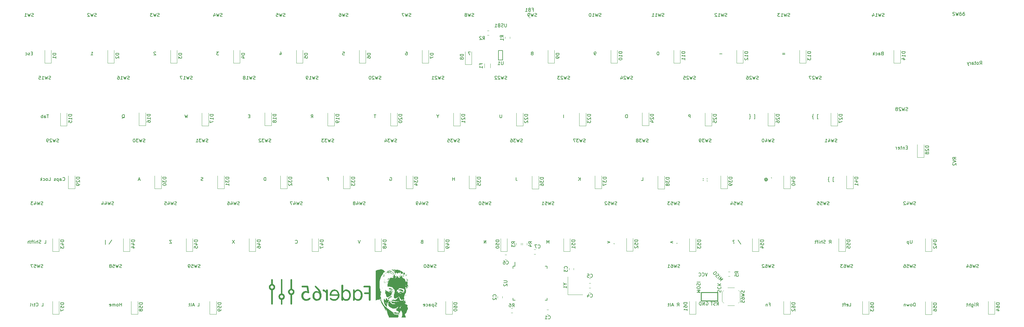
<source format=gbr>
G04 #@! TF.GenerationSoftware,KiCad,Pcbnew,5.1.5+dfsg1-2build2*
G04 #@! TF.CreationDate,2021-01-13T17:57:37+01:00*
G04 #@! TF.ProjectId,suruq-keyboard-pcb,73757275-712d-46b6-9579-626f6172642d,rev?*
G04 #@! TF.SameCoordinates,Original*
G04 #@! TF.FileFunction,Legend,Bot*
G04 #@! TF.FilePolarity,Positive*
%FSLAX46Y46*%
G04 Gerber Fmt 4.6, Leading zero omitted, Abs format (unit mm)*
G04 Created by KiCad (PCBNEW 5.1.5+dfsg1-2build2) date 2021-01-13 17:57:37*
%MOMM*%
%LPD*%
G04 APERTURE LIST*
%ADD10C,0.120000*%
%ADD11C,0.250000*%
%ADD12C,0.100000*%
%ADD13C,0.150000*%
G04 APERTURE END LIST*
D10*
X223086252Y-94810000D02*
X222563748Y-94810000D01*
X223086252Y-93390000D02*
X222563748Y-93390000D01*
D11*
X279790000Y-178220000D02*
X274790000Y-178220000D01*
X274790000Y-178220000D02*
X274790000Y-180720000D01*
X274790000Y-180720000D02*
X279790000Y-180720000D01*
X279790000Y-180720000D02*
X279790000Y-178220000D01*
D12*
G36*
X144866500Y-177065736D02*
G01*
X145787647Y-176896171D01*
X145634056Y-177179242D01*
X145400694Y-177397623D01*
X145110181Y-177521348D01*
X145110181Y-181684567D01*
X145041919Y-181859192D01*
X144867294Y-181927455D01*
X144692669Y-181859192D01*
X144624406Y-181684567D01*
X144624406Y-177521348D01*
X144333894Y-177397920D01*
X144100531Y-177179242D01*
X143946940Y-176896171D01*
X143895744Y-176579167D01*
X143946940Y-176261866D01*
X144100531Y-175979092D01*
X144333497Y-175761109D01*
X144623612Y-175637780D01*
X144623612Y-174391592D01*
X144691875Y-174216967D01*
X144866500Y-174148705D01*
X145041125Y-174216967D01*
X145109387Y-174391592D01*
X145109387Y-175637780D01*
X145399900Y-175761208D01*
X145633262Y-175979886D01*
X145787250Y-176262858D01*
X145838844Y-176579167D01*
X145787647Y-176896171D01*
X144866500Y-177065736D01*
X145208606Y-176921273D01*
X145353069Y-176579167D01*
X145208606Y-176237061D01*
X144866500Y-176092598D01*
X144524394Y-176237061D01*
X144379931Y-176579167D01*
X144524394Y-176921273D01*
X144866500Y-177065736D01*
G37*
G36*
X147783531Y-179982767D02*
G01*
X148703884Y-179814294D01*
X148550294Y-180097067D01*
X148316931Y-180315448D01*
X148026419Y-180439174D01*
X148026419Y-181685361D01*
X147958156Y-181859986D01*
X147783531Y-181928249D01*
X147608906Y-181859986D01*
X147540644Y-181685361D01*
X147540644Y-180439174D01*
X147250131Y-180315746D01*
X147016769Y-180097067D01*
X146863178Y-179813996D01*
X146811981Y-179496992D01*
X146863178Y-179179691D01*
X147016769Y-178896917D01*
X147250131Y-178678537D01*
X147540644Y-178554811D01*
X147540644Y-174391592D01*
X147608906Y-174216967D01*
X147783531Y-174148705D01*
X147958156Y-174216967D01*
X148026419Y-174391592D01*
X148026419Y-178554811D01*
X148316931Y-178678239D01*
X148550294Y-178896917D01*
X148703884Y-179179988D01*
X148755081Y-179496992D01*
X148703884Y-179814294D01*
X147783531Y-179982767D01*
X148125638Y-179838305D01*
X148270100Y-179496199D01*
X148125638Y-179154092D01*
X147783531Y-179009630D01*
X147441425Y-179154092D01*
X147296962Y-179496199D01*
X147441425Y-179838305D01*
X147783531Y-179982767D01*
G37*
G36*
X150700563Y-178524649D02*
G01*
X151621710Y-178355381D01*
X151468119Y-178638155D01*
X151234756Y-178856535D01*
X150944244Y-178980261D01*
X150944244Y-181684567D01*
X150875981Y-181859192D01*
X150701356Y-181927455D01*
X150526731Y-181859192D01*
X150458469Y-181684567D01*
X150458469Y-178980261D01*
X150167956Y-178856833D01*
X149934594Y-178638155D01*
X149780210Y-178355084D01*
X149728219Y-178038080D01*
X149779416Y-177720778D01*
X149933006Y-177438005D01*
X150166766Y-177219624D01*
X150457675Y-177095898D01*
X150457675Y-174391592D01*
X150525938Y-174216967D01*
X150700563Y-174148705D01*
X150875188Y-174216967D01*
X150943450Y-174391592D01*
X150943450Y-177095898D01*
X151233963Y-177219327D01*
X151467325Y-177438005D01*
X151621313Y-177721076D01*
X151672906Y-178038080D01*
X151621710Y-178355381D01*
X150700563Y-178524649D01*
X151042669Y-178380186D01*
X151186338Y-178038080D01*
X151041875Y-177695973D01*
X150699769Y-177551511D01*
X150357663Y-177695973D01*
X150213994Y-178038080D01*
X150358456Y-178380186D01*
X150700563Y-178524649D01*
G37*
G36*
X155848628Y-176428296D02*
G01*
X155789717Y-176205054D01*
X155643990Y-176180249D01*
X154044087Y-176180249D01*
X153867354Y-176242261D01*
X153808443Y-176428296D01*
X153879756Y-176592627D01*
X154056490Y-176660840D01*
X155333931Y-176660840D01*
X155523067Y-177894873D01*
X155237813Y-177799530D01*
X154952559Y-177767749D01*
X154618858Y-177811739D01*
X154333992Y-177943707D01*
X154097960Y-178163655D01*
X153910762Y-178471582D01*
X153792165Y-178827374D01*
X153765035Y-179169214D01*
X153771236Y-179302539D01*
X153796041Y-179575391D01*
X153846425Y-179749799D01*
X153929366Y-179950562D01*
X154077419Y-180203259D01*
X154267330Y-180403247D01*
X154557062Y-180592727D01*
X154876422Y-180706416D01*
X155225410Y-180744312D01*
X155487410Y-180724158D01*
X155764912Y-180663696D01*
X156040090Y-180561377D01*
X156264107Y-180421851D01*
X156424562Y-180238141D01*
X156515254Y-180003271D01*
X156459444Y-179835840D01*
X156316817Y-179767627D01*
X156084273Y-179876148D01*
X155822101Y-180075963D01*
X155544082Y-180195852D01*
X155250215Y-180235816D01*
X154893648Y-180166052D01*
X154611494Y-179956763D01*
X154430110Y-179650580D01*
X154369649Y-179290137D01*
X154411334Y-178888094D01*
X154536391Y-178587337D01*
X154744820Y-178387866D01*
X154937831Y-178313452D01*
X155163399Y-178288648D01*
X155352535Y-178307251D01*
X155625386Y-178381665D01*
X155693599Y-178403369D01*
X155771114Y-178428174D01*
X155932344Y-178459180D01*
X156121480Y-178263843D01*
X156109078Y-178180127D01*
X155848628Y-176428296D01*
G37*
G36*
X158220576Y-176229859D02*
G01*
X158025240Y-176139941D01*
X157857808Y-176223657D01*
X157801998Y-176415894D01*
X157984932Y-176707349D01*
X158081050Y-176787964D01*
X158257783Y-176949194D01*
X158475600Y-177176312D01*
X158645357Y-177417383D01*
X158983321Y-177963086D01*
X158167867Y-178317328D01*
X158468623Y-178263843D01*
X158761629Y-178311127D01*
X159008125Y-178452978D01*
X159183308Y-178698700D01*
X159274776Y-179057593D01*
X159299580Y-179277734D01*
X159249196Y-179624225D01*
X159098042Y-179925757D01*
X158835268Y-180148999D01*
X158505830Y-180223413D01*
X158155464Y-180153650D01*
X157904317Y-179944360D01*
X157746187Y-179618024D01*
X157705879Y-179234326D01*
X157712080Y-179094800D01*
X157775642Y-178749860D01*
X157941524Y-178477783D01*
X158167867Y-178317328D01*
X158983321Y-177963086D01*
X158612026Y-177825885D01*
X158273287Y-177780151D01*
X157931447Y-177839063D01*
X157631465Y-178015796D01*
X157396596Y-178268494D01*
X157237691Y-178586304D01*
X157142348Y-178937445D01*
X157110567Y-179302539D01*
X157137115Y-179601358D01*
X157216762Y-179874597D01*
X157349506Y-180122256D01*
X157535347Y-180344336D01*
X157825080Y-180566545D01*
X158148574Y-180699870D01*
X158505830Y-180744312D01*
X158876350Y-180689276D01*
X159212764Y-180524170D01*
X159489491Y-180267596D01*
X159687154Y-179944360D01*
X159822029Y-179574615D01*
X159866988Y-179228125D01*
X159860787Y-179132007D01*
X159832881Y-178781641D01*
X159794930Y-178483116D01*
X159715803Y-178185336D01*
X159595500Y-177888300D01*
X159434022Y-177592008D01*
X159231367Y-177296460D01*
X158992622Y-177001904D01*
X158744576Y-176725952D01*
X158487227Y-176468604D01*
X158220576Y-176229859D01*
G37*
G36*
X161795552Y-177581714D02*
G01*
X161714937Y-177373975D01*
X161522701Y-177296460D01*
X161327363Y-177373975D01*
X161243648Y-177581714D01*
X161243648Y-177870068D01*
X161073891Y-177639850D01*
X160905684Y-177470093D01*
X160692519Y-177330567D01*
X160480904Y-177284058D01*
X160254561Y-177361572D01*
X160164644Y-177569312D01*
X160291768Y-177798755D01*
X160552217Y-177901074D01*
X160794063Y-177975488D01*
X161043832Y-178185295D01*
X161193694Y-178467448D01*
X161243648Y-178821948D01*
X161243648Y-180459058D01*
X161310310Y-180672998D01*
X161510298Y-180744312D01*
X161705635Y-180663696D01*
X161795552Y-180446655D01*
X161795552Y-177581714D01*
G37*
G36*
X164592281Y-177532105D02*
G01*
X163531536Y-177800133D01*
X163795430Y-177767749D01*
X164059324Y-177798066D01*
X164284633Y-177889017D01*
X164471358Y-178040601D01*
X164628110Y-178258331D01*
X164722161Y-178514646D01*
X164753511Y-178809546D01*
X162893160Y-178809546D01*
X162919687Y-178524981D01*
X162999268Y-178274867D01*
X163131904Y-178059204D01*
X163310360Y-177897285D01*
X163531536Y-177800133D01*
X164592281Y-177532105D01*
X164349401Y-177394301D01*
X164092053Y-177311619D01*
X163820235Y-177284058D01*
X163483635Y-177318660D01*
X163185731Y-177422468D01*
X162926522Y-177595481D01*
X162706008Y-177837698D01*
X162524190Y-178149121D01*
X162417392Y-178417150D01*
X162353313Y-178687934D01*
X162331953Y-178961475D01*
X162410243Y-179166113D01*
X162645113Y-179234326D01*
X164753511Y-179234326D01*
X164721343Y-179534114D01*
X164624837Y-179785455D01*
X164463994Y-179988350D01*
X164238814Y-180142798D01*
X163992317Y-180233490D01*
X163724117Y-180263721D01*
X163402689Y-180224791D01*
X163099865Y-180108002D01*
X162815645Y-179913355D01*
X162604805Y-179811035D01*
X162458302Y-179869946D01*
X162409468Y-180046680D01*
X162490083Y-180251318D01*
X162735805Y-180452856D01*
X163076094Y-180617187D01*
X163421034Y-180712531D01*
X163755122Y-180744312D01*
X164119635Y-180708655D01*
X164441127Y-180601685D01*
X164719598Y-180423401D01*
X164955049Y-180173804D01*
X165124031Y-179899402D01*
X165234102Y-179609497D01*
X165301540Y-179301764D01*
X165324019Y-179017285D01*
X165317818Y-178992480D01*
X165292324Y-178714806D01*
X165224111Y-178439887D01*
X165113179Y-178167725D01*
X164971241Y-177916577D01*
X164797608Y-177704704D01*
X164592281Y-177532105D01*
G37*
G36*
X168223067Y-179004883D02*
G01*
X168193673Y-180445167D01*
X168413691Y-180212499D01*
X168592036Y-179913355D01*
X168697112Y-179631890D01*
X168760157Y-179337334D01*
X168781172Y-179029687D01*
X168756174Y-178681841D01*
X168681178Y-178360736D01*
X168556186Y-178066374D01*
X168381197Y-177798755D01*
X168164931Y-177576288D01*
X167931611Y-177417383D01*
X167657210Y-177317389D01*
X167354902Y-177284058D01*
X166998335Y-177335045D01*
X166693444Y-177488007D01*
X166440230Y-177742944D01*
X166427827Y-176077930D01*
X166351088Y-175868640D01*
X166151875Y-175798877D01*
X165937935Y-175871741D01*
X165866621Y-176090332D01*
X165866621Y-180459058D01*
X165937935Y-180672998D01*
X166151875Y-180744312D01*
X166337910Y-180663696D01*
X166427827Y-180465259D01*
X166427827Y-180288525D01*
X166641423Y-180541740D01*
X166926677Y-180693669D01*
X167283589Y-180744312D01*
X167628622Y-180711073D01*
X167931984Y-180611358D01*
X168193673Y-180445167D01*
X168223067Y-179004883D01*
X168201362Y-179317697D01*
X168136250Y-179594683D01*
X168027730Y-179835840D01*
X167846518Y-180073551D01*
X167617074Y-180216178D01*
X167339400Y-180263721D01*
X167034380Y-180222832D01*
X166785945Y-180100165D01*
X166594096Y-179895720D01*
X166458833Y-179609497D01*
X166382094Y-179328119D01*
X166356514Y-179017285D01*
X166386745Y-178655292D01*
X166477437Y-178356860D01*
X166620064Y-178112689D01*
X166806099Y-177925879D01*
X167035542Y-177807282D01*
X167289790Y-177767749D01*
X167573494Y-177811932D01*
X167804488Y-177944482D01*
X167987422Y-178152222D01*
X168114546Y-178421973D01*
X168195936Y-178722729D01*
X168223067Y-179004883D01*
G37*
G36*
X171757734Y-179017285D02*
G01*
X171692235Y-180451306D01*
X171922066Y-180223413D01*
X172094342Y-179966258D01*
X172217396Y-179681586D01*
X172291229Y-179369395D01*
X172315840Y-179029687D01*
X172294308Y-178679924D01*
X172229713Y-178366507D01*
X172122053Y-178089435D01*
X171971330Y-177848709D01*
X171777544Y-177644329D01*
X171540693Y-177476294D01*
X171203505Y-177332117D01*
X170861665Y-177284058D01*
X170502342Y-177335045D01*
X170185048Y-177488007D01*
X169909785Y-177742944D01*
X169897383Y-177556909D01*
X169813667Y-177355371D01*
X169636934Y-177284058D01*
X169447798Y-177355371D01*
X169376484Y-177569312D01*
X169376484Y-180459058D01*
X169441597Y-180672998D01*
X169636934Y-180744312D01*
X169822969Y-180669898D01*
X169897383Y-180483862D01*
X169897383Y-180235816D01*
X170166445Y-180518313D01*
X170465135Y-180687812D01*
X170793452Y-180744312D01*
X171127928Y-180711755D01*
X171427522Y-180614087D01*
X171692235Y-180451306D01*
X171757734Y-179017285D01*
X171732348Y-179360675D01*
X171656190Y-179652905D01*
X171529260Y-179893976D01*
X171351558Y-180083887D01*
X171120564Y-180218762D01*
X170861665Y-180263721D01*
X170553329Y-180220657D01*
X170306316Y-180091466D01*
X170120625Y-179876148D01*
X170003492Y-179631890D01*
X169933212Y-179345603D01*
X169909785Y-179017285D01*
X169937109Y-178653354D01*
X170019081Y-178349109D01*
X170155701Y-178104550D01*
X170346968Y-177919678D01*
X170571761Y-177805731D01*
X170824458Y-177767749D01*
X171103855Y-177808057D01*
X171334332Y-177928980D01*
X171515889Y-178130517D01*
X171615108Y-178307251D01*
X171695723Y-178521191D01*
X171742232Y-178759936D01*
X171757734Y-179017285D01*
G37*
G36*
X174740498Y-176490308D02*
G01*
X174672285Y-176260864D01*
X174504854Y-176180249D01*
X172796431Y-176180249D01*
X172640626Y-176248462D01*
X172588691Y-176453101D01*
X172650703Y-176629834D01*
X172849141Y-176701148D01*
X174188594Y-176701148D01*
X174188594Y-178192529D01*
X172982466Y-178192529D01*
X172796431Y-178263843D01*
X172734419Y-178459180D01*
X172793330Y-178649866D01*
X172970064Y-178713428D01*
X174188594Y-178713428D01*
X174188594Y-180446655D01*
X174258357Y-180669898D01*
X174467647Y-180744312D01*
X174650581Y-180669898D01*
X174740498Y-180459058D01*
X174740498Y-176490308D01*
G37*
D10*
X281180000Y-178012500D02*
X281670000Y-177522500D01*
X281180000Y-180912500D02*
X281180000Y-178012500D01*
X281180000Y-180912500D02*
X281670000Y-181402500D01*
X286620000Y-180912500D02*
X286620000Y-178012500D01*
X286620000Y-180912500D02*
X286130000Y-181402500D01*
X282860000Y-176742500D02*
X284940000Y-176742500D01*
X286620000Y-178012500D02*
X286130000Y-177522500D01*
X282860000Y-182182500D02*
X284940000Y-182182500D01*
D12*
G36*
X182049501Y-171561824D02*
G01*
X182057904Y-171577797D01*
X182100412Y-171620883D01*
X182108345Y-171622913D01*
X182111423Y-171593770D01*
X182103019Y-171577797D01*
X182060511Y-171534712D01*
X182052579Y-171532682D01*
X182049501Y-171561824D01*
G37*
G36*
X182013108Y-171668545D02*
G01*
X182061362Y-171705944D01*
X182113073Y-171712220D01*
X182125577Y-171695413D01*
X182090188Y-171666438D01*
X182055561Y-171650814D01*
X182008989Y-171647661D01*
X182013108Y-171668545D01*
G37*
G36*
X183305550Y-177009901D02*
G01*
X183257496Y-177051840D01*
X183253463Y-177061987D01*
X183274874Y-177080530D01*
X183319451Y-177038980D01*
X183325445Y-177029796D01*
X183330762Y-176998924D01*
X183305550Y-177009901D01*
G37*
G36*
X183314087Y-177154637D02*
G01*
X183321137Y-177172113D01*
X183361678Y-177215153D01*
X183368915Y-177217229D01*
X183388293Y-177182323D01*
X183388810Y-177172113D01*
X183354127Y-177128732D01*
X183341032Y-177126998D01*
X183314087Y-177154637D01*
G37*
G36*
X183118117Y-177871403D02*
G01*
X183140675Y-177893961D01*
X183163233Y-177871403D01*
X183140675Y-177848845D01*
X183118117Y-177871403D01*
G37*
G36*
X183118117Y-178006749D02*
G01*
X183140675Y-178029307D01*
X183163233Y-178006749D01*
X183140675Y-177984192D01*
X183118117Y-178006749D01*
G37*
G36*
X183512963Y-177264409D02*
G01*
X183443139Y-177290970D01*
X183441254Y-177293502D01*
X183385843Y-177336797D01*
X183275529Y-177398439D01*
X183185790Y-177441478D01*
X183069735Y-177501785D01*
X183015136Y-177547604D01*
X183021825Y-177566172D01*
X183096298Y-177554309D01*
X183123335Y-177527257D01*
X183169466Y-177491893D01*
X183197069Y-177515496D01*
X183258356Y-177550559D01*
X183376984Y-177584214D01*
X183456483Y-177598590D01*
X183614471Y-177632184D01*
X183804780Y-177687950D01*
X184004072Y-177757126D01*
X184189011Y-177830950D01*
X184336261Y-177900659D01*
X184422485Y-177957491D01*
X184427868Y-177963324D01*
X184488296Y-178017954D01*
X184557865Y-178013599D01*
X184595648Y-177999428D01*
X184653424Y-177955616D01*
X184637559Y-177918028D01*
X184563589Y-177906661D01*
X184527975Y-177912319D01*
X184445598Y-177928047D01*
X184441874Y-177913091D01*
X184488329Y-177874401D01*
X184549321Y-177787221D01*
X184548534Y-177773653D01*
X184501658Y-177773653D01*
X184495465Y-177800474D01*
X184471581Y-177803730D01*
X184434446Y-177787223D01*
X184441504Y-177773653D01*
X184495045Y-177768253D01*
X184501658Y-177773653D01*
X184548534Y-177773653D01*
X184543864Y-177693247D01*
X184537994Y-177600497D01*
X184569785Y-177578152D01*
X184584655Y-177561788D01*
X184536034Y-177519639D01*
X184443077Y-177462125D01*
X184324942Y-177399664D01*
X184200787Y-177342676D01*
X184089769Y-177301580D01*
X184038093Y-177288990D01*
X183831151Y-177263263D01*
X183649204Y-177255121D01*
X183512963Y-177264409D01*
G37*
G36*
X183809887Y-178405269D02*
G01*
X183816080Y-178432090D01*
X183839964Y-178435346D01*
X183877099Y-178418839D01*
X183870041Y-178405269D01*
X183816500Y-178399870D01*
X183809887Y-178405269D01*
G37*
G36*
X181042806Y-171374778D02*
G01*
X181065364Y-171397335D01*
X181087922Y-171374778D01*
X181065364Y-171352220D01*
X181042806Y-171374778D01*
G37*
G36*
X181373653Y-171547720D02*
G01*
X181368253Y-171601262D01*
X181373653Y-171607874D01*
X181400474Y-171601681D01*
X181403730Y-171577797D01*
X181387223Y-171540662D01*
X181373653Y-171547720D01*
G37*
G36*
X181223268Y-171690586D02*
G01*
X181245826Y-171713144D01*
X181268384Y-171690586D01*
X181245826Y-171668028D01*
X181223268Y-171690586D01*
G37*
G36*
X180952575Y-171735701D02*
G01*
X180975133Y-171758259D01*
X180997691Y-171735701D01*
X180975133Y-171713144D01*
X180952575Y-171735701D01*
G37*
G36*
X180976226Y-171605261D02*
G01*
X181020249Y-171668028D01*
X181096444Y-171735427D01*
X181147022Y-171758259D01*
X181154502Y-171730795D01*
X181110479Y-171668028D01*
X181034284Y-171600629D01*
X180983706Y-171577797D01*
X180976226Y-171605261D01*
G37*
G36*
X181647839Y-171696356D02*
G01*
X181705824Y-171766012D01*
X181719538Y-171780817D01*
X181796727Y-171856695D01*
X181845328Y-171893061D01*
X181848055Y-171893605D01*
X181836353Y-171865278D01*
X181778367Y-171795622D01*
X181764654Y-171780817D01*
X181687465Y-171704938D01*
X181638864Y-171668572D01*
X181636136Y-171668028D01*
X181647839Y-171696356D01*
G37*
G36*
X181552850Y-171917580D02*
G01*
X181578593Y-171950752D01*
X181616527Y-171979262D01*
X181607061Y-171934055D01*
X181603849Y-171925496D01*
X181568109Y-171870250D01*
X181547789Y-171869854D01*
X181552850Y-171917580D01*
G37*
G36*
X179975074Y-172043990D02*
G01*
X179969674Y-172097532D01*
X179975074Y-172104144D01*
X180001895Y-172097951D01*
X180005151Y-172074067D01*
X179988644Y-172036932D01*
X179975074Y-172043990D01*
G37*
G36*
X179238188Y-172231971D02*
G01*
X179260746Y-172254529D01*
X179283304Y-172231971D01*
X179260746Y-172209414D01*
X179238188Y-172231971D01*
G37*
G36*
X183163233Y-172277087D02*
G01*
X183185790Y-172299644D01*
X183208348Y-172277087D01*
X183185790Y-172254529D01*
X183163233Y-172277087D01*
G37*
G36*
X179688353Y-171947276D02*
G01*
X179674223Y-171991666D01*
X179664328Y-172089499D01*
X179686734Y-172141905D01*
X179730158Y-172129177D01*
X179743532Y-172112720D01*
X179785290Y-172076365D01*
X179809150Y-172107378D01*
X179861046Y-172157028D01*
X179967619Y-172220689D01*
X180037028Y-172254003D01*
X180171396Y-172312330D01*
X180243065Y-172338755D01*
X180271389Y-172338923D01*
X180275844Y-172323643D01*
X180240687Y-172289879D01*
X180155701Y-172237358D01*
X180151776Y-172235218D01*
X180084876Y-172185705D01*
X180102304Y-172159168D01*
X180200295Y-172159066D01*
X180230728Y-172162723D01*
X180272900Y-172156660D01*
X180246851Y-172118774D01*
X180183946Y-172088529D01*
X180093958Y-172119944D01*
X180021309Y-172146819D01*
X179961920Y-172123254D01*
X179885037Y-172036716D01*
X179882825Y-172033893D01*
X179789642Y-171928818D01*
X179728531Y-171900698D01*
X179688353Y-171947276D01*
G37*
G36*
X179755646Y-172289388D02*
G01*
X179761726Y-172296041D01*
X179826054Y-172334803D01*
X179918360Y-172361623D01*
X180008393Y-172372286D01*
X180065906Y-172362578D01*
X180069184Y-172338870D01*
X180006887Y-172308608D01*
X179961352Y-172312372D01*
X179857512Y-172309226D01*
X179797260Y-172287688D01*
X179741790Y-172263371D01*
X179755646Y-172289388D01*
G37*
G36*
X182937655Y-172412433D02*
G01*
X182960213Y-172434991D01*
X182982771Y-172412433D01*
X182960213Y-172389875D01*
X182937655Y-172412433D01*
G37*
G36*
X179377732Y-172186820D02*
G01*
X179382065Y-172238604D01*
X179433213Y-172295983D01*
X179518045Y-172335288D01*
X179529475Y-172337598D01*
X179631420Y-172384511D01*
X179679446Y-172427829D01*
X179718763Y-172469036D01*
X179709284Y-172436552D01*
X179708534Y-172434991D01*
X179639434Y-172329213D01*
X179548251Y-172232395D01*
X179547652Y-172231971D01*
X179463765Y-172231971D01*
X179441208Y-172254529D01*
X179418650Y-172231971D01*
X179441208Y-172209414D01*
X179463765Y-172231971D01*
X179547652Y-172231971D01*
X179463044Y-172172139D01*
X179433343Y-172164298D01*
X179377732Y-172186820D01*
G37*
G36*
X182365451Y-172381416D02*
G01*
X182360072Y-172451926D01*
X182369013Y-172467887D01*
X182389518Y-172454432D01*
X182392708Y-172408673D01*
X182381690Y-172360534D01*
X182365451Y-172381416D01*
G37*
G36*
X178516341Y-172457549D02*
G01*
X178473301Y-172498090D01*
X178471225Y-172505327D01*
X178506131Y-172524704D01*
X178516341Y-172525222D01*
X178559723Y-172490539D01*
X178561456Y-172477444D01*
X178533817Y-172450499D01*
X178516341Y-172457549D01*
G37*
G36*
X179123313Y-172362317D02*
G01*
X179104333Y-172387721D01*
X179080982Y-172470683D01*
X179136378Y-172512039D01*
X179218038Y-172514677D01*
X179328762Y-172505513D01*
X179236874Y-172413858D01*
X179166244Y-172355158D01*
X179123313Y-172362317D01*
G37*
G36*
X179960035Y-172502664D02*
G01*
X179982593Y-172525222D01*
X180005151Y-172502664D01*
X179982593Y-172480106D01*
X179960035Y-172502664D01*
G37*
G36*
X183447699Y-172458965D02*
G01*
X183473442Y-172492137D01*
X183511376Y-172520647D01*
X183501910Y-172475441D01*
X183498698Y-172466882D01*
X183462958Y-172411636D01*
X183442638Y-172411239D01*
X183447699Y-172458965D01*
G37*
G36*
X180155768Y-172411130D02*
G01*
X180140497Y-172413616D01*
X180172669Y-172440257D01*
X180252254Y-172500586D01*
X180274590Y-172517161D01*
X180361021Y-172572787D01*
X180387271Y-172566158D01*
X180382552Y-172548204D01*
X180336831Y-172488205D01*
X180313470Y-172480106D01*
X180288117Y-172454212D01*
X180292426Y-172444658D01*
X180274219Y-172415999D01*
X180227416Y-172409211D01*
X180155768Y-172411130D01*
G37*
G36*
X185283659Y-172592895D02*
G01*
X185306217Y-172615453D01*
X185328774Y-172592895D01*
X185306217Y-172570337D01*
X185283659Y-172592895D01*
G37*
G36*
X178486264Y-172630491D02*
G01*
X178492457Y-172657312D01*
X178516341Y-172660568D01*
X178553476Y-172644061D01*
X178546418Y-172630491D01*
X178492876Y-172625092D01*
X178486264Y-172630491D01*
G37*
G36*
X179743032Y-171772201D02*
G01*
X179761541Y-171792786D01*
X179819841Y-171856221D01*
X179865314Y-171928706D01*
X179918642Y-171996821D01*
X179959182Y-172006922D01*
X180014841Y-172014321D01*
X180028388Y-172030051D01*
X180089975Y-172058446D01*
X180137924Y-172052326D01*
X180231426Y-172061356D01*
X180271487Y-172091375D01*
X180336956Y-172135341D01*
X180464529Y-172196085D01*
X180630447Y-172262660D01*
X180689822Y-172284134D01*
X180970664Y-172402007D01*
X181170309Y-172530695D01*
X181213888Y-172570337D01*
X181299866Y-172651147D01*
X181348894Y-172688340D01*
X181353491Y-172683126D01*
X181267116Y-172523852D01*
X181166158Y-172395192D01*
X181070817Y-172321911D01*
X181054085Y-172316050D01*
X180975182Y-172282975D01*
X180952575Y-172255730D01*
X180913997Y-172223698D01*
X180811162Y-172167898D01*
X180663424Y-172098492D01*
X180602931Y-172072115D01*
X180389853Y-171978759D01*
X180252131Y-171911440D01*
X180180881Y-171863865D01*
X180167220Y-171829740D01*
X180202262Y-171802773D01*
X180215075Y-171797391D01*
X180251469Y-171774756D01*
X180206585Y-171763673D01*
X180153192Y-171761430D01*
X180054474Y-171769068D01*
X180028219Y-171803821D01*
X180033951Y-171825932D01*
X180034960Y-171883435D01*
X179989140Y-171885853D01*
X179921132Y-171833187D01*
X179914920Y-171825932D01*
X179832124Y-171768666D01*
X179785328Y-171758950D01*
X179743032Y-171772201D01*
G37*
G36*
X181317519Y-172253724D02*
G01*
X181358950Y-172329808D01*
X181432654Y-172444939D01*
X181530898Y-172590291D01*
X181589437Y-172672467D01*
X181618513Y-172703437D01*
X181628363Y-172695173D01*
X181629307Y-172674856D01*
X181603667Y-172612912D01*
X181539996Y-172509897D01*
X181458167Y-172393940D01*
X181378056Y-172293169D01*
X181319536Y-172235714D01*
X181318635Y-172235145D01*
X181317519Y-172253724D01*
G37*
G36*
X185193428Y-172683126D02*
G01*
X185215986Y-172705684D01*
X185238543Y-172683126D01*
X185215986Y-172660568D01*
X185193428Y-172683126D01*
G37*
G36*
X181207376Y-171285329D02*
G01*
X181164709Y-171322180D01*
X181188642Y-171379207D01*
X181295339Y-171444699D01*
X181337947Y-171463337D01*
X181459016Y-171509876D01*
X181542232Y-171535603D01*
X181560114Y-171537552D01*
X181607875Y-171560093D01*
X181683806Y-171621972D01*
X181764889Y-171687421D01*
X181817117Y-171713144D01*
X181868542Y-171753679D01*
X181925014Y-171859503D01*
X181976498Y-172006942D01*
X182012959Y-172172324D01*
X182013628Y-172176726D01*
X182041339Y-172312004D01*
X182071356Y-172393795D01*
X182095622Y-172413614D01*
X182106078Y-172362976D01*
X182099182Y-172266819D01*
X182089624Y-172167338D01*
X182097840Y-172149281D01*
X182121974Y-172195472D01*
X182150644Y-172298759D01*
X182173173Y-172447479D01*
X182179533Y-172522551D01*
X182194257Y-172652139D01*
X182216978Y-172734837D01*
X182232207Y-172750790D01*
X182253706Y-172712277D01*
X182251838Y-172619223D01*
X182251300Y-172615453D01*
X182246298Y-172521025D01*
X182261687Y-172480151D01*
X182262481Y-172480106D01*
X182278521Y-172442493D01*
X182272279Y-172368955D01*
X182268492Y-172288876D01*
X182313780Y-172271245D01*
X182344496Y-172275804D01*
X182406850Y-172277129D01*
X182423999Y-172231535D01*
X182414384Y-172150099D01*
X182400502Y-172055388D01*
X182409512Y-172042710D01*
X182449448Y-172105100D01*
X182455175Y-172114734D01*
X182507955Y-172179185D01*
X182538345Y-172166669D01*
X182562872Y-172176018D01*
X182609917Y-172253343D01*
X182669748Y-172382350D01*
X182675740Y-172396695D01*
X182740273Y-172544045D01*
X182783203Y-172616332D01*
X182812402Y-172623774D01*
X182828996Y-172595600D01*
X182837425Y-172515051D01*
X182812960Y-172491176D01*
X182781565Y-172442455D01*
X182787333Y-172408944D01*
X182783144Y-172321346D01*
X182760508Y-172281080D01*
X182730852Y-172197525D01*
X182724298Y-172071742D01*
X182726329Y-172045854D01*
X182720880Y-171884586D01*
X182713586Y-171854121D01*
X182412274Y-171854121D01*
X182410407Y-171872703D01*
X182380765Y-171852200D01*
X182294208Y-171761376D01*
X182289362Y-171754132D01*
X182215733Y-171754132D01*
X182187510Y-171744986D01*
X182181971Y-171741699D01*
X182133368Y-171732177D01*
X182133048Y-171773853D01*
X182179716Y-171839467D01*
X182209667Y-171884936D01*
X182200037Y-171893605D01*
X182151332Y-171864345D01*
X182063389Y-171789409D01*
X181999273Y-171728313D01*
X181916585Y-171642813D01*
X181878552Y-171595794D01*
X181885604Y-171593702D01*
X181950725Y-171594717D01*
X181967218Y-171578533D01*
X181959642Y-171537542D01*
X181936073Y-171532682D01*
X181867711Y-171498078D01*
X181820239Y-171442451D01*
X181790344Y-171369127D01*
X181812397Y-171352220D01*
X181874663Y-171375998D01*
X181965502Y-171433962D01*
X182059047Y-171506059D01*
X182129431Y-171572232D01*
X182150787Y-171612428D01*
X182149754Y-171613774D01*
X182154575Y-171662581D01*
X182182363Y-171706374D01*
X182215733Y-171754132D01*
X182289362Y-171754132D01*
X182256873Y-171705575D01*
X182226450Y-171634982D01*
X182242072Y-171630270D01*
X182294808Y-171685770D01*
X182357599Y-171769538D01*
X182412274Y-171854121D01*
X182713586Y-171854121D01*
X182683537Y-171728620D01*
X182680303Y-171720601D01*
X182644654Y-171614828D01*
X182638186Y-171548893D01*
X182641170Y-171543436D01*
X182674225Y-171557752D01*
X182716089Y-171635628D01*
X182758183Y-171752083D01*
X182791927Y-171882138D01*
X182808741Y-172000812D01*
X182809139Y-172032468D01*
X182823349Y-172167192D01*
X182865413Y-172275351D01*
X182869176Y-172280603D01*
X182918586Y-172327134D01*
X182936220Y-172310923D01*
X182957853Y-172257474D01*
X183002676Y-172272295D01*
X183047492Y-172346260D01*
X183050909Y-172356039D01*
X183076750Y-172425767D01*
X183091812Y-172412446D01*
X183105627Y-172344760D01*
X183145211Y-172244397D01*
X183190131Y-172195893D01*
X183234575Y-172121572D01*
X183253060Y-171969194D01*
X183253463Y-171936479D01*
X183261499Y-171808535D01*
X183262809Y-171803374D01*
X182892540Y-171803374D01*
X182876033Y-171840510D01*
X182862463Y-171833451D01*
X182857063Y-171779910D01*
X182862463Y-171773297D01*
X182889284Y-171779490D01*
X182892540Y-171803374D01*
X183262809Y-171803374D01*
X183282024Y-171727730D01*
X183297716Y-171713144D01*
X183320580Y-171753637D01*
X183320520Y-171861657D01*
X183315022Y-171909736D01*
X183309555Y-172075486D01*
X183352299Y-172202673D01*
X183367953Y-172228236D01*
X183430514Y-172305348D01*
X183473209Y-172306223D01*
X183485302Y-172291058D01*
X183514336Y-172272890D01*
X183526490Y-172340798D01*
X183526636Y-172344760D01*
X183532471Y-172419580D01*
X183548591Y-172409864D01*
X183566821Y-172367318D01*
X183594937Y-172309519D01*
X183612448Y-172331173D01*
X183625179Y-172389875D01*
X183636891Y-172407209D01*
X183647089Y-172347204D01*
X183653713Y-172222753D01*
X183654049Y-172209414D01*
X183662133Y-172050845D01*
X183677805Y-171976482D01*
X183702369Y-171980517D01*
X183704618Y-171983836D01*
X183740345Y-172022771D01*
X183749043Y-171992453D01*
X183774840Y-171955075D01*
X183794849Y-171961279D01*
X183823265Y-172020078D01*
X183839824Y-172133478D01*
X183841399Y-172178240D01*
X183858736Y-172320996D01*
X183899932Y-172438103D01*
X183912572Y-172457549D01*
X183961883Y-172508268D01*
X183969772Y-172480106D01*
X183970558Y-172394367D01*
X183988188Y-172266278D01*
X183994893Y-172231971D01*
X184032553Y-172051509D01*
X184070159Y-172184761D01*
X184090251Y-172322545D01*
X184084080Y-172432896D01*
X184060393Y-172547779D01*
X184133468Y-172434991D01*
X184183440Y-172361375D01*
X184196370Y-172361728D01*
X184185365Y-172423774D01*
X184183566Y-172491803D01*
X184205095Y-172500064D01*
X184239461Y-172513660D01*
X184246003Y-172550641D01*
X184263637Y-172598161D01*
X184312353Y-172570179D01*
X184385874Y-172473326D01*
X184477920Y-172314233D01*
X184487923Y-172295115D01*
X184547979Y-172176721D01*
X184387399Y-172176721D01*
X184377302Y-172276315D01*
X184356154Y-172385226D01*
X184330219Y-172472608D01*
X184305763Y-172507616D01*
X184301351Y-172505377D01*
X184297458Y-172454788D01*
X184306809Y-172345544D01*
X184316097Y-172276672D01*
X184340089Y-172165106D01*
X184366514Y-172112645D01*
X184380178Y-172117287D01*
X184387399Y-172176721D01*
X184547979Y-172176721D01*
X184562937Y-172147234D01*
X184598278Y-172065566D01*
X184597756Y-172037265D01*
X184565185Y-172049482D01*
X184559835Y-172052731D01*
X184489391Y-172053950D01*
X184427251Y-172001055D01*
X184407691Y-171926344D01*
X184411416Y-171912865D01*
X184407619Y-171856967D01*
X184386177Y-171848490D01*
X184345618Y-171886229D01*
X184336234Y-171938721D01*
X184318948Y-172016668D01*
X184274656Y-172018718D01*
X184214712Y-171950645D01*
X184208611Y-171938721D01*
X184065542Y-171938721D01*
X184049035Y-171975856D01*
X184035465Y-171968798D01*
X184030065Y-171915256D01*
X184035465Y-171908644D01*
X184062286Y-171914837D01*
X184065542Y-171938721D01*
X184208611Y-171938721D01*
X184163701Y-171850961D01*
X184077711Y-171707000D01*
X183980105Y-171646870D01*
X183883500Y-171669005D01*
X183847510Y-171734916D01*
X183853099Y-171772530D01*
X183843575Y-171844246D01*
X183814558Y-171865898D01*
X183773753Y-171861659D01*
X183754093Y-171797369D01*
X183753310Y-171777057D01*
X183655941Y-171777057D01*
X183647646Y-171835573D01*
X183632245Y-171836271D01*
X183621475Y-171775889D01*
X183628684Y-171749800D01*
X183648716Y-171732711D01*
X183655941Y-171777057D01*
X183753310Y-171777057D01*
X183749733Y-171684343D01*
X183744404Y-171558478D01*
X183723650Y-171504529D01*
X183680324Y-171504561D01*
X183678370Y-171505297D01*
X183607283Y-171529156D01*
X183589555Y-171532682D01*
X183587500Y-171566767D01*
X183598072Y-171600355D01*
X183596087Y-171658296D01*
X183574098Y-171668028D01*
X183539697Y-171642928D01*
X182892037Y-171642928D01*
X182851567Y-171667996D01*
X182849012Y-171668028D01*
X182796161Y-171632757D01*
X182755366Y-171574382D01*
X182726218Y-171509131D01*
X182755851Y-171508998D01*
X182798894Y-171530854D01*
X182871345Y-171588636D01*
X182892037Y-171642928D01*
X183539697Y-171642928D01*
X183530046Y-171635887D01*
X183533115Y-171575135D01*
X183388810Y-171575135D01*
X183356060Y-171621077D01*
X183343694Y-171622913D01*
X183299752Y-171607520D01*
X183298579Y-171603018D01*
X183330193Y-171564499D01*
X183343694Y-171555239D01*
X183385268Y-171558816D01*
X183388810Y-171575135D01*
X183533115Y-171575135D01*
X183533659Y-171564372D01*
X183573203Y-171501681D01*
X183580920Y-171484629D01*
X182475439Y-171484629D01*
X182469268Y-171487566D01*
X182428097Y-171455806D01*
X182418828Y-171442451D01*
X182407331Y-171400273D01*
X182413502Y-171397335D01*
X182454674Y-171429096D01*
X182463943Y-171442451D01*
X182475439Y-171484629D01*
X183580920Y-171484629D01*
X183597850Y-171447224D01*
X183573203Y-171422323D01*
X183528627Y-171417408D01*
X183524156Y-171430765D01*
X183484533Y-171456592D01*
X183387353Y-171469259D01*
X183369383Y-171469520D01*
X183245582Y-171450917D01*
X183213032Y-171419893D01*
X182892540Y-171419893D01*
X182869982Y-171442451D01*
X182847424Y-171419893D01*
X182851184Y-171416133D01*
X182618285Y-171416133D01*
X182609991Y-171474649D01*
X182594590Y-171475348D01*
X182583820Y-171414965D01*
X182591028Y-171388876D01*
X182611061Y-171371787D01*
X182618285Y-171416133D01*
X182851184Y-171416133D01*
X182869982Y-171397335D01*
X182892540Y-171419893D01*
X183213032Y-171419893D01*
X183176943Y-171385496D01*
X183169392Y-171370280D01*
X183139178Y-171319500D01*
X183092188Y-171292042D01*
X183006506Y-171283425D01*
X182860218Y-171289163D01*
X182794059Y-171293501D01*
X182616077Y-171304738D01*
X182462251Y-171312912D01*
X182364886Y-171316312D01*
X182362732Y-171316324D01*
X182293287Y-171330062D01*
X182284516Y-171353894D01*
X182274646Y-171406679D01*
X182254689Y-171423746D01*
X182222676Y-171429823D01*
X182231136Y-171409034D01*
X182223161Y-171360260D01*
X182163761Y-171325863D01*
X182091612Y-171325053D01*
X182076390Y-171332178D01*
X182037611Y-171330190D01*
X182035346Y-171318988D01*
X181995615Y-171290808D01*
X181897942Y-171271503D01*
X181877442Y-171269797D01*
X181773354Y-171274400D01*
X181721007Y-171299455D01*
X181719538Y-171305691D01*
X181682990Y-171340554D01*
X181601064Y-171351086D01*
X181515336Y-171337050D01*
X181471403Y-171307104D01*
X181405874Y-171270569D01*
X181303202Y-171264031D01*
X181207376Y-171285329D01*
G37*
G36*
X184111001Y-172642708D02*
G01*
X184105059Y-172648537D01*
X184069423Y-172707689D01*
X184074255Y-172729435D01*
X184107815Y-172715896D01*
X184130314Y-172673793D01*
X184144050Y-172621085D01*
X184111001Y-172642708D01*
G37*
G36*
X181629307Y-172773357D02*
G01*
X181651865Y-172795914D01*
X181674423Y-172773357D01*
X181651865Y-172750799D01*
X181629307Y-172773357D01*
G37*
G36*
X183357991Y-172697224D02*
G01*
X183352612Y-172767734D01*
X183361553Y-172783696D01*
X183382058Y-172770241D01*
X183385248Y-172724482D01*
X183374230Y-172676342D01*
X183357991Y-172697224D01*
G37*
G36*
X181830940Y-172600973D02*
G01*
X181859031Y-172691744D01*
X181859918Y-172694405D01*
X181904078Y-172806306D01*
X181933679Y-172838362D01*
X181945088Y-172786836D01*
X181945115Y-172781980D01*
X181919444Y-172702071D01*
X181878062Y-172635354D01*
X181836303Y-172585369D01*
X181830940Y-172600973D01*
G37*
G36*
X185391048Y-172687413D02*
G01*
X185329580Y-172745800D01*
X185292373Y-172802503D01*
X185293603Y-172820897D01*
X185334771Y-172807192D01*
X185396197Y-172751076D01*
X185445088Y-172685904D01*
X185445333Y-172660568D01*
X185391048Y-172687413D01*
G37*
G36*
X179147957Y-172863588D02*
G01*
X179170515Y-172886145D01*
X179193073Y-172863588D01*
X179170515Y-172841030D01*
X179147957Y-172863588D01*
G37*
G36*
X181133037Y-172863588D02*
G01*
X181155595Y-172886145D01*
X181178153Y-172863588D01*
X181155595Y-172841030D01*
X181133037Y-172863588D01*
G37*
G36*
X182036190Y-172794271D02*
G01*
X182036037Y-172804531D01*
X182059026Y-172886105D01*
X182080462Y-172908703D01*
X182121859Y-172911694D01*
X182124886Y-172900087D01*
X182102217Y-172834261D01*
X182080462Y-172795914D01*
X182045424Y-172753636D01*
X182036190Y-172794271D01*
G37*
G36*
X183950190Y-172826053D02*
G01*
X183958097Y-172861244D01*
X183994503Y-172924747D01*
X184018044Y-172914109D01*
X184020426Y-172888808D01*
X183987660Y-172827630D01*
X183975827Y-172818792D01*
X183950190Y-172826053D01*
G37*
G36*
X178516341Y-172953819D02*
G01*
X178538899Y-172976376D01*
X178561456Y-172953819D01*
X178538899Y-172931261D01*
X178516341Y-172953819D01*
G37*
G36*
X180997691Y-172953819D02*
G01*
X181020249Y-172976376D01*
X181042806Y-172953819D01*
X181020249Y-172931261D01*
X180997691Y-172953819D01*
G37*
G36*
X181552661Y-172805545D02*
G01*
X181554538Y-172854080D01*
X181562885Y-172950076D01*
X181578029Y-172969785D01*
X181606529Y-172931618D01*
X181610072Y-172859368D01*
X181590816Y-172809354D01*
X181560907Y-172768718D01*
X181552661Y-172805545D01*
G37*
G36*
X183253463Y-172953819D02*
G01*
X183276021Y-172976376D01*
X183298579Y-172953819D01*
X183276021Y-172931261D01*
X183253463Y-172953819D01*
G37*
G36*
X178335879Y-172998934D02*
G01*
X178358437Y-173021492D01*
X178380995Y-172998934D01*
X178358437Y-172976376D01*
X178335879Y-172998934D01*
G37*
G36*
X182802309Y-172998934D02*
G01*
X182824867Y-173021492D01*
X182847424Y-172998934D01*
X182824867Y-172976376D01*
X182802309Y-172998934D01*
G37*
G36*
X184020426Y-172998934D02*
G01*
X184042984Y-173021492D01*
X184065542Y-172998934D01*
X184042984Y-172976376D01*
X184020426Y-172998934D01*
G37*
G36*
X184155773Y-172998934D02*
G01*
X184178330Y-173021492D01*
X184200888Y-172998934D01*
X184178330Y-172976376D01*
X184155773Y-172998934D01*
G37*
G36*
X184697158Y-172998934D02*
G01*
X184719716Y-173021492D01*
X184742273Y-172998934D01*
X184719716Y-172976376D01*
X184697158Y-172998934D01*
G37*
G36*
X178796719Y-172779784D02*
G01*
X178796374Y-172780129D01*
X178712480Y-172832384D01*
X178670640Y-172841030D01*
X178629653Y-172855316D01*
X178650812Y-172912776D01*
X178659346Y-172926759D01*
X178722748Y-172986131D01*
X178767954Y-172991357D01*
X178837596Y-173001895D01*
X178852806Y-173018416D01*
X178919177Y-173065075D01*
X178982632Y-173036432D01*
X178980329Y-172998934D01*
X178922380Y-172998934D01*
X178899822Y-173021492D01*
X178877265Y-172998934D01*
X178899822Y-172976376D01*
X178922380Y-172998934D01*
X178980329Y-172998934D01*
X178979466Y-172984891D01*
X178938044Y-172923643D01*
X178928343Y-172908703D01*
X178832149Y-172908703D01*
X178809591Y-172931261D01*
X178787034Y-172908703D01*
X178809591Y-172886145D01*
X178832149Y-172908703D01*
X178928343Y-172908703D01*
X178896354Y-172859440D01*
X178917166Y-172841030D01*
X178946409Y-172825242D01*
X178914163Y-172780129D01*
X178856647Y-172741787D01*
X178796719Y-172779784D01*
G37*
G36*
X179117880Y-173036530D02*
G01*
X179124073Y-173063351D01*
X179147957Y-173066607D01*
X179185092Y-173050100D01*
X179178034Y-173036530D01*
X179124493Y-173031131D01*
X179117880Y-173036530D01*
G37*
G36*
X183268502Y-173036530D02*
G01*
X183263103Y-173090072D01*
X183268502Y-173096684D01*
X183295323Y-173090491D01*
X183298579Y-173066607D01*
X183282072Y-173029472D01*
X183268502Y-173036530D01*
G37*
G36*
X178757248Y-173094404D02*
G01*
X178764476Y-173111723D01*
X178824241Y-173155154D01*
X178837474Y-173156838D01*
X178861934Y-173129041D01*
X178854707Y-173111723D01*
X178794942Y-173068291D01*
X178781708Y-173066607D01*
X178757248Y-173094404D01*
G37*
G36*
X184855184Y-172954757D02*
G01*
X184832718Y-172989355D01*
X184799874Y-173078696D01*
X184803192Y-173124701D01*
X184823663Y-173153476D01*
X184828943Y-173126691D01*
X184844890Y-173040243D01*
X184858469Y-172991345D01*
X184874227Y-172934272D01*
X184855184Y-172954757D01*
G37*
G36*
X185047580Y-173010960D02*
G01*
X185012966Y-173066607D01*
X184983924Y-173136361D01*
X184987234Y-173156838D01*
X185023468Y-173122254D01*
X185058082Y-173066607D01*
X185087124Y-172996853D01*
X185083814Y-172976376D01*
X185047580Y-173010960D01*
G37*
G36*
X185678419Y-172638455D02*
G01*
X185596701Y-172681135D01*
X185500033Y-172757326D01*
X185407155Y-172847701D01*
X185336809Y-172932929D01*
X185307735Y-172993683D01*
X185317857Y-173010333D01*
X185349612Y-173059121D01*
X185343971Y-173092080D01*
X185329706Y-173144671D01*
X185353349Y-173137077D01*
X185421133Y-173064708D01*
X185476585Y-172998934D01*
X185419005Y-172998934D01*
X185396447Y-173021492D01*
X185373890Y-172998934D01*
X185396447Y-172976376D01*
X185419005Y-172998934D01*
X185476585Y-172998934D01*
X185486678Y-172986963D01*
X185561104Y-172891275D01*
X185576965Y-172850806D01*
X185537955Y-172855463D01*
X185534323Y-172856815D01*
X185475452Y-172876068D01*
X185479636Y-172855431D01*
X185530037Y-172797856D01*
X185621451Y-172728457D01*
X185696690Y-172705684D01*
X185766094Y-172684031D01*
X185779929Y-172657528D01*
X185743792Y-172629793D01*
X185678419Y-172638455D01*
G37*
G36*
X185625605Y-172790121D02*
G01*
X185624950Y-172835684D01*
X185643677Y-172841030D01*
X185652350Y-172868334D01*
X185605994Y-172934575D01*
X185601225Y-172939768D01*
X185536714Y-173022528D01*
X185509272Y-173083743D01*
X185525769Y-173102857D01*
X185550498Y-173091546D01*
X185599168Y-173100837D01*
X185609911Y-173120498D01*
X185635658Y-173150119D01*
X185663398Y-173117778D01*
X185680172Y-173051584D01*
X185672049Y-173033920D01*
X185672967Y-172982063D01*
X185693653Y-172949053D01*
X185716272Y-172858581D01*
X185699505Y-172815041D01*
X185653573Y-172769117D01*
X185625605Y-172790121D01*
G37*
G36*
X180997691Y-173179396D02*
G01*
X181020249Y-173201954D01*
X181042806Y-173179396D01*
X181020249Y-173156838D01*
X180997691Y-173179396D01*
G37*
G36*
X181328537Y-173126761D02*
G01*
X181323138Y-173180303D01*
X181328537Y-173186915D01*
X181355359Y-173180722D01*
X181358614Y-173156838D01*
X181342107Y-173119703D01*
X181328537Y-173126761D01*
G37*
G36*
X182757193Y-173179396D02*
G01*
X182779751Y-173201954D01*
X182802309Y-173179396D01*
X182779751Y-173156838D01*
X182757193Y-173179396D01*
G37*
G36*
X183253463Y-173224511D02*
G01*
X183276021Y-173247069D01*
X183298579Y-173224511D01*
X183276021Y-173201954D01*
X183253463Y-173224511D01*
G37*
G36*
X183343694Y-173224511D02*
G01*
X183366252Y-173247069D01*
X183388810Y-173224511D01*
X183366252Y-173201954D01*
X183343694Y-173224511D01*
G37*
G36*
X185283659Y-173224511D02*
G01*
X185306217Y-173247069D01*
X185328774Y-173224511D01*
X185306217Y-173201954D01*
X185283659Y-173224511D01*
G37*
G36*
X185509236Y-173224511D02*
G01*
X185531794Y-173247069D01*
X185554352Y-173224511D01*
X185531794Y-173201954D01*
X185509236Y-173224511D01*
G37*
G36*
X181239351Y-173116103D02*
G01*
X181237119Y-173123860D01*
X181230514Y-173222136D01*
X181238791Y-173259206D01*
X181253601Y-173260706D01*
X181259650Y-173190080D01*
X181259588Y-173179396D01*
X181253083Y-173109424D01*
X181239351Y-173116103D01*
G37*
G36*
X182599515Y-173000289D02*
G01*
X182576868Y-173034068D01*
X182543189Y-173143164D01*
X182545062Y-173214530D01*
X182561726Y-173266502D01*
X182571204Y-173247069D01*
X182586065Y-173150936D01*
X182603010Y-173066607D01*
X182615915Y-172993465D01*
X182599515Y-173000289D01*
G37*
G36*
X183042925Y-173262107D02*
G01*
X183037525Y-173315649D01*
X183042925Y-173322261D01*
X183069746Y-173316068D01*
X183073002Y-173292184D01*
X183056495Y-173255049D01*
X183042925Y-173262107D01*
G37*
G36*
X184381350Y-173359858D02*
G01*
X184403908Y-173382415D01*
X184426465Y-173359858D01*
X184403908Y-173337300D01*
X184381350Y-173359858D01*
G37*
G36*
X185373890Y-173359858D02*
G01*
X185396447Y-173382415D01*
X185419005Y-173359858D01*
X185396447Y-173337300D01*
X185373890Y-173359858D01*
G37*
G36*
X178589870Y-173225847D02*
G01*
X178542794Y-173275745D01*
X178524355Y-173344013D01*
X178526558Y-173360486D01*
X178574182Y-173368303D01*
X178688543Y-173379474D01*
X178846317Y-173391764D01*
X178870730Y-173393460D01*
X179027948Y-173400137D01*
X179123984Y-173395600D01*
X179145596Y-173380631D01*
X179141422Y-173377422D01*
X179053446Y-173348650D01*
X178944938Y-173337300D01*
X178860349Y-173328400D01*
X178861202Y-173314742D01*
X178787034Y-173314742D01*
X178764476Y-173337300D01*
X178741918Y-173314742D01*
X178764476Y-173292184D01*
X178787034Y-173314742D01*
X178861202Y-173314742D01*
X178861918Y-173303289D01*
X178870802Y-173297133D01*
X178892687Y-173269627D01*
X178651687Y-173269627D01*
X178629130Y-173292184D01*
X178606572Y-173269627D01*
X178629130Y-173247069D01*
X178651687Y-173269627D01*
X178892687Y-173269627D01*
X178904442Y-173254853D01*
X178850241Y-173225676D01*
X178713038Y-173209481D01*
X178589870Y-173225847D01*
G37*
G36*
X185586566Y-173370128D02*
G01*
X185576909Y-173382415D01*
X185561030Y-173422993D01*
X185603714Y-173407710D01*
X185644582Y-173382415D01*
X185679266Y-173346198D01*
X185658524Y-173337991D01*
X185586566Y-173370128D01*
G37*
G36*
X178877265Y-173450088D02*
G01*
X178899822Y-173472646D01*
X178922380Y-173450088D01*
X178899822Y-173427531D01*
X178877265Y-173450088D01*
G37*
G36*
X184446295Y-172961437D02*
G01*
X184445236Y-173073494D01*
X184448606Y-173130118D01*
X184466259Y-173281357D01*
X184492116Y-173397032D01*
X184513591Y-173442472D01*
X184538109Y-173436271D01*
X184541122Y-173345660D01*
X184531982Y-173243614D01*
X184507848Y-173076449D01*
X184482354Y-172969385D01*
X184460252Y-172928891D01*
X184446295Y-172961437D01*
G37*
G36*
X178396033Y-173487685D02*
G01*
X178402226Y-173514506D01*
X178426110Y-173517762D01*
X178463245Y-173501255D01*
X178456187Y-173487685D01*
X178402645Y-173482285D01*
X178396033Y-173487685D01*
G37*
G36*
X178531379Y-173487685D02*
G01*
X178537572Y-173514506D01*
X178561456Y-173517762D01*
X178598591Y-173501255D01*
X178591533Y-173487685D01*
X178537992Y-173482285D01*
X178531379Y-173487685D01*
G37*
G36*
X178651687Y-173495204D02*
G01*
X178674245Y-173517762D01*
X178696803Y-173495204D01*
X178674245Y-173472646D01*
X178651687Y-173495204D01*
G37*
G36*
X184797947Y-172194479D02*
G01*
X184716275Y-172222998D01*
X184693982Y-172248141D01*
X184690649Y-172306576D01*
X184685682Y-172423387D01*
X184682703Y-172502664D01*
X184672002Y-172637263D01*
X184653698Y-172730300D01*
X184641881Y-172752771D01*
X184607576Y-172829215D01*
X184596617Y-172984299D01*
X184599779Y-173080549D01*
X184618265Y-173168316D01*
X184661738Y-173174328D01*
X184663321Y-173173398D01*
X184693298Y-173163990D01*
X184660061Y-173213123D01*
X184621910Y-173310895D01*
X184619465Y-173413524D01*
X184633626Y-173486322D01*
X184642545Y-173471978D01*
X184645283Y-173441472D01*
X184665355Y-173365327D01*
X184701272Y-173312055D01*
X184733092Y-173303078D01*
X184742273Y-173337300D01*
X184769502Y-173367276D01*
X184785619Y-173360951D01*
X184791126Y-173309131D01*
X184753783Y-173205337D01*
X184717946Y-173135308D01*
X184644744Y-173000379D01*
X184615128Y-172925781D01*
X184627609Y-172893681D01*
X184680700Y-172886243D01*
X184697158Y-172886145D01*
X184770335Y-172860247D01*
X184787389Y-172823996D01*
X184819194Y-172744224D01*
X184852380Y-172707909D01*
X184901574Y-172637226D01*
X184904890Y-172600875D01*
X184904618Y-172572521D01*
X184911425Y-172581897D01*
X184959314Y-172594846D01*
X184978675Y-172586205D01*
X185005397Y-172584769D01*
X184994717Y-172608482D01*
X184988914Y-172655050D01*
X185004047Y-172660568D01*
X185029217Y-172698920D01*
X185030106Y-172784636D01*
X185020644Y-172869295D01*
X185028449Y-172867235D01*
X185054423Y-172795914D01*
X185086952Y-172660406D01*
X185097407Y-172521776D01*
X185085359Y-172412503D01*
X185060052Y-172368535D01*
X185034355Y-172309589D01*
X185040087Y-172281464D01*
X185025166Y-172217158D01*
X184989416Y-172192718D01*
X184902290Y-172181891D01*
X184797947Y-172194479D01*
G37*
G36*
X178245648Y-173540319D02*
G01*
X178268206Y-173562877D01*
X178290764Y-173540319D01*
X178268206Y-173517762D01*
X178245648Y-173540319D01*
G37*
G36*
X181043324Y-173507552D02*
G01*
X181042806Y-173517762D01*
X181077489Y-173561143D01*
X181090584Y-173562877D01*
X181117529Y-173535238D01*
X181110479Y-173517762D01*
X181069938Y-173474722D01*
X181062701Y-173472646D01*
X181043324Y-173507552D01*
G37*
G36*
X181450008Y-173109713D02*
G01*
X181448669Y-173111723D01*
X181430193Y-173188641D01*
X181426037Y-173313730D01*
X181434388Y-173449819D01*
X181453430Y-173559740D01*
X181472591Y-173601661D01*
X181483362Y-173572027D01*
X181490804Y-173473723D01*
X181493270Y-173333540D01*
X181488509Y-173176357D01*
X181474455Y-173103569D01*
X181450008Y-173109713D01*
G37*
G36*
X185644582Y-173630550D02*
G01*
X185667140Y-173653108D01*
X185689698Y-173630550D01*
X185667140Y-173607993D01*
X185644582Y-173630550D01*
G37*
G36*
X178663906Y-173670966D02*
G01*
X178677361Y-173691472D01*
X178723120Y-173694662D01*
X178771260Y-173683644D01*
X178750377Y-173667404D01*
X178679867Y-173662026D01*
X178663906Y-173670966D01*
G37*
G36*
X183380642Y-173570732D02*
G01*
X183379974Y-173574156D01*
X183368951Y-173670815D01*
X183382038Y-173695594D01*
X183413873Y-173640117D01*
X183417039Y-173632039D01*
X183428717Y-173536910D01*
X183423089Y-173507971D01*
X183402838Y-173502939D01*
X183380642Y-173570732D01*
G37*
G36*
X184576108Y-173599533D02*
G01*
X184570730Y-173670043D01*
X184579670Y-173686005D01*
X184600175Y-173672550D01*
X184603365Y-173626791D01*
X184592347Y-173578651D01*
X184576108Y-173599533D01*
G37*
G36*
X180546536Y-173720781D02*
G01*
X180569094Y-173743339D01*
X180591652Y-173720781D01*
X180569094Y-173698223D01*
X180546536Y-173720781D01*
G37*
G36*
X181463884Y-173668147D02*
G01*
X181458484Y-173721688D01*
X181463884Y-173728300D01*
X181490705Y-173722107D01*
X181493961Y-173698223D01*
X181477454Y-173661088D01*
X181463884Y-173668147D01*
G37*
G36*
X184755216Y-173518760D02*
G01*
X184717818Y-173590411D01*
X184711705Y-173606040D01*
X184678743Y-173710018D01*
X184683018Y-173739691D01*
X184721206Y-173690421D01*
X184743612Y-173650607D01*
X184777066Y-173559920D01*
X184778385Y-173513308D01*
X184755216Y-173518760D01*
G37*
G36*
X185599467Y-173856128D02*
G01*
X185622025Y-173878685D01*
X185644582Y-173856128D01*
X185622025Y-173833570D01*
X185599467Y-173856128D01*
G37*
G36*
X185734813Y-173946358D02*
G01*
X185757371Y-173968916D01*
X185779929Y-173946358D01*
X185757371Y-173923801D01*
X185734813Y-173946358D01*
G37*
G36*
X178606572Y-173991474D02*
G01*
X178629130Y-174014032D01*
X178651687Y-173991474D01*
X178629130Y-173968916D01*
X178606572Y-173991474D01*
G37*
G36*
X185599467Y-173991474D02*
G01*
X185622025Y-174014032D01*
X185644582Y-173991474D01*
X185622025Y-173968916D01*
X185599467Y-173991474D01*
G37*
G36*
X185689698Y-174036589D02*
G01*
X185712256Y-174059147D01*
X185734813Y-174036589D01*
X185712256Y-174014032D01*
X185689698Y-174036589D01*
G37*
G36*
X185779929Y-174081705D02*
G01*
X185802487Y-174104263D01*
X185825044Y-174081705D01*
X185802487Y-174059147D01*
X185779929Y-174081705D01*
G37*
G36*
X178832149Y-174126820D02*
G01*
X178854707Y-174149378D01*
X178877265Y-174126820D01*
X178854707Y-174104263D01*
X178832149Y-174126820D01*
G37*
G36*
X179102842Y-174126820D02*
G01*
X179125400Y-174149378D01*
X179147957Y-174126820D01*
X179125400Y-174104263D01*
X179102842Y-174126820D01*
G37*
G36*
X178922380Y-174262167D02*
G01*
X178944938Y-174284724D01*
X178967495Y-174262167D01*
X178944938Y-174239609D01*
X178922380Y-174262167D01*
G37*
G36*
X178832149Y-174307282D02*
G01*
X178854707Y-174329840D01*
X178877265Y-174307282D01*
X178854707Y-174284724D01*
X178832149Y-174307282D01*
G37*
G36*
X179019582Y-174302974D02*
G01*
X178971148Y-174348400D01*
X178981084Y-174374516D01*
X178987391Y-174374955D01*
X179025550Y-174342911D01*
X179039477Y-174322869D01*
X179044794Y-174291997D01*
X179019582Y-174302974D01*
G37*
G36*
X178690334Y-174353685D02*
G01*
X178651687Y-174374955D01*
X178615576Y-174410703D01*
X178629130Y-174418689D01*
X178703271Y-174396226D01*
X178741918Y-174374955D01*
X178778030Y-174339207D01*
X178764476Y-174331222D01*
X178690334Y-174353685D01*
G37*
G36*
X179969447Y-173901607D02*
G01*
X179972542Y-173966753D01*
X179977259Y-174044072D01*
X179962226Y-174068263D01*
X179928310Y-174117340D01*
X179898482Y-174205772D01*
X179888431Y-174298900D01*
X179925253Y-174329539D01*
X179932859Y-174329840D01*
X180002528Y-174361747D01*
X180015669Y-174383953D01*
X180041358Y-174400137D01*
X180063128Y-174361395D01*
X180075386Y-174258722D01*
X180066581Y-174217051D01*
X180070056Y-174159190D01*
X180093777Y-174149378D01*
X180179661Y-174112309D01*
X180251992Y-174027543D01*
X180275844Y-173949581D01*
X180250414Y-173886411D01*
X180199942Y-173892510D01*
X180172454Y-173935080D01*
X180142328Y-173968850D01*
X180091998Y-173935080D01*
X180011795Y-173882762D01*
X179969447Y-173901607D01*
G37*
G36*
X186064776Y-174358982D02*
G01*
X186073179Y-174374955D01*
X186115688Y-174418041D01*
X186123620Y-174420071D01*
X186126698Y-174390929D01*
X186118295Y-174374955D01*
X186075786Y-174331870D01*
X186067854Y-174329840D01*
X186064776Y-174358982D01*
G37*
G36*
X178516341Y-174442628D02*
G01*
X178538899Y-174465186D01*
X178561456Y-174442628D01*
X178538899Y-174420071D01*
X178516341Y-174442628D01*
G37*
G36*
X179884843Y-174435109D02*
G01*
X179891036Y-174461930D01*
X179914920Y-174465186D01*
X179952055Y-174448679D01*
X179944997Y-174435109D01*
X179891455Y-174429710D01*
X179884843Y-174435109D01*
G37*
G36*
X178922380Y-174532859D02*
G01*
X178944938Y-174555417D01*
X178967495Y-174532859D01*
X178944938Y-174510302D01*
X178922380Y-174532859D01*
G37*
G36*
X185633304Y-174202557D02*
G01*
X185703170Y-174291105D01*
X185734669Y-174355654D01*
X185734813Y-174358228D01*
X185771742Y-174404641D01*
X185863505Y-174463880D01*
X185894248Y-174479388D01*
X186041171Y-174540729D01*
X186120837Y-174551227D01*
X186140544Y-174521581D01*
X186106370Y-174477808D01*
X186020741Y-174407571D01*
X185977276Y-174376743D01*
X185890315Y-174307398D01*
X185857192Y-174259238D01*
X185864796Y-174248916D01*
X185912932Y-174201817D01*
X185915275Y-174187694D01*
X185880143Y-174163493D01*
X185826748Y-174171395D01*
X185719266Y-174173172D01*
X185635008Y-174145754D01*
X185531794Y-174092017D01*
X185633304Y-174202557D01*
G37*
G36*
X179057726Y-174577975D02*
G01*
X179080284Y-174600533D01*
X179102842Y-174577975D01*
X179080284Y-174555417D01*
X179057726Y-174577975D01*
G37*
G36*
X179012611Y-174668206D02*
G01*
X179035169Y-174690763D01*
X179057726Y-174668206D01*
X179035169Y-174645648D01*
X179012611Y-174668206D01*
G37*
G36*
X185328774Y-174713321D02*
G01*
X185351332Y-174735879D01*
X185373890Y-174713321D01*
X185351332Y-174690763D01*
X185328774Y-174713321D01*
G37*
G36*
X178967495Y-174758437D02*
G01*
X178990053Y-174780994D01*
X179012611Y-174758437D01*
X178990053Y-174735879D01*
X178967495Y-174758437D01*
G37*
G36*
X178832936Y-174680864D02*
G01*
X178768379Y-174775288D01*
X178750155Y-174856490D01*
X178774369Y-174871029D01*
X178821589Y-174804639D01*
X178847257Y-174753601D01*
X178930039Y-174577975D01*
X178832936Y-174680864D01*
G37*
G36*
X178937418Y-174841148D02*
G01*
X178932019Y-174894690D01*
X178937418Y-174901302D01*
X178964240Y-174895109D01*
X178967495Y-174871225D01*
X178950988Y-174834090D01*
X178937418Y-174841148D01*
G37*
G36*
X179208111Y-174841148D02*
G01*
X179202712Y-174894690D01*
X179208111Y-174901302D01*
X179234932Y-174895109D01*
X179238188Y-174871225D01*
X179221681Y-174834090D01*
X179208111Y-174841148D01*
G37*
G36*
X179890116Y-174655414D02*
G01*
X179881578Y-174714980D01*
X179902313Y-174810848D01*
X179933203Y-174892638D01*
X179952498Y-174894221D01*
X179969156Y-174841219D01*
X179973718Y-174750625D01*
X179949945Y-174675088D01*
X179910712Y-174644875D01*
X179890116Y-174655414D01*
G37*
G36*
X185641010Y-174539013D02*
G01*
X185671085Y-174603059D01*
X185736930Y-174695875D01*
X185801266Y-174770378D01*
X185888597Y-174856698D01*
X185945176Y-174898003D01*
X185957279Y-174893783D01*
X185940132Y-174835905D01*
X185899458Y-174747542D01*
X185849904Y-174655539D01*
X185806116Y-174586737D01*
X185782741Y-174567981D01*
X185781820Y-174572220D01*
X185752698Y-174580980D01*
X185712256Y-174555417D01*
X185652725Y-174518284D01*
X185641010Y-174539013D01*
G37*
G36*
X179433886Y-174814831D02*
G01*
X179427928Y-174907198D01*
X179433886Y-174927620D01*
X179450353Y-174933287D01*
X179456642Y-174871225D01*
X179449552Y-174807178D01*
X179433886Y-174814831D01*
G37*
G36*
X185975429Y-174976495D02*
G01*
X185970030Y-175030036D01*
X185975429Y-175036649D01*
X186002250Y-175030456D01*
X186005506Y-175006572D01*
X185988999Y-174969436D01*
X185975429Y-174976495D01*
G37*
G36*
X178606572Y-175074245D02*
G01*
X178629130Y-175096803D01*
X178651687Y-175074245D01*
X178629130Y-175051687D01*
X178606572Y-175074245D01*
G37*
G36*
X178799091Y-174986337D02*
G01*
X178769547Y-175027721D01*
X178730318Y-175106462D01*
X178737159Y-175141776D01*
X178739291Y-175141918D01*
X178792923Y-175106609D01*
X178834217Y-175047823D01*
X178869160Y-174958682D01*
X178852989Y-174936800D01*
X178799091Y-174986337D01*
G37*
G36*
X179599629Y-175086593D02*
G01*
X179599112Y-175096803D01*
X179633794Y-175140184D01*
X179646890Y-175141918D01*
X179673834Y-175114279D01*
X179666785Y-175096803D01*
X179626244Y-175053763D01*
X179619007Y-175051687D01*
X179599629Y-175086593D01*
G37*
G36*
X179789733Y-174995282D02*
G01*
X179787544Y-175036670D01*
X179825219Y-175111873D01*
X179877348Y-175128675D01*
X179912429Y-175082435D01*
X179914920Y-175055447D01*
X179886260Y-174977890D01*
X179843939Y-174961456D01*
X179789733Y-174995282D01*
G37*
G36*
X179553996Y-175209591D02*
G01*
X179576554Y-175232149D01*
X179599112Y-175209591D01*
X179576554Y-175187033D01*
X179553996Y-175209591D01*
G37*
G36*
X178606572Y-175254707D02*
G01*
X178629130Y-175277264D01*
X178651687Y-175254707D01*
X178629130Y-175232149D01*
X178606572Y-175254707D01*
G37*
G36*
X178971758Y-175091901D02*
G01*
X178922380Y-175141918D01*
X178852651Y-175238569D01*
X178831207Y-175304734D01*
X178852149Y-175322380D01*
X178889672Y-175289821D01*
X178942379Y-175222110D01*
X178999692Y-175125262D01*
X179008526Y-175078013D01*
X178971758Y-175091901D01*
G37*
G36*
X179296909Y-175045622D02*
G01*
X179298173Y-175139355D01*
X179298735Y-175152995D01*
X179307534Y-175276607D01*
X179322214Y-175317214D01*
X179346389Y-175282011D01*
X179354022Y-175263040D01*
X179356193Y-175178277D01*
X179334200Y-175093857D01*
X179307319Y-175033122D01*
X179296909Y-175045622D01*
G37*
G36*
X179219408Y-175010331D02*
G01*
X179191260Y-175061498D01*
X179148241Y-175161981D01*
X179100846Y-175283945D01*
X179059569Y-175399551D01*
X179034908Y-175480964D01*
X179033716Y-175502842D01*
X179061548Y-175465405D01*
X179111069Y-175369657D01*
X179145846Y-175294087D01*
X179202955Y-175153331D01*
X179234870Y-175050758D01*
X179237334Y-175002785D01*
X179219408Y-175010331D01*
G37*
G36*
X178967495Y-175615630D02*
G01*
X178990053Y-175638188D01*
X179012611Y-175615630D01*
X178990053Y-175593073D01*
X178967495Y-175615630D01*
G37*
G36*
X186050622Y-175615630D02*
G01*
X186073179Y-175638188D01*
X186095737Y-175615630D01*
X186073179Y-175593073D01*
X186050622Y-175615630D01*
G37*
G36*
X186020545Y-175743457D02*
G01*
X186015145Y-175796999D01*
X186020545Y-175803611D01*
X186047366Y-175797418D01*
X186050622Y-175773534D01*
X186034115Y-175736399D01*
X186020545Y-175743457D01*
G37*
G36*
X186006023Y-175898671D02*
G01*
X186005506Y-175908881D01*
X186040189Y-175952262D01*
X186053284Y-175953996D01*
X186080229Y-175926357D01*
X186073179Y-175908881D01*
X186032638Y-175865841D01*
X186025401Y-175863765D01*
X186006023Y-175898671D01*
G37*
G36*
X186020545Y-176465305D02*
G01*
X186015145Y-176518846D01*
X186020545Y-176525459D01*
X186047366Y-176519266D01*
X186050622Y-176495382D01*
X186034115Y-176458246D01*
X186020545Y-176465305D01*
G37*
G36*
X179373535Y-176698401D02*
G01*
X179396092Y-176720959D01*
X179418650Y-176698401D01*
X179396092Y-176675843D01*
X179373535Y-176698401D01*
G37*
G36*
X178350918Y-176871344D02*
G01*
X178345518Y-176924885D01*
X178350918Y-176931498D01*
X178377739Y-176925305D01*
X178380995Y-176901421D01*
X178364488Y-176864286D01*
X178350918Y-176871344D01*
G37*
G36*
X185960391Y-176923978D02*
G01*
X185982948Y-176946536D01*
X186005506Y-176923978D01*
X185982948Y-176901421D01*
X185960391Y-176923978D01*
G37*
G36*
X179238188Y-177375133D02*
G01*
X179260746Y-177397691D01*
X179283304Y-177375133D01*
X179260746Y-177352575D01*
X179238188Y-177375133D01*
G37*
G36*
X180535778Y-176917529D02*
G01*
X180353758Y-176951496D01*
X180257584Y-176999457D01*
X180243458Y-177065123D01*
X180301624Y-177146333D01*
X180338558Y-177200529D01*
X180324182Y-177217229D01*
X180277754Y-177245539D01*
X180275844Y-177256434D01*
X180317451Y-177274864D01*
X180428257Y-177289753D01*
X180587233Y-177298647D01*
X180648046Y-177299865D01*
X180845608Y-177307638D01*
X181028501Y-177324339D01*
X181162017Y-177346625D01*
X181177855Y-177350890D01*
X181333219Y-177390976D01*
X181410829Y-177393642D01*
X181415845Y-177357070D01*
X181388550Y-177322498D01*
X181343576Y-177322498D01*
X181337383Y-177349319D01*
X181313499Y-177352575D01*
X181276364Y-177336068D01*
X181283422Y-177322498D01*
X181336964Y-177317099D01*
X181343576Y-177322498D01*
X181388550Y-177322498D01*
X181360198Y-177286588D01*
X181233234Y-177182852D01*
X181060218Y-177081201D01*
X180869647Y-176994393D01*
X180690014Y-176935183D01*
X180549817Y-176916327D01*
X180535778Y-176917529D01*
G37*
G36*
X185689698Y-177420248D02*
G01*
X185712256Y-177442806D01*
X185734813Y-177420248D01*
X185712256Y-177397691D01*
X185689698Y-177420248D01*
G37*
G36*
X179381311Y-177366464D02*
G01*
X179373535Y-177397691D01*
X179405159Y-177441522D01*
X179414960Y-177442806D01*
X179490008Y-177455411D01*
X179539028Y-177469047D01*
X179592423Y-177482470D01*
X179576383Y-177459286D01*
X179534095Y-177423931D01*
X179435219Y-177360936D01*
X179381311Y-177366464D01*
G37*
G36*
X180952530Y-177519977D02*
G01*
X180879235Y-177565301D01*
X180862344Y-177605972D01*
X180823736Y-177651162D01*
X180704278Y-177671552D01*
X180670604Y-177672813D01*
X180478863Y-177677242D01*
X180681883Y-177737051D01*
X180884902Y-177796861D01*
X180557815Y-177773143D01*
X180386300Y-177763528D01*
X180286525Y-177767307D01*
X180240659Y-177787012D01*
X180230728Y-177819572D01*
X180272048Y-177877607D01*
X180380841Y-177929320D01*
X180534356Y-177967202D01*
X180709845Y-177983746D01*
X180728738Y-177983940D01*
X180873446Y-177962671D01*
X181032032Y-177909624D01*
X181066669Y-177893295D01*
X181194652Y-177841887D01*
X181293603Y-177826558D01*
X181344717Y-177847283D01*
X181336254Y-177893642D01*
X181320311Y-177929214D01*
X181347129Y-177934039D01*
X181434433Y-177907775D01*
X181483611Y-177890808D01*
X181607894Y-177834706D01*
X181644421Y-177787748D01*
X181595591Y-177755263D01*
X181463798Y-177742579D01*
X181417211Y-177743153D01*
X181276051Y-177751642D01*
X181175147Y-177765903D01*
X181144739Y-177776990D01*
X181088052Y-177805973D01*
X181059498Y-177784071D01*
X181073887Y-177747335D01*
X181110963Y-177645932D01*
X181083791Y-177559349D01*
X181007483Y-177515900D01*
X180952530Y-177519977D01*
G37*
G36*
X181358614Y-178006749D02*
G01*
X181381172Y-178029307D01*
X181403730Y-178006749D01*
X181381172Y-177984192D01*
X181358614Y-178006749D01*
G37*
G36*
X179057726Y-178187211D02*
G01*
X179014332Y-178244889D01*
X179012611Y-178257547D01*
X179047022Y-178298785D01*
X179057726Y-178300000D01*
X179097320Y-178263277D01*
X179102842Y-178229664D01*
X179080970Y-178182967D01*
X179057726Y-178187211D01*
G37*
G36*
X181403730Y-178277442D02*
G01*
X181426288Y-178300000D01*
X181448845Y-178277442D01*
X181426288Y-178254884D01*
X181403730Y-178277442D01*
G37*
G36*
X177792230Y-177782571D02*
G01*
X177768643Y-177840129D01*
X177755911Y-177956495D01*
X177754230Y-178100875D01*
X177763799Y-178242479D01*
X177784816Y-178350512D01*
X177788510Y-178360768D01*
X177822800Y-178416210D01*
X177866129Y-178389876D01*
X177873180Y-178381583D01*
X177914807Y-178290266D01*
X177931752Y-178164262D01*
X177927133Y-178026648D01*
X177904068Y-177900502D01*
X177865677Y-177808902D01*
X177815078Y-177774926D01*
X177792230Y-177782571D01*
G37*
G36*
X181734577Y-178630846D02*
G01*
X181729177Y-178684388D01*
X181734577Y-178691000D01*
X181761398Y-178684807D01*
X181764654Y-178660923D01*
X181748146Y-178623788D01*
X181734577Y-178630846D01*
G37*
G36*
X185373890Y-178683481D02*
G01*
X185396447Y-178706039D01*
X185419005Y-178683481D01*
X185396447Y-178660923D01*
X185373890Y-178683481D01*
G37*
G36*
X181366555Y-178630367D02*
G01*
X181336307Y-178660647D01*
X181291824Y-178725399D01*
X181300983Y-178751154D01*
X181365823Y-178719971D01*
X181404635Y-178682391D01*
X181445844Y-178612542D01*
X181427035Y-178593254D01*
X181366555Y-178630367D01*
G37*
G36*
X185388186Y-178787811D02*
G01*
X185382808Y-178858321D01*
X185391748Y-178874282D01*
X185412253Y-178860827D01*
X185415443Y-178815068D01*
X185404425Y-178766928D01*
X185388186Y-178787811D01*
G37*
G36*
X185342721Y-178971969D02*
G01*
X185328774Y-179066962D01*
X185344199Y-179171317D01*
X185380362Y-179198062D01*
X185422095Y-179142397D01*
X185435685Y-179100799D01*
X185459836Y-178991007D01*
X185449022Y-178942590D01*
X185397692Y-178931618D01*
X185396447Y-178931616D01*
X185342721Y-178971969D01*
G37*
G36*
X185283659Y-179360213D02*
G01*
X185306217Y-179382771D01*
X185328774Y-179360213D01*
X185306217Y-179337655D01*
X185283659Y-179360213D01*
G37*
G36*
X185253582Y-179578271D02*
G01*
X185248182Y-179631812D01*
X185253582Y-179638425D01*
X185280403Y-179632232D01*
X185283659Y-179608348D01*
X185267152Y-179571213D01*
X185253582Y-179578271D01*
G37*
G36*
X179165491Y-177568851D02*
G01*
X179133573Y-177628286D01*
X179135365Y-177705526D01*
X179203902Y-177758357D01*
X179237935Y-177772329D01*
X179324060Y-177808344D01*
X179332117Y-177834056D01*
X179269260Y-177869954D01*
X179173674Y-177961135D01*
X179153558Y-178089159D01*
X179172530Y-178156010D01*
X179191038Y-178248559D01*
X179196860Y-178383254D01*
X179195742Y-178420056D01*
X179202319Y-178559730D01*
X179243805Y-178636728D01*
X179265474Y-178651842D01*
X179344065Y-178737432D01*
X179376283Y-178886733D01*
X179377081Y-178968896D01*
X179400700Y-179079768D01*
X179437412Y-179137285D01*
X179479171Y-179232548D01*
X179475055Y-179299356D01*
X179468020Y-179369517D01*
X179510904Y-179373973D01*
X179524187Y-179369238D01*
X179587757Y-179370189D01*
X179599112Y-179405328D01*
X179570281Y-179448950D01*
X179520279Y-179439918D01*
X179486671Y-179438980D01*
X179523062Y-179490107D01*
X179555492Y-179523714D01*
X179709757Y-179638394D01*
X179854905Y-179667284D01*
X179941972Y-179639221D01*
X180044424Y-179597190D01*
X180096722Y-179586522D01*
X180193089Y-179554266D01*
X180337791Y-179475927D01*
X180511090Y-179364648D01*
X180693248Y-179233570D01*
X180864526Y-179095835D01*
X180952575Y-179016685D01*
X181058950Y-178910493D01*
X181121541Y-178836930D01*
X181130261Y-178808320D01*
X181121758Y-178810012D01*
X181055040Y-178809819D01*
X181042806Y-178774683D01*
X181055644Y-178728596D01*
X179599112Y-178728596D01*
X179576554Y-178751154D01*
X179553996Y-178728596D01*
X179576554Y-178706039D01*
X179599112Y-178728596D01*
X181055644Y-178728596D01*
X181065469Y-178693331D01*
X181125474Y-178560176D01*
X181210848Y-178398974D01*
X181309618Y-178233484D01*
X181336502Y-178191946D01*
X181422682Y-178061335D01*
X181210160Y-178093205D01*
X181050956Y-178110175D01*
X180861808Y-178120162D01*
X180664853Y-178123344D01*
X180482232Y-178119902D01*
X180336084Y-178110017D01*
X180248549Y-178093867D01*
X180234601Y-178085279D01*
X180163177Y-178020198D01*
X180050233Y-177950893D01*
X179928269Y-177893673D01*
X179829788Y-177864849D01*
X179798643Y-177866499D01*
X179753028Y-177869023D01*
X179757335Y-177848328D01*
X179741309Y-177815032D01*
X179674972Y-177803730D01*
X179571791Y-177778636D01*
X179496189Y-177719177D01*
X179474503Y-177649091D01*
X179482180Y-177629972D01*
X179471530Y-177582741D01*
X179391982Y-177547300D01*
X179264841Y-177533042D01*
X179262318Y-177533037D01*
X179165491Y-177568851D01*
G37*
G36*
X181403730Y-179946714D02*
G01*
X181426288Y-179969271D01*
X181448845Y-179946714D01*
X181426288Y-179924156D01*
X181403730Y-179946714D01*
G37*
G36*
X181403730Y-180127176D02*
G01*
X181426288Y-180149733D01*
X181448845Y-180127176D01*
X181426288Y-180104618D01*
X181403730Y-180127176D01*
G37*
G36*
X178968013Y-180139523D02*
G01*
X178967495Y-180149733D01*
X179002178Y-180193115D01*
X179015273Y-180194849D01*
X179042218Y-180167209D01*
X179035169Y-180149733D01*
X178994628Y-180106694D01*
X178987391Y-180104618D01*
X178968013Y-180139523D01*
G37*
G36*
X180890087Y-179287640D02*
G01*
X180746822Y-179373377D01*
X180670669Y-179431781D01*
X180495124Y-179572510D01*
X180299526Y-179729334D01*
X180169088Y-179833925D01*
X180052339Y-179933916D01*
X179977245Y-180010951D01*
X179957903Y-180050292D01*
X179960533Y-180051983D01*
X179997765Y-180103498D01*
X180005151Y-180153493D01*
X180027109Y-180228563D01*
X180074775Y-180227179D01*
X180113661Y-180167172D01*
X180174442Y-180114605D01*
X180231867Y-180117988D01*
X180324127Y-180105340D01*
X180374289Y-180044154D01*
X180386094Y-180019214D01*
X180320959Y-180019214D01*
X180305230Y-180057039D01*
X180253903Y-180018472D01*
X180229871Y-179990796D01*
X180196954Y-179941885D01*
X180232599Y-179945193D01*
X180246905Y-179950508D01*
X180310459Y-179994568D01*
X180320959Y-180019214D01*
X180386094Y-180019214D01*
X180411320Y-179965924D01*
X180418814Y-179935435D01*
X180417909Y-179877174D01*
X180500146Y-179837053D01*
X180565929Y-179825732D01*
X180661880Y-179822678D01*
X180700175Y-179838296D01*
X180698613Y-179843354D01*
X180706583Y-179873828D01*
X180766756Y-179873312D01*
X180847237Y-179843512D01*
X180862344Y-179834584D01*
X180890584Y-179801813D01*
X180844647Y-179776324D01*
X180801511Y-179766252D01*
X180546536Y-179766252D01*
X180523979Y-179788810D01*
X180501421Y-179766252D01*
X180523979Y-179743694D01*
X180546536Y-179766252D01*
X180801511Y-179766252D01*
X180781630Y-179761610D01*
X180679994Y-179722508D01*
X180655106Y-179676361D01*
X180705760Y-179645028D01*
X180788125Y-179643892D01*
X180875455Y-179637427D01*
X180907460Y-179607015D01*
X180942587Y-179577705D01*
X181000851Y-179586793D01*
X181063613Y-179596489D01*
X181084245Y-179555399D01*
X181081121Y-179495559D01*
X180772114Y-179495559D01*
X180749556Y-179518117D01*
X180726998Y-179495559D01*
X180749556Y-179473001D01*
X180772114Y-179495559D01*
X181081121Y-179495559D01*
X181079803Y-179470316D01*
X181065485Y-179406213D01*
X180941930Y-179406213D01*
X180896405Y-179458296D01*
X180854158Y-179473001D01*
X180835972Y-179447224D01*
X180863249Y-179404238D01*
X180918417Y-179356944D01*
X180940964Y-179356121D01*
X180941930Y-179406213D01*
X181065485Y-179406213D01*
X181049681Y-179335459D01*
X180988741Y-179274784D01*
X180890087Y-179287640D01*
G37*
G36*
X180186130Y-180184639D02*
G01*
X180185613Y-180194849D01*
X180220295Y-180238230D01*
X180233391Y-180239964D01*
X180260335Y-180212325D01*
X180253286Y-180194849D01*
X180212745Y-180151809D01*
X180205508Y-180149733D01*
X180186130Y-180184639D01*
G37*
G36*
X180688853Y-180799599D02*
G01*
X180640800Y-180841538D01*
X180636767Y-180851685D01*
X180658178Y-180870228D01*
X180702755Y-180828678D01*
X180708749Y-180819494D01*
X180714066Y-180788622D01*
X180688853Y-180799599D01*
G37*
G36*
X180313509Y-180728454D02*
G01*
X180279873Y-180815333D01*
X180290584Y-180881371D01*
X180311361Y-180914622D01*
X180317397Y-180882859D01*
X180359702Y-180842454D01*
X180456305Y-180826465D01*
X180551354Y-180814615D01*
X180591642Y-180786066D01*
X180591652Y-180785573D01*
X180555406Y-180763270D01*
X180494366Y-180770122D01*
X180426601Y-180775727D01*
X180429355Y-180743341D01*
X180425239Y-180698752D01*
X180389879Y-180691119D01*
X180313509Y-180728454D01*
G37*
G36*
X180997691Y-181255062D02*
G01*
X181020249Y-181277620D01*
X181042806Y-181255062D01*
X181020249Y-181232504D01*
X180997691Y-181255062D01*
G37*
G36*
X178606572Y-181661101D02*
G01*
X178629130Y-181683659D01*
X178651687Y-181661101D01*
X178629130Y-181638543D01*
X178606572Y-181661101D01*
G37*
G36*
X179884843Y-181653582D02*
G01*
X179879444Y-181707123D01*
X179884843Y-181713736D01*
X179911664Y-181707543D01*
X179914920Y-181683659D01*
X179898413Y-181646524D01*
X179884843Y-181653582D01*
G37*
G36*
X179238188Y-182428064D02*
G01*
X179260746Y-182450621D01*
X179283304Y-182428064D01*
X179260746Y-182405506D01*
X179238188Y-182428064D01*
G37*
G36*
X179824689Y-182563410D02*
G01*
X179847247Y-182585968D01*
X179869805Y-182563410D01*
X179847247Y-182540852D01*
X179824689Y-182563410D01*
G37*
G36*
X179418650Y-182653641D02*
G01*
X179441208Y-182676199D01*
X179463765Y-182653641D01*
X179441208Y-182631083D01*
X179418650Y-182653641D01*
G37*
G36*
X180862344Y-182924334D02*
G01*
X180884902Y-182946891D01*
X180907460Y-182924334D01*
X180884902Y-182901776D01*
X180862344Y-182924334D01*
G37*
G36*
X180998208Y-182981797D02*
G01*
X180997691Y-182992007D01*
X181032373Y-183035389D01*
X181045469Y-183037122D01*
X181072413Y-183009483D01*
X181065364Y-182992007D01*
X181024823Y-182948967D01*
X181017586Y-182946891D01*
X180998208Y-182981797D01*
G37*
G36*
X180726998Y-183330373D02*
G01*
X180749556Y-183352930D01*
X180772114Y-183330373D01*
X180749556Y-183307815D01*
X180726998Y-183330373D01*
G37*
G36*
X182275962Y-183367969D02*
G01*
X182282155Y-183394790D01*
X182306039Y-183398046D01*
X182343174Y-183381539D01*
X182336116Y-183367969D01*
X182282574Y-183362569D01*
X182275962Y-183367969D01*
G37*
G36*
X182125577Y-183420604D02*
G01*
X182148135Y-183443161D01*
X182170693Y-183420604D01*
X182148135Y-183398046D01*
X182125577Y-183420604D01*
G37*
G36*
X182441385Y-183420604D02*
G01*
X182463943Y-183443161D01*
X182486501Y-183420604D01*
X182463943Y-183398046D01*
X182441385Y-183420604D01*
G37*
G36*
X181990231Y-183465719D02*
G01*
X182012789Y-183488277D01*
X182035346Y-183465719D01*
X182012789Y-183443161D01*
X181990231Y-183465719D01*
G37*
G36*
X180907460Y-183510835D02*
G01*
X180930018Y-183533392D01*
X180952575Y-183510835D01*
X180930018Y-183488277D01*
X180907460Y-183510835D01*
G37*
G36*
X180997691Y-183555950D02*
G01*
X181020249Y-183578508D01*
X181042806Y-183555950D01*
X181020249Y-183533392D01*
X180997691Y-183555950D01*
G37*
G36*
X181764654Y-184142451D02*
G01*
X181787211Y-184165009D01*
X181809769Y-184142451D01*
X181787211Y-184119893D01*
X181764654Y-184142451D01*
G37*
G36*
X182982771Y-184187566D02*
G01*
X183005328Y-184210124D01*
X183027886Y-184187566D01*
X183005328Y-184165009D01*
X182982771Y-184187566D01*
G37*
G36*
X183302345Y-184624844D02*
G01*
X183129396Y-184640850D01*
X182932061Y-184660744D01*
X182744080Y-184677912D01*
X182604576Y-184688793D01*
X182599289Y-184689125D01*
X182448849Y-184699046D01*
X182373067Y-184707934D01*
X182356533Y-184720210D01*
X182383839Y-184740296D01*
X182396270Y-184747372D01*
X182485573Y-184774596D01*
X182633331Y-184796697D01*
X182815722Y-184812678D01*
X183008925Y-184821546D01*
X183189115Y-184822306D01*
X183332472Y-184813963D01*
X183415172Y-184795522D01*
X183422646Y-184790231D01*
X183472245Y-184706211D01*
X183479041Y-184668590D01*
X183465036Y-184636868D01*
X183411765Y-184622732D01*
X183302345Y-184624844D01*
G37*
G36*
X177762157Y-171193252D02*
G01*
X177591340Y-171224796D01*
X177465621Y-171252440D01*
X177262489Y-171297285D01*
X177074359Y-171337085D01*
X176931381Y-171365525D01*
X176892185Y-171372540D01*
X176758062Y-171405568D01*
X176590338Y-171460753D01*
X176497424Y-171496636D01*
X176260568Y-171594401D01*
X176260568Y-180649807D01*
X176461408Y-180532107D01*
X176579837Y-180470059D01*
X176690538Y-180435847D01*
X176826621Y-180422963D01*
X177008648Y-180424522D01*
X177355049Y-180434636D01*
X177518377Y-180213233D01*
X177681705Y-179991829D01*
X177707575Y-180307637D01*
X177725680Y-180484899D01*
X177747790Y-180640387D01*
X177768056Y-180736234D01*
X177854009Y-180985001D01*
X177961067Y-181248209D01*
X178078039Y-181501890D01*
X178193733Y-181722082D01*
X178296957Y-181884817D01*
X178315830Y-181909236D01*
X178365146Y-181983539D01*
X178438359Y-182108963D01*
X178507599Y-182235895D01*
X178579524Y-182358516D01*
X178636774Y-182431476D01*
X178667005Y-182439063D01*
X178667066Y-182438915D01*
X178686710Y-182425266D01*
X178693241Y-182463787D01*
X178725409Y-182556443D01*
X178782056Y-182636134D01*
X178847488Y-182736973D01*
X178907900Y-182878358D01*
X178923037Y-182926679D01*
X178966140Y-183042980D01*
X179009056Y-183097514D01*
X179025215Y-183097005D01*
X179050078Y-183097579D01*
X179040522Y-183118691D01*
X179043086Y-183190870D01*
X179093810Y-183324706D01*
X179187391Y-183509169D01*
X179318527Y-183733230D01*
X179391704Y-183849200D01*
X179486041Y-183989191D01*
X179537237Y-184050928D01*
X179544827Y-184035659D01*
X179508345Y-183944630D01*
X179427325Y-183779089D01*
X179421852Y-183768400D01*
X179338431Y-183597475D01*
X179254987Y-183412526D01*
X179179249Y-183232631D01*
X179118947Y-183076864D01*
X179081808Y-182964303D01*
X179075561Y-182914023D01*
X179075661Y-182913919D01*
X179102812Y-182941372D01*
X179156027Y-183030577D01*
X179216654Y-183147964D01*
X179288740Y-183285269D01*
X179351675Y-183387833D01*
X179386227Y-183428448D01*
X179410868Y-183427947D01*
X179400400Y-183405017D01*
X179386786Y-183358070D01*
X179395317Y-183352930D01*
X179435159Y-183393002D01*
X179494487Y-183501006D01*
X179566280Y-183658622D01*
X179643517Y-183847533D01*
X179719178Y-184049421D01*
X179786242Y-184245966D01*
X179837687Y-184418851D01*
X179866494Y-184549758D01*
X179870219Y-184592042D01*
X179887191Y-184687630D01*
X179932955Y-184843514D01*
X180000313Y-185037246D01*
X180073238Y-185224909D01*
X180152652Y-185423958D01*
X180217456Y-185595243D01*
X180260795Y-185720027D01*
X180275844Y-185778665D01*
X180293180Y-185795563D01*
X180350493Y-185808905D01*
X180455738Y-185819004D01*
X180616868Y-185826174D01*
X180841839Y-185830728D01*
X181138606Y-185832982D01*
X181515123Y-185833249D01*
X181651865Y-185832971D01*
X183027886Y-185829478D01*
X183027886Y-185726332D01*
X183069642Y-185621416D01*
X183140675Y-185571797D01*
X183232529Y-185507727D01*
X183240686Y-185431331D01*
X183164910Y-185333676D01*
X183136245Y-185307933D01*
X182832386Y-185307933D01*
X182826193Y-185334754D01*
X182802309Y-185338010D01*
X182765174Y-185321503D01*
X182772232Y-185307933D01*
X182825773Y-185302534D01*
X182832386Y-185307933D01*
X183136245Y-185307933D01*
X183133658Y-185305610D01*
X183058592Y-185237243D01*
X183049323Y-185208653D01*
X183101646Y-185202679D01*
X183108437Y-185202664D01*
X183202519Y-185184158D01*
X183225828Y-185142208D01*
X183170581Y-185097167D01*
X183151446Y-185090222D01*
X183086056Y-185063557D01*
X183103069Y-185044491D01*
X183129396Y-185036670D01*
X183207501Y-185004231D01*
X183204065Y-184974222D01*
X183127771Y-184950047D01*
X182987304Y-184935113D01*
X182862399Y-184931971D01*
X182639290Y-184924415D01*
X182401101Y-184904718D01*
X182220293Y-184880398D01*
X182039105Y-184840912D01*
X181916831Y-184789951D01*
X181822194Y-184713266D01*
X181799412Y-184688657D01*
X181718681Y-184598927D01*
X181653478Y-184531059D01*
X181624378Y-184503374D01*
X180095382Y-184503374D01*
X180072824Y-184525932D01*
X180050266Y-184503374D01*
X180072824Y-184480817D01*
X180095382Y-184503374D01*
X181624378Y-184503374D01*
X181575528Y-184456900D01*
X181552319Y-184435701D01*
X180005151Y-184435701D01*
X179988644Y-184472836D01*
X179975074Y-184465778D01*
X179969674Y-184412237D01*
X179975074Y-184405624D01*
X180001895Y-184411817D01*
X180005151Y-184435701D01*
X181552319Y-184435701D01*
X181468122Y-184358800D01*
X181427957Y-184315393D01*
X180937537Y-184315393D01*
X180931344Y-184342214D01*
X180907460Y-184345470D01*
X180870325Y-184328963D01*
X180877383Y-184315393D01*
X180930924Y-184309994D01*
X180937537Y-184315393D01*
X181427957Y-184315393D01*
X181383305Y-184267137D01*
X181362935Y-184211586D01*
X181407022Y-184202415D01*
X181467971Y-184225106D01*
X181532743Y-184271139D01*
X181530828Y-184305453D01*
X181508275Y-184342978D01*
X181548824Y-184369261D01*
X181625353Y-184371937D01*
X181659072Y-184363919D01*
X181712818Y-184350603D01*
X181686970Y-184376495D01*
X181674423Y-184385639D01*
X181642438Y-184419992D01*
X181685260Y-184433518D01*
X181735644Y-184435010D01*
X181825116Y-184446862D01*
X181842633Y-184488956D01*
X181836642Y-184508398D01*
X181833150Y-184560130D01*
X181876931Y-184554929D01*
X181935431Y-184551866D01*
X181945115Y-184568498D01*
X181986691Y-184612735D01*
X182102633Y-184635051D01*
X182279759Y-184635372D01*
X182504892Y-184613628D01*
X182749231Y-184572864D01*
X182950710Y-184534472D01*
X183124747Y-184503929D01*
X183248771Y-184485050D01*
X183293759Y-184480817D01*
X183375052Y-184450113D01*
X183418141Y-184413144D01*
X182306039Y-184413144D01*
X182283481Y-184435701D01*
X182260924Y-184413144D01*
X182283481Y-184390586D01*
X182306039Y-184413144D01*
X183418141Y-184413144D01*
X183460622Y-184376698D01*
X183525764Y-184288614D01*
X183545773Y-184213903D01*
X183540745Y-184200467D01*
X183541037Y-184168708D01*
X183585472Y-184178884D01*
X183636550Y-184188870D01*
X183626871Y-184144147D01*
X183614387Y-184119893D01*
X183589327Y-184056719D01*
X183620591Y-184052386D01*
X183629672Y-184055672D01*
X183683358Y-184034844D01*
X183748277Y-183931935D01*
X183795138Y-183825930D01*
X183846314Y-183711191D01*
X182892540Y-183711191D01*
X182859790Y-183757133D01*
X182847424Y-183758969D01*
X182803482Y-183743577D01*
X182802309Y-183739074D01*
X182833923Y-183700556D01*
X182847424Y-183691296D01*
X182888998Y-183694873D01*
X182892540Y-183711191D01*
X183846314Y-183711191D01*
X183852303Y-183697765D01*
X183901212Y-183631231D01*
X183949615Y-183631134D01*
X184005262Y-183702279D01*
X184075900Y-183849472D01*
X184158946Y-184051560D01*
X184277849Y-184427908D01*
X184319386Y-184780012D01*
X184284104Y-185129139D01*
X184194580Y-185438190D01*
X184135454Y-185602576D01*
X184090583Y-185731859D01*
X184067264Y-185804840D01*
X184065542Y-185813022D01*
X184108057Y-185820420D01*
X184225206Y-185826698D01*
X184401394Y-185831367D01*
X184621026Y-185833936D01*
X184742273Y-185834280D01*
X184977778Y-185832403D01*
X185177638Y-185827232D01*
X185326259Y-185819453D01*
X185408047Y-185809757D01*
X185419005Y-185804404D01*
X185405230Y-185752040D01*
X185367893Y-185633047D01*
X185312981Y-185466052D01*
X185257705Y-185302460D01*
X185096405Y-184830392D01*
X185264152Y-184692122D01*
X185457220Y-184497148D01*
X185599538Y-184280131D01*
X185678213Y-184063381D01*
X185689698Y-183955819D01*
X185700710Y-183830200D01*
X185728291Y-183746015D01*
X185740422Y-183732946D01*
X185794066Y-183667668D01*
X185848274Y-183567721D01*
X182782742Y-183567721D01*
X182738395Y-183574946D01*
X182679880Y-183566651D01*
X182679181Y-183551250D01*
X182739563Y-183540481D01*
X182765653Y-183547689D01*
X182782742Y-183567721D01*
X185848274Y-183567721D01*
X185861884Y-183542629D01*
X185932632Y-183384643D01*
X185987602Y-183240142D01*
X182757193Y-183240142D01*
X182734636Y-183262700D01*
X182712078Y-183240142D01*
X182734636Y-183217584D01*
X182757193Y-183240142D01*
X185987602Y-183240142D01*
X185995065Y-183220525D01*
X186004935Y-183187507D01*
X183283540Y-183187507D01*
X183277347Y-183214328D01*
X183253463Y-183217584D01*
X183216328Y-183201077D01*
X183223387Y-183187507D01*
X183276928Y-183182108D01*
X183283540Y-183187507D01*
X186004935Y-183187507D01*
X186037942Y-183077092D01*
X186050622Y-182993127D01*
X186008089Y-182839742D01*
X185989666Y-182814295D01*
X183853756Y-182814295D01*
X183846054Y-182901175D01*
X183780066Y-182947779D01*
X183649454Y-182978102D01*
X183529042Y-182968696D01*
X183451747Y-182923647D01*
X183442527Y-182905866D01*
X183449656Y-182862070D01*
X183489979Y-182868516D01*
X183548901Y-182856718D01*
X183605814Y-182769092D01*
X183524156Y-182769092D01*
X183489745Y-182810330D01*
X183479041Y-182811545D01*
X183439447Y-182774823D01*
X183433925Y-182741209D01*
X183455797Y-182694512D01*
X183479041Y-182698756D01*
X183522435Y-182756435D01*
X183524156Y-182769092D01*
X183605814Y-182769092D01*
X183606845Y-182767505D01*
X183627852Y-182717801D01*
X183680635Y-182614982D01*
X183734642Y-182551938D01*
X183774282Y-182538031D01*
X183783967Y-182582619D01*
X183772291Y-182631083D01*
X183766382Y-182702511D01*
X183786547Y-182721314D01*
X183830823Y-182758988D01*
X183853756Y-182814295D01*
X185989666Y-182814295D01*
X185897947Y-182687607D01*
X185745272Y-182518295D01*
X185805862Y-182430061D01*
X184589089Y-182430061D01*
X184581927Y-182499666D01*
X184581398Y-182500544D01*
X184535699Y-182526655D01*
X184496008Y-182485807D01*
X184484052Y-182404618D01*
X184502589Y-182331638D01*
X184509552Y-182325603D01*
X184084711Y-182325603D01*
X184068298Y-182358931D01*
X184032756Y-182387050D01*
X183938679Y-182432795D01*
X183838646Y-182447705D01*
X183766178Y-182430217D01*
X183749733Y-182400244D01*
X183785440Y-182369226D01*
X183839964Y-182373463D01*
X183914941Y-182370426D01*
X183930195Y-182337833D01*
X183964696Y-182297686D01*
X184021477Y-182302478D01*
X184084711Y-182325603D01*
X184509552Y-182325603D01*
X184521470Y-182315275D01*
X184563626Y-182352180D01*
X184589089Y-182430061D01*
X185805862Y-182430061D01*
X185852831Y-182361664D01*
X185920149Y-182252584D01*
X185924135Y-182243842D01*
X184738712Y-182243842D01*
X184730417Y-182302358D01*
X184715016Y-182303056D01*
X184704246Y-182242674D01*
X184711454Y-182216585D01*
X184731487Y-182199496D01*
X184738712Y-182243842D01*
X185924135Y-182243842D01*
X185957626Y-182170400D01*
X185960391Y-182155149D01*
X185924049Y-182114014D01*
X185824679Y-182037096D01*
X185806735Y-182024686D01*
X184673239Y-182024686D01*
X184663085Y-182112255D01*
X184626921Y-182205584D01*
X184576041Y-182218822D01*
X184539040Y-182179583D01*
X184540738Y-182157371D01*
X184110657Y-182157371D01*
X184088099Y-182179929D01*
X184065542Y-182157371D01*
X184088099Y-182134813D01*
X184110657Y-182157371D01*
X184540738Y-182157371D01*
X184543944Y-182115443D01*
X184551498Y-182104736D01*
X184321196Y-182104736D01*
X184315003Y-182131557D01*
X184291119Y-182134813D01*
X184253984Y-182118306D01*
X184261042Y-182104736D01*
X184314583Y-182099337D01*
X184321196Y-182104736D01*
X184551498Y-182104736D01*
X184578270Y-182066794D01*
X184648569Y-182007483D01*
X184673239Y-182024686D01*
X185806735Y-182024686D01*
X185676765Y-181934802D01*
X185567183Y-181864186D01*
X184326168Y-181864186D01*
X184310011Y-181925077D01*
X184266627Y-181975057D01*
X184239085Y-181972633D01*
X184226499Y-181921525D01*
X184250242Y-181881571D01*
X184307993Y-181834144D01*
X184326168Y-181864186D01*
X185567183Y-181864186D01*
X185494792Y-181817537D01*
X185463031Y-181797802D01*
X185232132Y-181652327D01*
X185079122Y-181549336D01*
X185002839Y-181487810D01*
X185002122Y-181466731D01*
X185075806Y-181485082D01*
X185127278Y-181503776D01*
X185246387Y-181531932D01*
X185329445Y-181520944D01*
X185355826Y-181476204D01*
X185344105Y-181447121D01*
X185309775Y-181366603D01*
X185306220Y-181345293D01*
X185303822Y-181321861D01*
X184694251Y-181321861D01*
X184680593Y-181385613D01*
X184625877Y-181497576D01*
X184618206Y-181510803D01*
X184561174Y-181591535D01*
X184530193Y-181591550D01*
X184524674Y-181574192D01*
X184540674Y-181492035D01*
X184586096Y-181412966D01*
X182057904Y-181412966D01*
X182040275Y-181444918D01*
X181952499Y-181458060D01*
X181947778Y-181458081D01*
X181851602Y-181445246D01*
X181809823Y-181414236D01*
X181809769Y-181412966D01*
X181742096Y-181412966D01*
X181728650Y-181448810D01*
X181679748Y-181458081D01*
X181592275Y-181437949D01*
X181561634Y-181412966D01*
X181575079Y-181377122D01*
X181623982Y-181367850D01*
X181711455Y-181387983D01*
X181742096Y-181412966D01*
X181809769Y-181412966D01*
X181848295Y-181378757D01*
X181919895Y-181367850D01*
X182015422Y-181384485D01*
X182057904Y-181412966D01*
X184586096Y-181412966D01*
X184599370Y-181389861D01*
X184603626Y-181384358D01*
X184668160Y-181317663D01*
X184694251Y-181321861D01*
X185303822Y-181321861D01*
X185294361Y-181229445D01*
X185271116Y-181074435D01*
X185240952Y-180903334D01*
X185208338Y-180739212D01*
X185177741Y-180605140D01*
X185153631Y-180524188D01*
X185144570Y-180510657D01*
X185110746Y-180548551D01*
X185050925Y-180649358D01*
X184976261Y-180793762D01*
X184951760Y-180844540D01*
X184872428Y-181003397D01*
X184802182Y-181129398D01*
X184753336Y-181200868D01*
X184745218Y-181208126D01*
X184703157Y-181219804D01*
X184710048Y-181168727D01*
X184762341Y-181056857D01*
X184815867Y-180918050D01*
X184851725Y-180757361D01*
X184867125Y-180602007D01*
X184859276Y-180479205D01*
X184827873Y-180417564D01*
X184791307Y-180377876D01*
X184805380Y-180360358D01*
X184697158Y-180360358D01*
X184669591Y-180423985D01*
X184600130Y-180509911D01*
X184508632Y-180600311D01*
X184414954Y-180677361D01*
X184338956Y-180723238D01*
X184300493Y-180720117D01*
X184299624Y-180717177D01*
X184248608Y-180651718D01*
X184209393Y-180635171D01*
X184116995Y-180640185D01*
X183995642Y-180674542D01*
X183986590Y-180678118D01*
X183882801Y-180708781D01*
X183840271Y-180695135D01*
X183839964Y-180691724D01*
X183839475Y-180691119D01*
X183073002Y-180691119D01*
X183056495Y-180728254D01*
X183042925Y-180721196D01*
X183037525Y-180667654D01*
X183042925Y-180661042D01*
X183069746Y-180667235D01*
X183073002Y-180691119D01*
X183839475Y-180691119D01*
X183804867Y-180648379D01*
X183788544Y-180646003D01*
X183722105Y-180613806D01*
X183675644Y-180567051D01*
X183630883Y-180512944D01*
X183629462Y-180530773D01*
X183641661Y-180567051D01*
X183643957Y-180631968D01*
X183622202Y-180646003D01*
X183594052Y-180608539D01*
X183595599Y-180533768D01*
X183583362Y-180421509D01*
X183520516Y-180244959D01*
X183434707Y-180061058D01*
X183353584Y-179893665D01*
X183291150Y-179753335D01*
X183256892Y-179661902D01*
X183253186Y-179643186D01*
X183233068Y-179566000D01*
X183184671Y-179457127D01*
X183181164Y-179450444D01*
X183116634Y-179318098D01*
X183067857Y-179202309D01*
X183050816Y-179144116D01*
X183069295Y-179144108D01*
X183132818Y-179206671D01*
X183173795Y-179251099D01*
X183287316Y-179392437D01*
X183389159Y-179546324D01*
X183411447Y-179586554D01*
X183487451Y-179716766D01*
X183563932Y-179823599D01*
X183580551Y-179842293D01*
X183641672Y-179928212D01*
X183659503Y-179985282D01*
X183692812Y-180060554D01*
X183778041Y-180166446D01*
X183893143Y-180281901D01*
X184016068Y-180385864D01*
X184124768Y-180457279D01*
X184172863Y-180475538D01*
X184259251Y-180479662D01*
X184291119Y-180459285D01*
X184327306Y-180423906D01*
X184352708Y-180420426D01*
X184429566Y-180394244D01*
X184527128Y-180331673D01*
X184628176Y-180273098D01*
X184684177Y-180292339D01*
X184697158Y-180360358D01*
X184805380Y-180360358D01*
X184830135Y-180329545D01*
X184841474Y-180320698D01*
X184879223Y-180280037D01*
X184897048Y-180217528D01*
X184896882Y-180133191D01*
X184787389Y-180133191D01*
X184765145Y-180199343D01*
X184720572Y-180225110D01*
X184703925Y-180216655D01*
X184710152Y-180170304D01*
X184734002Y-180139958D01*
X184779424Y-180114525D01*
X184787389Y-180133191D01*
X184896882Y-180133191D01*
X184896839Y-180111661D01*
X184880489Y-179940927D01*
X184877319Y-179913216D01*
X184862464Y-179661959D01*
X184878161Y-179453465D01*
X184922226Y-179304363D01*
X184964742Y-179247424D01*
X184992325Y-179192883D01*
X185030748Y-179081708D01*
X185070689Y-178945213D01*
X185102824Y-178814714D01*
X185116363Y-178738183D01*
X185159855Y-178644836D01*
X185193428Y-178614115D01*
X185238416Y-178572472D01*
X185202512Y-178532323D01*
X185193428Y-178526268D01*
X185153086Y-178491086D01*
X185196732Y-178481338D01*
X185208931Y-178481152D01*
X185286713Y-178442606D01*
X185315569Y-178390738D01*
X185349866Y-178328923D01*
X185378340Y-178325308D01*
X185398119Y-178305359D01*
X185392458Y-178223860D01*
X185391223Y-178217483D01*
X185386009Y-178115069D01*
X185410225Y-178057291D01*
X185436257Y-177996947D01*
X185432977Y-177961634D01*
X185373890Y-177961634D01*
X185351332Y-177984192D01*
X185328774Y-177961634D01*
X185351332Y-177939076D01*
X185373890Y-177961634D01*
X185432977Y-177961634D01*
X185430221Y-177931976D01*
X185427600Y-177907792D01*
X185135063Y-177907792D01*
X185117560Y-177939315D01*
X185041161Y-177979037D01*
X184916336Y-178008246D01*
X184875824Y-178013041D01*
X184748409Y-178029342D01*
X184660086Y-178049341D01*
X184646427Y-178055335D01*
X184617138Y-178099360D01*
X184655502Y-178134495D01*
X184739116Y-178146197D01*
X184778875Y-178141323D01*
X184900178Y-178117662D01*
X184787389Y-178169123D01*
X184657551Y-178228848D01*
X184570156Y-178269485D01*
X184469713Y-178293953D01*
X184434810Y-178273006D01*
X184376336Y-178225445D01*
X184271245Y-178165734D01*
X184246003Y-178153501D01*
X184115679Y-178072109D01*
X184009843Y-177973183D01*
X184002828Y-177964111D01*
X184000614Y-177961634D01*
X183930195Y-177961634D01*
X183907638Y-177984192D01*
X183885080Y-177961634D01*
X183907638Y-177939076D01*
X183930195Y-177961634D01*
X184000614Y-177961634D01*
X183919434Y-177870812D01*
X183862070Y-177858865D01*
X183821396Y-177926614D01*
X183819772Y-177931623D01*
X183787903Y-177981784D01*
X183718605Y-178001161D01*
X183586793Y-177996474D01*
X183579876Y-177995881D01*
X183453425Y-177995750D01*
X183408846Y-178018539D01*
X183449105Y-178055752D01*
X183546714Y-178090847D01*
X183566333Y-178101446D01*
X183508825Y-178098274D01*
X183467762Y-178093182D01*
X183359703Y-178088339D01*
X183301712Y-178104731D01*
X183298579Y-178112353D01*
X183337307Y-178158083D01*
X183436012Y-178217706D01*
X183568475Y-178278433D01*
X183708479Y-178327473D01*
X183772291Y-178343444D01*
X183862342Y-178375042D01*
X183894107Y-178413083D01*
X183893696Y-178414638D01*
X183919978Y-178458003D01*
X183983927Y-178487243D01*
X184052057Y-178509283D01*
X184035787Y-178518502D01*
X183996305Y-178521080D01*
X183905049Y-178508965D01*
X183764686Y-178472982D01*
X183647787Y-178435346D01*
X183503920Y-178387150D01*
X183438108Y-178367673D01*
X182757193Y-178367673D01*
X182734636Y-178390231D01*
X182712078Y-178367673D01*
X182734636Y-178345115D01*
X182757193Y-178367673D01*
X183438108Y-178367673D01*
X183393295Y-178354411D01*
X183347758Y-178345115D01*
X183274990Y-178330264D01*
X183200006Y-178305405D01*
X183103941Y-178273974D01*
X183055488Y-178264142D01*
X182998300Y-178227171D01*
X182949152Y-178151665D01*
X182938346Y-178108259D01*
X182974355Y-178078219D01*
X183005328Y-178074422D01*
X183065101Y-178049096D01*
X183065082Y-177993576D01*
X183012074Y-177938552D01*
X182971492Y-177921781D01*
X182903915Y-177894695D01*
X182916874Y-177860862D01*
X182937655Y-177844590D01*
X182977466Y-177810430D01*
X182938450Y-177817018D01*
X182922687Y-177822032D01*
X182832362Y-177844896D01*
X182798619Y-177848845D01*
X182761850Y-177885442D01*
X182757193Y-177916518D01*
X182721080Y-177976331D01*
X182689520Y-177984192D01*
X182649170Y-177982210D01*
X182629632Y-177964274D01*
X182631401Y-177912396D01*
X182654973Y-177808586D01*
X182698955Y-177641952D01*
X182742441Y-177487469D01*
X182779195Y-177400868D01*
X182824511Y-177362529D01*
X182893682Y-177352833D01*
X182924532Y-177352575D01*
X183025092Y-177340578D01*
X183072463Y-177311307D01*
X183073002Y-177307460D01*
X183098423Y-177267780D01*
X183106838Y-177267687D01*
X183202585Y-177264091D01*
X183233474Y-177203299D01*
X183225889Y-177135750D01*
X183222843Y-177036767D01*
X183163233Y-177036767D01*
X183146726Y-177073902D01*
X183133156Y-177066844D01*
X183130123Y-177036767D01*
X181764654Y-177036767D01*
X181748146Y-177073902D01*
X181734577Y-177066844D01*
X181729177Y-177013302D01*
X181734577Y-177006690D01*
X181761398Y-177012883D01*
X181764654Y-177036767D01*
X183130123Y-177036767D01*
X183127756Y-177013302D01*
X183133156Y-177006690D01*
X183159977Y-177012883D01*
X183163233Y-177036767D01*
X183222843Y-177036767D01*
X183222638Y-177030122D01*
X183267731Y-176956177D01*
X183369988Y-176911088D01*
X183538229Y-176892028D01*
X183781275Y-176896170D01*
X183940816Y-176906605D01*
X184044751Y-176923249D01*
X184062846Y-176949954D01*
X184053605Y-176958014D01*
X184056781Y-176978917D01*
X184137643Y-176985645D01*
X184207861Y-176982827D01*
X184326075Y-176981194D01*
X184391802Y-176992419D01*
X184396939Y-177002930D01*
X184409964Y-177034657D01*
X184425982Y-177036767D01*
X184494247Y-177055183D01*
X184608182Y-177101639D01*
X184662805Y-177127051D01*
X184787128Y-177179311D01*
X184857888Y-177185228D01*
X184889159Y-177160887D01*
X184910888Y-177146899D01*
X184900093Y-177205950D01*
X184895552Y-177288327D01*
X184924522Y-177307460D01*
X184957604Y-177340033D01*
X184952090Y-177373688D01*
X184952659Y-177446339D01*
X184969987Y-177466684D01*
X184994448Y-177528148D01*
X184977089Y-177630017D01*
X184927688Y-177738677D01*
X184870406Y-177809022D01*
X184802541Y-177878080D01*
X184805218Y-177911835D01*
X184885092Y-177916254D01*
X184979130Y-177906525D01*
X185094687Y-177896476D01*
X185135063Y-177907792D01*
X185427600Y-177907792D01*
X185422965Y-177865036D01*
X185460515Y-177869236D01*
X185464681Y-177871749D01*
X185504900Y-177882042D01*
X185494345Y-177829999D01*
X185468274Y-177740204D01*
X185464121Y-177707146D01*
X185439766Y-177679845D01*
X185430284Y-177683917D01*
X185410800Y-177655088D01*
X185395545Y-177558913D01*
X185389301Y-177454940D01*
X185387281Y-177431720D01*
X185238543Y-177431720D01*
X185216458Y-177505561D01*
X185162812Y-177609914D01*
X185096524Y-177714059D01*
X185036509Y-177787273D01*
X185009477Y-177803730D01*
X184997461Y-177768712D01*
X185022981Y-177684012D01*
X185024889Y-177679662D01*
X185080552Y-177576830D01*
X185145395Y-177486167D01*
X185202709Y-177427065D01*
X185235785Y-177418914D01*
X185238543Y-177431720D01*
X185387281Y-177431720D01*
X185378430Y-177330017D01*
X185283659Y-177330017D01*
X185261101Y-177352575D01*
X185103197Y-177352575D01*
X185086690Y-177389710D01*
X185073120Y-177382652D01*
X185067721Y-177329111D01*
X185073120Y-177322498D01*
X185099941Y-177328691D01*
X185103197Y-177352575D01*
X185261101Y-177352575D01*
X185238543Y-177330017D01*
X185261101Y-177307460D01*
X185283659Y-177330017D01*
X185378430Y-177330017D01*
X185376821Y-177311537D01*
X185352269Y-177207235D01*
X185331352Y-177173706D01*
X185311669Y-177120140D01*
X185298217Y-177002767D01*
X185290872Y-176844232D01*
X185289508Y-176667175D01*
X185294001Y-176494241D01*
X185304226Y-176348071D01*
X185320058Y-176251310D01*
X185336581Y-176224689D01*
X185366311Y-176186613D01*
X185373890Y-176128934D01*
X185382711Y-176063167D01*
X185424405Y-176075076D01*
X185450223Y-176095097D01*
X185503330Y-176133637D01*
X185499918Y-176110386D01*
X185488476Y-176089342D01*
X185425649Y-175994809D01*
X185393802Y-175953996D01*
X185361056Y-175886130D01*
X185391743Y-175841208D01*
X179960035Y-175841208D01*
X179937478Y-175863765D01*
X179914920Y-175841208D01*
X179937478Y-175818650D01*
X179960035Y-175841208D01*
X185391743Y-175841208D01*
X185400664Y-175828150D01*
X185449338Y-175797599D01*
X185463794Y-175844020D01*
X185464121Y-175864952D01*
X185482669Y-175982072D01*
X185502995Y-176035914D01*
X185541101Y-176135607D01*
X185571288Y-176247247D01*
X185585726Y-176330271D01*
X185573002Y-176334012D01*
X185552845Y-176303848D01*
X185502952Y-176251919D01*
X185445681Y-176279717D01*
X185443962Y-176281290D01*
X185408826Y-176353111D01*
X185427414Y-176391896D01*
X185450969Y-176466437D01*
X185442535Y-176493809D01*
X185429466Y-176564357D01*
X185447733Y-176644163D01*
X185484428Y-176695849D01*
X185512484Y-176696394D01*
X185536837Y-176687491D01*
X185552377Y-176707261D01*
X185561096Y-176770871D01*
X185564986Y-176893486D01*
X185566036Y-177090273D01*
X185566052Y-177104440D01*
X185568667Y-177237703D01*
X185575305Y-177305974D01*
X185584652Y-177297873D01*
X185586912Y-177284902D01*
X185615999Y-177169355D01*
X185652302Y-177095326D01*
X185675677Y-177013117D01*
X185666201Y-176937422D01*
X185648012Y-176866781D01*
X185666845Y-176876330D01*
X185699067Y-176917297D01*
X185740458Y-176964190D01*
X185753279Y-176944890D01*
X185745031Y-176847920D01*
X185744937Y-176847116D01*
X185751714Y-176708648D01*
X185807235Y-176628220D01*
X185857960Y-176595607D01*
X185853649Y-176619370D01*
X185851834Y-176694396D01*
X185890104Y-176776034D01*
X185940919Y-176832826D01*
X185958643Y-176817440D01*
X185944313Y-176741225D01*
X185898965Y-176615532D01*
X185876200Y-176563055D01*
X185554352Y-176563055D01*
X185531794Y-176585612D01*
X185509236Y-176563055D01*
X185531794Y-176540497D01*
X185554352Y-176563055D01*
X185876200Y-176563055D01*
X185869169Y-176546849D01*
X185836206Y-176472824D01*
X185680903Y-176472824D01*
X185676026Y-176549873D01*
X185661903Y-176556657D01*
X185660105Y-176552635D01*
X185651180Y-176463072D01*
X185658433Y-176417288D01*
X185672794Y-176398890D01*
X185680605Y-176458814D01*
X185680903Y-176472824D01*
X185836206Y-176472824D01*
X185810295Y-176414636D01*
X185786250Y-176345962D01*
X185794282Y-176322337D01*
X185831639Y-176325268D01*
X185836323Y-176326199D01*
X185876455Y-176298872D01*
X185878459Y-176224689D01*
X185877213Y-176202131D01*
X185779929Y-176202131D01*
X185757371Y-176224689D01*
X185734813Y-176202131D01*
X185757371Y-176179573D01*
X185779929Y-176202131D01*
X185877213Y-176202131D01*
X185875179Y-176165323D01*
X185895178Y-176158377D01*
X185951490Y-176209590D01*
X186025085Y-176289279D01*
X186113072Y-176376841D01*
X186171509Y-176416896D01*
X186185968Y-176409028D01*
X186162398Y-176325964D01*
X186103144Y-176202540D01*
X186025385Y-176071516D01*
X185964926Y-175987556D01*
X185934234Y-175931438D01*
X185779929Y-175931438D01*
X185757371Y-175953996D01*
X185734813Y-175931438D01*
X185757371Y-175908881D01*
X185779929Y-175931438D01*
X185934234Y-175931438D01*
X185925280Y-175915067D01*
X185928566Y-175880552D01*
X185925309Y-175828427D01*
X185887453Y-175723730D01*
X185845578Y-175634193D01*
X185775127Y-175491487D01*
X185742552Y-175410991D01*
X185743035Y-175375421D01*
X185771220Y-175367495D01*
X185812612Y-175404458D01*
X185859751Y-175491563D01*
X185888794Y-175549710D01*
X185892153Y-175530750D01*
X185889869Y-175520079D01*
X185888529Y-175402676D01*
X185909294Y-175315554D01*
X185913582Y-175254707D01*
X185825044Y-175254707D01*
X185802487Y-175277264D01*
X185779929Y-175254707D01*
X185802487Y-175232149D01*
X185825044Y-175254707D01*
X185913582Y-175254707D01*
X185916197Y-175217616D01*
X185904426Y-175164476D01*
X185870160Y-175164476D01*
X185847602Y-175187033D01*
X185825044Y-175164476D01*
X185779929Y-175164476D01*
X185757371Y-175187033D01*
X185734813Y-175164476D01*
X185757371Y-175141918D01*
X185779929Y-175164476D01*
X185825044Y-175164476D01*
X185847602Y-175141918D01*
X185870160Y-175164476D01*
X185904426Y-175164476D01*
X185888157Y-175091031D01*
X185836905Y-174963444D01*
X185774178Y-174862497D01*
X185711708Y-174815836D01*
X185697232Y-174815949D01*
X185658976Y-174803785D01*
X185664523Y-174785230D01*
X185658140Y-174727131D01*
X185638777Y-174709733D01*
X185610349Y-174703595D01*
X185605289Y-174743236D01*
X185624963Y-174842214D01*
X185668644Y-175006572D01*
X185699990Y-175119360D01*
X185599467Y-175119360D01*
X185576909Y-175141918D01*
X185554352Y-175119360D01*
X185576909Y-175096803D01*
X185599467Y-175119360D01*
X185699990Y-175119360D01*
X185633016Y-175029129D01*
X185554352Y-175029129D01*
X185531794Y-175051687D01*
X185509236Y-175029129D01*
X185531794Y-175006572D01*
X185554352Y-175029129D01*
X185633016Y-175029129D01*
X185624084Y-175017096D01*
X185549666Y-174944563D01*
X185501210Y-174954507D01*
X185483655Y-175041657D01*
X185493963Y-175155920D01*
X185509454Y-175270881D01*
X185502275Y-175312757D01*
X185466649Y-175297098D01*
X185447262Y-175281622D01*
X185392455Y-175192851D01*
X185393756Y-175072126D01*
X185390465Y-175021610D01*
X180305921Y-175021610D01*
X180299728Y-175048431D01*
X180275844Y-175051687D01*
X180238708Y-175035180D01*
X180245767Y-175021610D01*
X180299308Y-175016211D01*
X180305921Y-175021610D01*
X185390465Y-175021610D01*
X185382889Y-174905333D01*
X185336554Y-174819633D01*
X185272717Y-174695356D01*
X185257323Y-174629106D01*
X180546536Y-174629106D01*
X180524293Y-174695258D01*
X180479719Y-174721025D01*
X180463073Y-174712569D01*
X180469299Y-174666219D01*
X180493150Y-174635873D01*
X180538571Y-174610439D01*
X180546536Y-174629106D01*
X185257323Y-174629106D01*
X185247714Y-174587758D01*
X185224682Y-174474648D01*
X185190414Y-174407296D01*
X185139389Y-174335482D01*
X185069251Y-174220247D01*
X185041972Y-174171936D01*
X182125577Y-174171936D01*
X182103019Y-174194493D01*
X182080462Y-174171936D01*
X182103019Y-174149378D01*
X182125577Y-174171936D01*
X185041972Y-174171936D01*
X184968728Y-174063444D01*
X184939797Y-174036589D01*
X183163233Y-174036589D01*
X183140675Y-174059147D01*
X183118117Y-174036589D01*
X183140675Y-174014032D01*
X183163233Y-174036589D01*
X184939797Y-174036589D01*
X184899409Y-173999100D01*
X184876184Y-173991474D01*
X184798584Y-173968333D01*
X184781848Y-173952979D01*
X184725957Y-173941778D01*
X184658795Y-173965302D01*
X184591615Y-173994012D01*
X184583126Y-173968105D01*
X184590408Y-173946891D01*
X184592547Y-173898897D01*
X184539029Y-173907572D01*
X184487163Y-173919124D01*
X184493474Y-173878869D01*
X184513035Y-173840411D01*
X184537745Y-173762410D01*
X184504919Y-173747507D01*
X184428870Y-173799733D01*
X184386855Y-173833561D01*
X184398709Y-173801943D01*
X184399951Y-173799733D01*
X184400343Y-173793029D01*
X183782068Y-173793029D01*
X183772602Y-173838235D01*
X183769391Y-173846794D01*
X183733650Y-173902040D01*
X183713331Y-173902437D01*
X183718392Y-173854711D01*
X183744135Y-173821539D01*
X183782068Y-173793029D01*
X184400343Y-173793029D01*
X184402857Y-173750148D01*
X184384012Y-173743339D01*
X184368473Y-173720781D01*
X183839964Y-173720781D01*
X183817407Y-173743339D01*
X183794849Y-173720781D01*
X183817407Y-173698223D01*
X183839964Y-173720781D01*
X184368473Y-173720781D01*
X184355767Y-173702336D01*
X184338852Y-173595352D01*
X184336698Y-173532800D01*
X184095619Y-173532800D01*
X184089426Y-173559621D01*
X184065542Y-173562877D01*
X184028406Y-173546370D01*
X184035465Y-173532800D01*
X184089006Y-173527401D01*
X184095619Y-173532800D01*
X184336698Y-173532800D01*
X184336234Y-173519349D01*
X184331093Y-173430250D01*
X183968142Y-173430250D01*
X183967036Y-173452121D01*
X183956159Y-173487615D01*
X183931994Y-173585046D01*
X183926634Y-173622961D01*
X183915723Y-173649311D01*
X183900883Y-173620971D01*
X183901525Y-173607993D01*
X183749733Y-173607993D01*
X183733226Y-173645128D01*
X183719656Y-173638070D01*
X183714257Y-173584528D01*
X183719656Y-173577916D01*
X183746478Y-173584109D01*
X183749733Y-173607993D01*
X183901525Y-173607993D01*
X183904803Y-173541789D01*
X183930409Y-173485625D01*
X183968142Y-173430250D01*
X184331093Y-173430250D01*
X184327753Y-173372388D01*
X184323109Y-173359858D01*
X184065542Y-173359858D01*
X184042984Y-173382415D01*
X184020426Y-173359858D01*
X184042984Y-173337300D01*
X184065542Y-173359858D01*
X184323109Y-173359858D01*
X184296629Y-173288425D01*
X184247683Y-173247968D01*
X184182812Y-173176835D01*
X184184266Y-173122313D01*
X184193797Y-173074911D01*
X184167438Y-173102396D01*
X184107377Y-173123955D01*
X184022828Y-173078660D01*
X183928103Y-172981119D01*
X183837512Y-172845942D01*
X183767750Y-172694405D01*
X183724525Y-172623019D01*
X183689408Y-172636880D01*
X183678838Y-172705684D01*
X183691548Y-172779077D01*
X183709097Y-172795914D01*
X183752329Y-172829690D01*
X183814928Y-172911267D01*
X183817009Y-172914428D01*
X183876128Y-173021180D01*
X183921486Y-173131535D01*
X183945849Y-173221790D01*
X183941985Y-173268241D01*
X183924278Y-173265970D01*
X183890738Y-173273371D01*
X183890907Y-173298936D01*
X183886399Y-173386752D01*
X183865748Y-173469493D01*
X183841279Y-173528820D01*
X183818915Y-173526910D01*
X183787401Y-173453993D01*
X183761815Y-173379262D01*
X183701031Y-173237429D01*
X183628733Y-173121099D01*
X183604422Y-173093927D01*
X183540919Y-173037350D01*
X183529135Y-173048691D01*
X183549866Y-173116485D01*
X183569283Y-173216082D01*
X183582036Y-173360959D01*
X183587818Y-173524521D01*
X183586320Y-173680176D01*
X183577234Y-173801330D01*
X183560252Y-173861391D01*
X183558510Y-173862781D01*
X183542980Y-173847825D01*
X183552388Y-173812494D01*
X183559882Y-173771668D01*
X183522571Y-173777154D01*
X183439368Y-173821429D01*
X183345835Y-173890486D01*
X183299838Y-173955458D01*
X183298864Y-173963161D01*
X183285753Y-174001688D01*
X183233558Y-173971108D01*
X183230906Y-173968916D01*
X183184100Y-173901243D01*
X183118117Y-173901243D01*
X183095559Y-173923801D01*
X183073002Y-173901243D01*
X183095559Y-173878685D01*
X183118117Y-173901243D01*
X183184100Y-173901243D01*
X183173639Y-173886120D01*
X183163923Y-173839325D01*
X183172894Y-173792920D01*
X183203399Y-173827108D01*
X183248595Y-173860673D01*
X183284227Y-173810190D01*
X183307798Y-173681563D01*
X183315344Y-173562616D01*
X183313508Y-173448290D01*
X183300889Y-173392835D01*
X183288745Y-173396783D01*
X183263358Y-173479074D01*
X183254154Y-173578983D01*
X183240828Y-173669646D01*
X183196788Y-173685638D01*
X183187235Y-173682463D01*
X183114639Y-173682944D01*
X183094342Y-173700194D01*
X183046919Y-173747813D01*
X183020542Y-173721129D01*
X183022663Y-173635037D01*
X183034812Y-173581204D01*
X183057762Y-173469486D01*
X183057534Y-173399652D01*
X183054046Y-173393537D01*
X183029279Y-173413931D01*
X183002710Y-173497655D01*
X183000002Y-173510556D01*
X182967823Y-173621866D01*
X182938903Y-173649192D01*
X182921464Y-173598646D01*
X182923728Y-173476338D01*
X182925899Y-173455481D01*
X182928802Y-173313483D01*
X182909057Y-173198042D01*
X182898227Y-173173509D01*
X182864444Y-173126333D01*
X182853730Y-173152711D01*
X182856103Y-173224511D01*
X182860614Y-173421561D01*
X182847981Y-173544683D01*
X182819191Y-173587885D01*
X182798129Y-173576744D01*
X182772816Y-173507569D01*
X182801785Y-173428510D01*
X182830095Y-173343880D01*
X182819709Y-173295806D01*
X182781545Y-173305465D01*
X182755431Y-173338606D01*
X182725268Y-173364833D01*
X182710800Y-173312229D01*
X182708272Y-173269627D01*
X182703147Y-173180137D01*
X182692529Y-173176007D01*
X182669750Y-173247069D01*
X182625863Y-173326364D01*
X182578482Y-173346734D01*
X182540658Y-173364331D01*
X182548639Y-173406818D01*
X182573540Y-173486307D01*
X182577423Y-173510173D01*
X182598209Y-173505733D01*
X182624963Y-173472646D01*
X182658706Y-173434585D01*
X182660240Y-173476845D01*
X182657491Y-173495204D01*
X182619508Y-173568666D01*
X182580661Y-173585435D01*
X182516560Y-173622692D01*
X182485267Y-173675666D01*
X182459089Y-173730262D01*
X182431976Y-173715203D01*
X182416171Y-173684096D01*
X182333687Y-173684096D01*
X182284041Y-173775473D01*
X182278163Y-173782440D01*
X182215925Y-173844864D01*
X182178334Y-173839289D01*
X182155244Y-173804362D01*
X182144712Y-173728553D01*
X182187501Y-173689714D01*
X182251992Y-173617020D01*
X182263977Y-173571914D01*
X182273274Y-173529573D01*
X182301380Y-173566882D01*
X182313473Y-173591081D01*
X182333687Y-173684096D01*
X182416171Y-173684096D01*
X182393054Y-173638598D01*
X182359862Y-173526904D01*
X182379568Y-173480694D01*
X182423822Y-173431383D01*
X182456019Y-173366551D01*
X182464392Y-173317990D01*
X182440869Y-173315062D01*
X182399227Y-173306689D01*
X182393410Y-173283568D01*
X182378222Y-173272889D01*
X182349749Y-173326021D01*
X182301394Y-173404181D01*
X182262377Y-173427531D01*
X182227373Y-173466131D01*
X182215808Y-173540319D01*
X182202426Y-173625136D01*
X182176750Y-173653108D01*
X182160334Y-173613827D01*
X182163497Y-173540319D01*
X182125577Y-173540319D01*
X182103019Y-173562877D01*
X182080462Y-173540319D01*
X182103019Y-173517762D01*
X182125577Y-173540319D01*
X182163497Y-173540319D01*
X182164597Y-173514784D01*
X182172835Y-173461367D01*
X182174706Y-173448461D01*
X182018889Y-173448461D01*
X181998392Y-173472646D01*
X181962542Y-173433420D01*
X181935717Y-173338766D01*
X181935284Y-173335882D01*
X181932039Y-173249371D01*
X181953308Y-173241873D01*
X181989451Y-173308885D01*
X182010758Y-173371136D01*
X182018889Y-173448461D01*
X182174706Y-173448461D01*
X182190402Y-173340223D01*
X182192990Y-173262487D01*
X182189335Y-173250829D01*
X182171988Y-173266745D01*
X182170693Y-173284665D01*
X182140483Y-173334330D01*
X182125577Y-173337300D01*
X182094476Y-173297831D01*
X182079262Y-173201705D01*
X182079027Y-173190675D01*
X182056730Y-173057457D01*
X182008379Y-172953819D01*
X181959839Y-172894935D01*
X181952195Y-172911578D01*
X181967702Y-172980136D01*
X181975664Y-173068318D01*
X181933830Y-173096428D01*
X181925561Y-173096684D01*
X181867831Y-173058112D01*
X181854884Y-172989966D01*
X181837445Y-172876910D01*
X181794713Y-172739893D01*
X181787211Y-172721283D01*
X181733021Y-172574930D01*
X181724484Y-172502643D01*
X181761291Y-172500840D01*
X181768380Y-172504967D01*
X181784769Y-172504018D01*
X181767796Y-172455918D01*
X181712964Y-172351323D01*
X181615773Y-172180885D01*
X181596136Y-172147128D01*
X181554605Y-172088192D01*
X181539741Y-172087642D01*
X181507960Y-172086485D01*
X181429020Y-172040424D01*
X181392451Y-172014274D01*
X181249608Y-171926072D01*
X181097534Y-171857534D01*
X181084084Y-171853031D01*
X180942818Y-171783831D01*
X180885785Y-171740532D01*
X180751832Y-171740532D01*
X180718111Y-171789477D01*
X180667941Y-171799813D01*
X180641464Y-171788795D01*
X180670885Y-171773402D01*
X180705029Y-171725335D01*
X180697751Y-171702320D01*
X180696252Y-171675648D01*
X180720763Y-171686733D01*
X180751832Y-171740532D01*
X180885785Y-171740532D01*
X180808900Y-171682163D01*
X180793672Y-171666985D01*
X180673190Y-171569672D01*
X180543742Y-171536756D01*
X180504259Y-171536346D01*
X180343517Y-171540010D01*
X180614209Y-171671138D01*
X180456305Y-171640803D01*
X180281641Y-171619928D01*
X180078165Y-171614095D01*
X179878383Y-171622376D01*
X179714804Y-171643839D01*
X179644227Y-171664023D01*
X179603978Y-171687149D01*
X179632140Y-171696686D01*
X179736705Y-171693466D01*
X179847247Y-171685106D01*
X180033657Y-171675073D01*
X180172445Y-171686565D01*
X180304927Y-171725887D01*
X180411190Y-171771148D01*
X180576705Y-171839184D01*
X180736283Y-171893642D01*
X180817229Y-171914575D01*
X180983714Y-171956072D01*
X181158852Y-172013371D01*
X181313326Y-172075522D01*
X181417822Y-172131570D01*
X181434788Y-172145309D01*
X181479416Y-172209871D01*
X181547317Y-172331742D01*
X181624686Y-172485966D01*
X181633639Y-172504802D01*
X181702237Y-172658389D01*
X181745473Y-172787022D01*
X181769404Y-172921420D01*
X181780085Y-173092301D01*
X181783042Y-173262478D01*
X181780473Y-173478891D01*
X181769033Y-173635019D01*
X181749857Y-173718434D01*
X181740459Y-173728597D01*
X181700202Y-173704589D01*
X181686868Y-173653654D01*
X181696274Y-173580224D01*
X181716126Y-173562877D01*
X181732948Y-173523050D01*
X181740600Y-173423619D01*
X181739877Y-173294658D01*
X181731569Y-173166243D01*
X181716471Y-173068449D01*
X181702191Y-173034222D01*
X181687242Y-173031683D01*
X181675975Y-173067598D01*
X181666913Y-173155409D01*
X181658578Y-173308560D01*
X181650962Y-173500128D01*
X181637936Y-173676308D01*
X181606444Y-173778075D01*
X181543754Y-173821067D01*
X181437136Y-173820918D01*
X181394743Y-173814808D01*
X181277332Y-173804617D01*
X181241660Y-173824115D01*
X181245168Y-173832506D01*
X181242588Y-173874840D01*
X181225931Y-173878685D01*
X181187263Y-173840365D01*
X181174591Y-173777176D01*
X181164625Y-173718611D01*
X181149775Y-173727555D01*
X181091601Y-173758291D01*
X181006712Y-173746269D01*
X180848978Y-173745403D01*
X180689026Y-173831027D01*
X180646568Y-173867406D01*
X180565216Y-173918096D01*
X180510858Y-173909688D01*
X180501421Y-173878685D01*
X180464879Y-173838660D01*
X180433748Y-173833570D01*
X180373721Y-173858680D01*
X180366074Y-173880101D01*
X180402128Y-173935041D01*
X180433748Y-173952601D01*
X180497452Y-174005616D01*
X180488112Y-174065425D01*
X180415137Y-174102170D01*
X180385970Y-174104263D01*
X180309211Y-174118584D01*
X180298401Y-174149378D01*
X180362035Y-174187278D01*
X180413853Y-174194493D01*
X180485665Y-174216292D01*
X180501421Y-174245248D01*
X180462539Y-174276241D01*
X180366074Y-174268934D01*
X180266198Y-174261084D01*
X180231384Y-174295817D01*
X180230728Y-174306168D01*
X180195664Y-174379971D01*
X180151776Y-174416457D01*
X180106995Y-174455198D01*
X180117939Y-174469018D01*
X180205151Y-174485383D01*
X180208170Y-174486076D01*
X180295287Y-174502016D01*
X180305456Y-174503430D01*
X180334148Y-174542410D01*
X180330162Y-174616055D01*
X180300905Y-174678192D01*
X180275409Y-174690763D01*
X180231155Y-174654872D01*
X180213316Y-174620231D01*
X180171817Y-174571562D01*
X180129780Y-174590738D01*
X180108227Y-174657985D01*
X180113991Y-174713651D01*
X180112121Y-174826955D01*
X180072809Y-174945585D01*
X180026306Y-175081801D01*
X180005503Y-175235660D01*
X180005429Y-175243045D01*
X179983401Y-175387198D01*
X179917214Y-175466764D01*
X179858642Y-175521752D01*
X179878088Y-175580400D01*
X179881674Y-175584817D01*
X179907048Y-175648271D01*
X179858886Y-175702929D01*
X179815815Y-175746085D01*
X179806874Y-175806255D01*
X179830577Y-175912494D01*
X179845564Y-175963463D01*
X179879964Y-176108201D01*
X179874498Y-176193001D01*
X179857035Y-176219412D01*
X179832338Y-176261660D01*
X179865672Y-176269804D01*
X179904623Y-176302315D01*
X179896394Y-176382593D01*
X179882211Y-176461430D01*
X179903428Y-176488936D01*
X179976131Y-176468605D01*
X180078267Y-176422102D01*
X180173486Y-176382340D01*
X180251868Y-176373988D01*
X180348793Y-176399119D01*
X180463304Y-176444659D01*
X180629991Y-176500481D01*
X180795478Y-176535029D01*
X180865698Y-176540497D01*
X180984244Y-176551930D01*
X181059691Y-176580201D01*
X181066836Y-176587994D01*
X181128752Y-176619927D01*
X181148450Y-176616209D01*
X181223127Y-176623921D01*
X181330959Y-176669866D01*
X181440170Y-176735674D01*
X181518987Y-176802973D01*
X181539076Y-176842055D01*
X181566353Y-176896555D01*
X181584192Y-176901421D01*
X181626762Y-176866176D01*
X181629307Y-176848786D01*
X181645501Y-176816364D01*
X181655520Y-176822364D01*
X181656581Y-176876874D01*
X181627224Y-176950429D01*
X181600811Y-177020853D01*
X181621062Y-177080473D01*
X181700201Y-177157804D01*
X181725078Y-177178657D01*
X181829322Y-177256548D01*
X181909790Y-177301764D01*
X181927580Y-177306246D01*
X181958799Y-177344766D01*
X181956667Y-177417582D01*
X181959717Y-177526482D01*
X181992270Y-177670191D01*
X182011530Y-177726483D01*
X182055621Y-177856955D01*
X182062956Y-177950342D01*
X182034072Y-178051724D01*
X182015927Y-178096427D01*
X181967730Y-178246156D01*
X181927899Y-178428502D01*
X181915993Y-178509373D01*
X181892228Y-178655448D01*
X181859635Y-178729852D01*
X181809951Y-178751142D01*
X181808309Y-178751154D01*
X181759067Y-178763490D01*
X181748355Y-178816413D01*
X181766849Y-178918794D01*
X181783394Y-179039465D01*
X181776063Y-179123790D01*
X181771339Y-179133092D01*
X181750643Y-179213727D01*
X181744232Y-179367241D01*
X181752573Y-179577344D01*
X181756943Y-179635874D01*
X181791337Y-179723267D01*
X181870068Y-179838076D01*
X181921622Y-179897507D01*
X182023717Y-179996766D01*
X182102996Y-180039941D01*
X182192825Y-180041552D01*
X182236130Y-180034387D01*
X182368052Y-179992018D01*
X182524940Y-179917829D01*
X182599556Y-179874264D01*
X182751399Y-179793446D01*
X182881109Y-179751118D01*
X182975615Y-179745818D01*
X183021845Y-179776080D01*
X183006727Y-179840443D01*
X182944468Y-179912877D01*
X182750166Y-180092701D01*
X182599770Y-180220118D01*
X182475143Y-180308241D01*
X182358149Y-180370181D01*
X182256691Y-180410104D01*
X182076205Y-180463610D01*
X181953236Y-180471734D01*
X181866854Y-180433684D01*
X181828231Y-180393880D01*
X181782289Y-180360947D01*
X181712211Y-180371646D01*
X181612981Y-180417249D01*
X181399861Y-180482610D01*
X181272338Y-180485083D01*
X181154979Y-180481675D01*
X181096711Y-180509584D01*
X181071747Y-180567635D01*
X181042351Y-180633921D01*
X180999194Y-180620021D01*
X180990145Y-180611389D01*
X180924102Y-180564127D01*
X180882366Y-180561122D01*
X180890022Y-180601040D01*
X180901371Y-180616109D01*
X180975227Y-180655582D01*
X181098977Y-180680948D01*
X181143752Y-180684286D01*
X181301321Y-180702637D01*
X181488394Y-180740653D01*
X181584192Y-180766333D01*
X181740663Y-180805052D01*
X181925055Y-180833860D01*
X182151870Y-180853928D01*
X182435616Y-180866428D01*
X182790797Y-180872533D01*
X182907834Y-180873268D01*
X183110403Y-180875779D01*
X183236151Y-180882699D01*
X183298462Y-180896344D01*
X183310721Y-180919028D01*
X183297432Y-180940635D01*
X183211299Y-180984869D01*
X183146791Y-180982714D01*
X183050413Y-180980865D01*
X182906089Y-181001131D01*
X182802450Y-181024546D01*
X182626235Y-181060559D01*
X182521732Y-181055988D01*
X182498978Y-181043677D01*
X182436072Y-181028568D01*
X182313774Y-181021313D01*
X182162557Y-181021617D01*
X182012892Y-181029185D01*
X181895250Y-181043723D01*
X181869471Y-181049763D01*
X181852933Y-181088425D01*
X181840417Y-181130994D01*
X181820851Y-181178187D01*
X181798841Y-181144686D01*
X181787455Y-181111202D01*
X181738042Y-181040243D01*
X181631068Y-180989683D01*
X181532317Y-180964576D01*
X181372074Y-180931812D01*
X181288858Y-180920146D01*
X181272019Y-180929360D01*
X181310908Y-180959235D01*
X181312192Y-180960049D01*
X181355147Y-181008486D01*
X181350515Y-181030065D01*
X181298466Y-181026620D01*
X181193095Y-180988570D01*
X181093908Y-180942287D01*
X180964452Y-180882078D01*
X180856975Y-180841198D01*
X180786944Y-180823600D01*
X180769829Y-180833237D01*
X180817229Y-180871581D01*
X180855192Y-180907747D01*
X180844073Y-180916005D01*
X180839738Y-180944121D01*
X180884902Y-181006927D01*
X180967111Y-181074787D01*
X181027241Y-181097158D01*
X181080519Y-181133569D01*
X181087922Y-181166800D01*
X181127390Y-181269474D01*
X181229641Y-181374893D01*
X181370444Y-181461922D01*
X181467169Y-181497563D01*
X181586388Y-181522710D01*
X181666682Y-181527111D01*
X181677682Y-181523740D01*
X181739722Y-181524049D01*
X181839820Y-181554371D01*
X181958981Y-181595150D01*
X182046603Y-181614826D01*
X182137644Y-181642195D01*
X182170300Y-181687475D01*
X182158147Y-181711243D01*
X182098179Y-181727267D01*
X181974386Y-181736754D01*
X181812926Y-181739833D01*
X181639958Y-181736631D01*
X181481640Y-181727276D01*
X181364131Y-181711896D01*
X181344686Y-181707262D01*
X181247693Y-181658828D01*
X181116601Y-181566089D01*
X181095778Y-181548312D01*
X180343517Y-181548312D01*
X180333289Y-181586936D01*
X180301064Y-181593428D01*
X180239336Y-181569873D01*
X180230728Y-181548312D01*
X180263109Y-181504488D01*
X180273181Y-181503197D01*
X180334283Y-181535991D01*
X180343517Y-181548312D01*
X181095778Y-181548312D01*
X180983762Y-181452687D01*
X180863820Y-181344410D01*
X180768496Y-181265893D01*
X180717202Y-181233053D01*
X180715719Y-181232876D01*
X180689666Y-181194109D01*
X180685428Y-181157400D01*
X180347521Y-181157400D01*
X180339469Y-181217312D01*
X180289619Y-181246040D01*
X180198108Y-181265042D01*
X180150102Y-181266775D01*
X180166761Y-181250929D01*
X180174334Y-181247740D01*
X180225322Y-181188323D01*
X180230728Y-181157312D01*
X180258156Y-181107445D01*
X180284303Y-181107497D01*
X180347521Y-181157400D01*
X180685428Y-181157400D01*
X180681883Y-181126708D01*
X180649406Y-181014625D01*
X180595973Y-180943165D01*
X180516837Y-180891964D01*
X180440799Y-180909374D01*
X180420013Y-180921656D01*
X180358719Y-180989909D01*
X180354859Y-181042774D01*
X180359771Y-181083945D01*
X180310389Y-181070073D01*
X180285197Y-181057048D01*
X180198659Y-180998396D01*
X180161771Y-180959734D01*
X180101397Y-180934096D01*
X180040820Y-180942252D01*
X179976458Y-180950299D01*
X179979606Y-180921529D01*
X180045647Y-180880251D01*
X180102871Y-180871581D01*
X180170382Y-180850422D01*
X180169852Y-180805352D01*
X180172425Y-180731457D01*
X180191513Y-180710030D01*
X180221339Y-180647893D01*
X180217342Y-180599687D01*
X180229932Y-180533215D01*
X180050266Y-180533215D01*
X180027709Y-180555772D01*
X180005151Y-180533215D01*
X180027709Y-180510657D01*
X180050266Y-180533215D01*
X180229932Y-180533215D01*
X180232000Y-180522302D01*
X180281085Y-180496214D01*
X180351515Y-180452665D01*
X180366074Y-180417130D01*
X180349641Y-180382080D01*
X180337585Y-180388762D01*
X180280259Y-180393276D01*
X180224796Y-180372136D01*
X180155288Y-180350490D01*
X180140497Y-180376386D01*
X180112500Y-180403772D01*
X180091926Y-180395733D01*
X180030047Y-180403292D01*
X179954314Y-180461290D01*
X179897602Y-180531993D01*
X179904384Y-180568423D01*
X179935211Y-180583703D01*
X179988149Y-180629764D01*
X180004070Y-180689833D01*
X179979532Y-180727669D01*
X179948757Y-180726258D01*
X179884316Y-180668777D01*
X179816145Y-180552130D01*
X179757267Y-180405816D01*
X179720706Y-180259331D01*
X179714886Y-180196546D01*
X179682676Y-180045158D01*
X179603931Y-179963840D01*
X179495135Y-179958911D01*
X179372771Y-180036688D01*
X179352616Y-180057691D01*
X179306413Y-180136006D01*
X179317614Y-180231673D01*
X179329952Y-180266553D01*
X179356048Y-180370732D01*
X179331594Y-180411848D01*
X179307512Y-180453598D01*
X179332435Y-180518160D01*
X179362402Y-180607327D01*
X179335832Y-180634586D01*
X179264969Y-180588907D01*
X179259672Y-180583701D01*
X179175544Y-180519060D01*
X179132349Y-180528480D01*
X179136730Y-180607943D01*
X179142335Y-180675707D01*
X179109949Y-180672953D01*
X179074418Y-180609649D01*
X179057879Y-180498709D01*
X179057726Y-180486853D01*
X179047098Y-180381865D01*
X179011340Y-180352862D01*
X178995581Y-180356874D01*
X178951486Y-180344318D01*
X178918177Y-180259809D01*
X178900111Y-180163718D01*
X178878904Y-180053868D01*
X178857000Y-180012083D01*
X178831443Y-180043249D01*
X178799271Y-180152249D01*
X178757528Y-180343969D01*
X178741169Y-180426112D01*
X178714850Y-180578336D01*
X178706067Y-180704091D01*
X178716487Y-180834627D01*
X178747771Y-181001196D01*
X178779168Y-181139665D01*
X178829230Y-181340603D01*
X178880593Y-181524173D01*
X178924863Y-181661138D01*
X178939407Y-181697923D01*
X178991572Y-181816335D01*
X179030844Y-181906306D01*
X179032108Y-181909236D01*
X179083834Y-182015356D01*
X179137761Y-182106451D01*
X179178980Y-182159506D01*
X179192889Y-182157371D01*
X179220770Y-182164484D01*
X179292901Y-182226091D01*
X179393886Y-182328980D01*
X179397622Y-182333024D01*
X179501770Y-182441699D01*
X179579332Y-182514629D01*
X179613562Y-182536073D01*
X179613583Y-182536044D01*
X179642768Y-182478355D01*
X179683775Y-182383102D01*
X179719894Y-182290824D01*
X179734458Y-182242816D01*
X179706878Y-182237092D01*
X179700622Y-182240544D01*
X179674271Y-182217029D01*
X179657394Y-182131450D01*
X179657125Y-182127906D01*
X179630466Y-182018332D01*
X179570536Y-181860973D01*
X179490921Y-181685151D01*
X179405209Y-181520190D01*
X179326987Y-181395414D01*
X179304952Y-181367850D01*
X179259438Y-181287379D01*
X179214435Y-181163702D01*
X179178040Y-181027656D01*
X179158349Y-180910075D01*
X179163457Y-180841796D01*
X179165977Y-180838522D01*
X179214372Y-180845680D01*
X179290462Y-180903828D01*
X179293329Y-180906670D01*
X179352374Y-180983779D01*
X179360178Y-181035237D01*
X179359283Y-181036217D01*
X179312399Y-181029882D01*
X179262524Y-180981076D01*
X179215841Y-180923098D01*
X179210659Y-180942888D01*
X179223497Y-180997028D01*
X179275129Y-181103454D01*
X179322763Y-181154932D01*
X179375298Y-181219395D01*
X179451305Y-181343135D01*
X179537072Y-181503214D01*
X179566001Y-181561805D01*
X179646347Y-181716594D01*
X179716330Y-181830532D01*
X179764950Y-181886533D01*
X179776446Y-181888611D01*
X179825561Y-181896310D01*
X179832115Y-181908955D01*
X179840598Y-181895448D01*
X179846088Y-181811930D01*
X179847247Y-181729273D01*
X179836079Y-181578826D01*
X179805283Y-181493599D01*
X179790852Y-181482554D01*
X179737389Y-181435357D01*
X179763014Y-181382500D01*
X179824689Y-181354778D01*
X179901066Y-181294314D01*
X179914920Y-181236728D01*
X179942153Y-181159945D01*
X179982593Y-181142273D01*
X180037321Y-181180967D01*
X180050266Y-181246039D01*
X180068185Y-181347150D01*
X180094611Y-181394149D01*
X180115886Y-181472088D01*
X180106667Y-181628704D01*
X180095368Y-181706301D01*
X180074242Y-181871504D01*
X180079616Y-181990239D01*
X180115931Y-182103534D01*
X180145279Y-182167249D01*
X180208526Y-182280736D01*
X180263246Y-182350187D01*
X180282026Y-182360390D01*
X180333654Y-182390918D01*
X180424290Y-182470279D01*
X180516079Y-182562380D01*
X180737594Y-182746908D01*
X180960610Y-182851664D01*
X181120549Y-182912567D01*
X181261232Y-182976080D01*
X181325476Y-183011780D01*
X181455400Y-183063414D01*
X181568090Y-183074585D01*
X181683359Y-183078690D01*
X181756807Y-183099946D01*
X181841614Y-183112095D01*
X181986108Y-183093686D01*
X182167200Y-183050069D01*
X182361798Y-182986595D01*
X182512115Y-182924918D01*
X182658244Y-182839502D01*
X182829051Y-182712280D01*
X182989786Y-182569344D01*
X183002563Y-182556608D01*
X183129510Y-182430418D01*
X183182551Y-182382948D01*
X183073002Y-182382948D01*
X183050444Y-182405506D01*
X183027886Y-182382948D01*
X183050444Y-182360390D01*
X183073002Y-182382948D01*
X183182551Y-182382948D01*
X183204612Y-182363205D01*
X183238604Y-182348943D01*
X183242221Y-182381605D01*
X183232860Y-182427315D01*
X183172615Y-182556654D01*
X183052514Y-182718103D01*
X182888043Y-182894114D01*
X182694685Y-183067142D01*
X182608711Y-183134609D01*
X182491159Y-183224888D01*
X182438223Y-183276389D01*
X182441992Y-183304015D01*
X182494558Y-183322669D01*
X182507201Y-183325875D01*
X182587328Y-183369008D01*
X182621320Y-183428910D01*
X182600901Y-183476959D01*
X182554174Y-183488277D01*
X182497878Y-183519813D01*
X182487706Y-183590301D01*
X182519817Y-183663558D01*
X182576732Y-183700782D01*
X182649870Y-183736491D01*
X182666963Y-183764231D01*
X182704821Y-183796553D01*
X182757806Y-183804085D01*
X182875995Y-183825303D01*
X182926989Y-183846246D01*
X183023264Y-183892421D01*
X183147727Y-183945782D01*
X183151954Y-183947490D01*
X183260694Y-184010020D01*
X183295770Y-184072765D01*
X183252380Y-184122501D01*
X183219627Y-184133909D01*
X183181252Y-184150178D01*
X183229507Y-184158902D01*
X183244847Y-184159775D01*
X183315797Y-184180306D01*
X183319236Y-184213200D01*
X183257348Y-184243992D01*
X183231449Y-184239133D01*
X183191655Y-184249003D01*
X183196923Y-184306652D01*
X183203571Y-184354406D01*
X183179164Y-184377891D01*
X183105218Y-184381183D01*
X182963255Y-184368361D01*
X182960179Y-184368028D01*
X182170693Y-184368028D01*
X182148135Y-184390586D01*
X182125577Y-184368028D01*
X182148135Y-184345470D01*
X182170693Y-184368028D01*
X182960179Y-184368028D01*
X182932402Y-184365022D01*
X182720857Y-184336239D01*
X182486682Y-184296028D01*
X182351154Y-184268446D01*
X182180648Y-184230993D01*
X182030656Y-184198802D01*
X181945115Y-184181150D01*
X181832327Y-184159021D01*
X181956394Y-184240138D01*
X182041505Y-184305520D01*
X182080238Y-184354495D01*
X182080462Y-184356779D01*
X182043022Y-184373260D01*
X181950012Y-184363239D01*
X181830394Y-184331765D01*
X181742096Y-184297776D01*
X181617554Y-184246253D01*
X181482031Y-184196428D01*
X181382052Y-184165393D01*
X181381172Y-184165184D01*
X181321715Y-184130843D01*
X181226444Y-184057392D01*
X181188177Y-184024710D01*
X181047144Y-183915756D01*
X180893745Y-183817581D01*
X180872369Y-183805876D01*
X180726112Y-183710788D01*
X180586395Y-183593610D01*
X180569094Y-183576239D01*
X180459256Y-183476704D01*
X180307844Y-183357408D01*
X180167005Y-183257456D01*
X179942780Y-183100900D01*
X179758713Y-182958868D01*
X179624396Y-182839758D01*
X179549422Y-182751967D01*
X179539547Y-182708194D01*
X179538863Y-182684295D01*
X179511967Y-182696849D01*
X179454949Y-182682702D01*
X179354943Y-182609795D01*
X179224140Y-182490763D01*
X179074730Y-182338238D01*
X178918903Y-182164855D01*
X178768850Y-181983246D01*
X178636762Y-181806047D01*
X178599616Y-181751332D01*
X178388173Y-181425797D01*
X178223695Y-181157180D01*
X178099862Y-180929583D01*
X178010351Y-180727108D01*
X177948841Y-180533858D01*
X177909012Y-180333934D01*
X177884540Y-180111440D01*
X177872605Y-179922982D01*
X177851218Y-179745188D01*
X177802935Y-179626313D01*
X177759483Y-179573337D01*
X177674509Y-179453959D01*
X177671180Y-179331400D01*
X177712988Y-179233179D01*
X177755466Y-179111478D01*
X177784350Y-178944357D01*
X177798183Y-178760892D01*
X177795511Y-178590159D01*
X177774879Y-178461234D01*
X177753853Y-178416750D01*
X177731050Y-178350283D01*
X177707400Y-178220205D01*
X177687573Y-178052969D01*
X177685471Y-178029307D01*
X177654539Y-177677062D01*
X177628049Y-177404991D01*
X177604306Y-177203246D01*
X177581613Y-177061978D01*
X177558277Y-176971339D01*
X177532600Y-176921482D01*
X177502888Y-176902559D01*
X177491294Y-176901421D01*
X177461710Y-176890872D01*
X177444386Y-176849385D01*
X177438278Y-176762195D01*
X177442341Y-176614541D01*
X177455386Y-176393872D01*
X177468530Y-176183651D01*
X177478667Y-176002952D01*
X177484675Y-175873049D01*
X177485706Y-175818650D01*
X177472390Y-175494454D01*
X177464227Y-175248062D01*
X177461234Y-175067195D01*
X177463425Y-174939573D01*
X177470815Y-174852917D01*
X177483422Y-174794945D01*
X177487012Y-174784508D01*
X177517718Y-174670639D01*
X177545111Y-174519395D01*
X177551437Y-174471469D01*
X177579184Y-174317264D01*
X177619084Y-174181870D01*
X177631814Y-174152147D01*
X177680204Y-174035973D01*
X177733263Y-173884611D01*
X177749205Y-173833570D01*
X177793274Y-173703186D01*
X177833981Y-173608941D01*
X177847454Y-173587691D01*
X177881316Y-173506939D01*
X177884725Y-173473162D01*
X177901640Y-173397166D01*
X177943054Y-173292716D01*
X177994969Y-173188025D01*
X178043388Y-173111307D01*
X178074314Y-173090775D01*
X178074397Y-173090856D01*
X178107399Y-173071655D01*
X178155454Y-172998866D01*
X178211965Y-172916917D01*
X178255934Y-172886145D01*
X178276559Y-172858474D01*
X178270114Y-172844117D01*
X178282134Y-172790043D01*
X178334837Y-172738560D01*
X178394443Y-172681915D01*
X178400118Y-172649615D01*
X178401058Y-172594016D01*
X178442748Y-172493121D01*
X178510675Y-172372957D01*
X178590327Y-172259557D01*
X178658576Y-172186045D01*
X178796456Y-172075573D01*
X178932323Y-171979892D01*
X179043037Y-171914297D01*
X179101015Y-171893605D01*
X179146294Y-171860375D01*
X179147957Y-171848490D01*
X179111482Y-171808312D01*
X179081213Y-171803374D01*
X179016957Y-171772137D01*
X178918018Y-171691060D01*
X178827332Y-171600355D01*
X178721995Y-171493099D01*
X178637353Y-171419519D01*
X178597603Y-171397335D01*
X178532788Y-171368657D01*
X178494295Y-171336620D01*
X178419594Y-171295365D01*
X178287372Y-171249960D01*
X178157366Y-171217287D01*
X178014865Y-171191038D01*
X177893231Y-171182513D01*
X177762157Y-171193252D01*
G37*
D10*
X234450000Y-178850000D02*
X234450000Y-173450000D01*
X238950000Y-178850000D02*
X234450000Y-178850000D01*
D13*
X218443750Y-170243750D02*
X218443750Y-168968750D01*
X217868750Y-180593750D02*
X217868750Y-179918750D01*
X228218750Y-180593750D02*
X228218750Y-179918750D01*
X228218750Y-170243750D02*
X228218750Y-170918750D01*
X217868750Y-170243750D02*
X217868750Y-170918750D01*
X228218750Y-170243750D02*
X227543750Y-170243750D01*
X228218750Y-180593750D02*
X227543750Y-180593750D01*
X217868750Y-180593750D02*
X218543750Y-180593750D01*
X217868750Y-170243750D02*
X218443750Y-170243750D01*
X213450000Y-104750000D02*
X213450000Y-107650000D01*
X213450000Y-104750000D02*
X214750000Y-104750000D01*
X214750000Y-104750000D02*
X214750000Y-107650000D01*
X214750000Y-107650000D02*
X213450000Y-107650000D01*
D10*
X217213748Y-182990000D02*
X217736252Y-182990000D01*
X217213748Y-184410000D02*
X217736252Y-184410000D01*
X283536252Y-173310000D02*
X283013748Y-173310000D01*
X283536252Y-171890000D02*
X283013748Y-171890000D01*
X220690000Y-163761252D02*
X220690000Y-163238748D01*
X222110000Y-163761252D02*
X222110000Y-163238748D01*
X218890000Y-163761252D02*
X218890000Y-163238748D01*
X220310000Y-163761252D02*
X220310000Y-163238748D01*
X210063748Y-98740000D02*
X210586252Y-98740000D01*
X210063748Y-100160000D02*
X210586252Y-100160000D01*
X215490000Y-101186252D02*
X215490000Y-100663748D01*
X216910000Y-101186252D02*
X216910000Y-100663748D01*
X209190000Y-110002064D02*
X209190000Y-108797936D01*
X211010000Y-110002064D02*
X211010000Y-108797936D01*
X363743750Y-184812500D02*
X363743750Y-180912500D01*
X361743750Y-184812500D02*
X361743750Y-180912500D01*
X363743750Y-184812500D02*
X361743750Y-184812500D01*
X325643750Y-184812500D02*
X325643750Y-180912500D01*
X323643750Y-184812500D02*
X323643750Y-180912500D01*
X325643750Y-184812500D02*
X323643750Y-184812500D01*
X301831250Y-184812500D02*
X301831250Y-180912500D01*
X299831250Y-184812500D02*
X299831250Y-180912500D01*
X301831250Y-184812500D02*
X299831250Y-184812500D01*
X273256250Y-184812500D02*
X273256250Y-180912500D01*
X271256250Y-184812500D02*
X271256250Y-180912500D01*
X273256250Y-184812500D02*
X271256250Y-184812500D01*
X199437500Y-184812500D02*
X199437500Y-180912500D01*
X197437500Y-184812500D02*
X197437500Y-180912500D01*
X199437500Y-184812500D02*
X197437500Y-184812500D01*
X128000000Y-184812500D02*
X128000000Y-180912500D01*
X126000000Y-184812500D02*
X126000000Y-180912500D01*
X128000000Y-184812500D02*
X126000000Y-184812500D01*
X104187500Y-184812500D02*
X104187500Y-180912500D01*
X102187500Y-184812500D02*
X102187500Y-180912500D01*
X104187500Y-184812500D02*
X102187500Y-184812500D01*
X80375000Y-184812500D02*
X80375000Y-180912500D01*
X78375000Y-184812500D02*
X78375000Y-180912500D01*
X80375000Y-184812500D02*
X78375000Y-184812500D01*
X344693750Y-184875000D02*
X344693750Y-180975000D01*
X342693750Y-184875000D02*
X342693750Y-180975000D01*
X344693750Y-184875000D02*
X342693750Y-184875000D01*
X318500000Y-165762500D02*
X318500000Y-161862500D01*
X316500000Y-165762500D02*
X316500000Y-161862500D01*
X318500000Y-165762500D02*
X316500000Y-165762500D01*
X292306250Y-165762500D02*
X292306250Y-161862500D01*
X290306250Y-165762500D02*
X290306250Y-161862500D01*
X292306250Y-165762500D02*
X290306250Y-165762500D01*
X273256250Y-165762500D02*
X273256250Y-161862500D01*
X271256250Y-165762500D02*
X271256250Y-161862500D01*
X273256250Y-165762500D02*
X271256250Y-165762500D01*
X254206250Y-165700000D02*
X254206250Y-161800000D01*
X252206250Y-165700000D02*
X252206250Y-161800000D01*
X254206250Y-165700000D02*
X252206250Y-165700000D01*
X235156250Y-165762500D02*
X235156250Y-161862500D01*
X233156250Y-165762500D02*
X233156250Y-161862500D01*
X235156250Y-165762500D02*
X233156250Y-165762500D01*
X216106250Y-165762500D02*
X216106250Y-161862500D01*
X214106250Y-165762500D02*
X214106250Y-161862500D01*
X216106250Y-165762500D02*
X214106250Y-165762500D01*
X197056250Y-165762500D02*
X197056250Y-161862500D01*
X195056250Y-165762500D02*
X195056250Y-161862500D01*
X197056250Y-165762500D02*
X195056250Y-165762500D01*
X178006250Y-165762500D02*
X178006250Y-161862500D01*
X176006250Y-165762500D02*
X176006250Y-161862500D01*
X178006250Y-165762500D02*
X176006250Y-165762500D01*
X158956250Y-165762500D02*
X158956250Y-161862500D01*
X156956250Y-165762500D02*
X156956250Y-161862500D01*
X158956250Y-165762500D02*
X156956250Y-165762500D01*
X139906250Y-165762500D02*
X139906250Y-161862500D01*
X137906250Y-165762500D02*
X137906250Y-161862500D01*
X139906250Y-165762500D02*
X137906250Y-165762500D01*
X120856250Y-165762500D02*
X120856250Y-161862500D01*
X118856250Y-165762500D02*
X118856250Y-161862500D01*
X120856250Y-165762500D02*
X118856250Y-165762500D01*
X101806250Y-165762500D02*
X101806250Y-161862500D01*
X99806250Y-165762500D02*
X99806250Y-161862500D01*
X101806250Y-165762500D02*
X99806250Y-165762500D01*
X80375000Y-165762500D02*
X80375000Y-161862500D01*
X78375000Y-165762500D02*
X78375000Y-161862500D01*
X80375000Y-165762500D02*
X78375000Y-165762500D01*
X344693750Y-165762500D02*
X344693750Y-161862500D01*
X342693750Y-165762500D02*
X342693750Y-161862500D01*
X344693750Y-165762500D02*
X342693750Y-165762500D01*
X320881250Y-146712500D02*
X320881250Y-142812500D01*
X318881250Y-146712500D02*
X318881250Y-142812500D01*
X320881250Y-146712500D02*
X318881250Y-146712500D01*
X301831250Y-146712500D02*
X301831250Y-142812500D01*
X299831250Y-146712500D02*
X299831250Y-142812500D01*
X301831250Y-146712500D02*
X299831250Y-146712500D01*
X282781250Y-146712500D02*
X282781250Y-142812500D01*
X280781250Y-146712500D02*
X280781250Y-142812500D01*
X282781250Y-146712500D02*
X280781250Y-146712500D01*
X263731250Y-146775000D02*
X263731250Y-142875000D01*
X261731250Y-146775000D02*
X261731250Y-142875000D01*
X263731250Y-146775000D02*
X261731250Y-146775000D01*
X244681250Y-146712500D02*
X244681250Y-142812500D01*
X242681250Y-146712500D02*
X242681250Y-142812500D01*
X244681250Y-146712500D02*
X242681250Y-146712500D01*
X225631250Y-146775000D02*
X225631250Y-142875000D01*
X223631250Y-146775000D02*
X223631250Y-142875000D01*
X225631250Y-146775000D02*
X223631250Y-146775000D01*
X206581250Y-146712500D02*
X206581250Y-142812500D01*
X204581250Y-146712500D02*
X204581250Y-142812500D01*
X206581250Y-146712500D02*
X204581250Y-146712500D01*
X187531250Y-146712500D02*
X187531250Y-142812500D01*
X185531250Y-146712500D02*
X185531250Y-142812500D01*
X187531250Y-146712500D02*
X185531250Y-146712500D01*
X168481250Y-146712500D02*
X168481250Y-142812500D01*
X166481250Y-146712500D02*
X166481250Y-142812500D01*
X168481250Y-146712500D02*
X166481250Y-146712500D01*
X149431250Y-146712500D02*
X149431250Y-142812500D01*
X147431250Y-146712500D02*
X147431250Y-142812500D01*
X149431250Y-146712500D02*
X147431250Y-146712500D01*
X130381250Y-146712500D02*
X130381250Y-142812500D01*
X128381250Y-146712500D02*
X128381250Y-142812500D01*
X130381250Y-146712500D02*
X128381250Y-146712500D01*
X111331250Y-146712500D02*
X111331250Y-142812500D01*
X109331250Y-146712500D02*
X109331250Y-142812500D01*
X111331250Y-146712500D02*
X109331250Y-146712500D01*
X85137500Y-146712500D02*
X85137500Y-142812500D01*
X83137500Y-146712500D02*
X83137500Y-142812500D01*
X85137500Y-146712500D02*
X83137500Y-146712500D01*
X342312500Y-137187500D02*
X342312500Y-133287500D01*
X340312500Y-137187500D02*
X340312500Y-133287500D01*
X342312500Y-137187500D02*
X340312500Y-137187500D01*
X316118750Y-127662500D02*
X316118750Y-123762500D01*
X314118750Y-127662500D02*
X314118750Y-123762500D01*
X316118750Y-127662500D02*
X314118750Y-127662500D01*
X297068750Y-127662500D02*
X297068750Y-123762500D01*
X295068750Y-127662500D02*
X295068750Y-123762500D01*
X297068750Y-127662500D02*
X295068750Y-127662500D01*
X278018750Y-127662500D02*
X278018750Y-123762500D01*
X276018750Y-127662500D02*
X276018750Y-123762500D01*
X278018750Y-127662500D02*
X276018750Y-127662500D01*
X258968750Y-127600000D02*
X258968750Y-123700000D01*
X256968750Y-127600000D02*
X256968750Y-123700000D01*
X258968750Y-127600000D02*
X256968750Y-127600000D01*
X239918750Y-127662500D02*
X239918750Y-123762500D01*
X237918750Y-127662500D02*
X237918750Y-123762500D01*
X239918750Y-127662500D02*
X237918750Y-127662500D01*
X220868750Y-127662500D02*
X220868750Y-123762500D01*
X218868750Y-127662500D02*
X218868750Y-123762500D01*
X220868750Y-127662500D02*
X218868750Y-127662500D01*
X201818750Y-127662500D02*
X201818750Y-123762500D01*
X199818750Y-127662500D02*
X199818750Y-123762500D01*
X201818750Y-127662500D02*
X199818750Y-127662500D01*
X182768750Y-127662500D02*
X182768750Y-123762500D01*
X180768750Y-127662500D02*
X180768750Y-123762500D01*
X182768750Y-127662500D02*
X180768750Y-127662500D01*
X163718750Y-127662500D02*
X163718750Y-123762500D01*
X161718750Y-127662500D02*
X161718750Y-123762500D01*
X163718750Y-127662500D02*
X161718750Y-127662500D01*
X144668750Y-127600000D02*
X144668750Y-123700000D01*
X142668750Y-127600000D02*
X142668750Y-123700000D01*
X144668750Y-127600000D02*
X142668750Y-127600000D01*
X125618750Y-127662500D02*
X125618750Y-123762500D01*
X123618750Y-127662500D02*
X123618750Y-123762500D01*
X125618750Y-127662500D02*
X123618750Y-127662500D01*
X106568750Y-127600000D02*
X106568750Y-123700000D01*
X104568750Y-127600000D02*
X104568750Y-123700000D01*
X106568750Y-127600000D02*
X104568750Y-127600000D01*
X82756250Y-127662500D02*
X82756250Y-123762500D01*
X80756250Y-127662500D02*
X80756250Y-123762500D01*
X82756250Y-127662500D02*
X80756250Y-127662500D01*
X335168750Y-108612500D02*
X335168750Y-104712500D01*
X333168750Y-108612500D02*
X333168750Y-104712500D01*
X335168750Y-108612500D02*
X333168750Y-108612500D01*
X306593750Y-108612500D02*
X306593750Y-104712500D01*
X304593750Y-108612500D02*
X304593750Y-104712500D01*
X306593750Y-108612500D02*
X304593750Y-108612500D01*
X287543750Y-108612500D02*
X287543750Y-104712500D01*
X285543750Y-108612500D02*
X285543750Y-104712500D01*
X287543750Y-108612500D02*
X285543750Y-108612500D01*
X268493750Y-108612500D02*
X268493750Y-104712500D01*
X266493750Y-108612500D02*
X266493750Y-104712500D01*
X268493750Y-108612500D02*
X266493750Y-108612500D01*
X249443750Y-108612500D02*
X249443750Y-104712500D01*
X247443750Y-108612500D02*
X247443750Y-104712500D01*
X249443750Y-108612500D02*
X247443750Y-108612500D01*
X230393750Y-108612500D02*
X230393750Y-104712500D01*
X228393750Y-108612500D02*
X228393750Y-104712500D01*
X230393750Y-108612500D02*
X228393750Y-108612500D01*
X205350000Y-109000000D02*
X205350000Y-105100000D01*
X203350000Y-109000000D02*
X203350000Y-105100000D01*
X205350000Y-109000000D02*
X203350000Y-109000000D01*
X192293750Y-108612500D02*
X192293750Y-104712500D01*
X190293750Y-108612500D02*
X190293750Y-104712500D01*
X192293750Y-108612500D02*
X190293750Y-108612500D01*
X173243750Y-108612500D02*
X173243750Y-104712500D01*
X171243750Y-108612500D02*
X171243750Y-104712500D01*
X173243750Y-108612500D02*
X171243750Y-108612500D01*
X154193750Y-108612500D02*
X154193750Y-104712500D01*
X152193750Y-108612500D02*
X152193750Y-104712500D01*
X154193750Y-108612500D02*
X152193750Y-108612500D01*
X135143750Y-108612500D02*
X135143750Y-104712500D01*
X133143750Y-108612500D02*
X133143750Y-104712500D01*
X135143750Y-108612500D02*
X133143750Y-108612500D01*
X116093750Y-108612500D02*
X116093750Y-104712500D01*
X114093750Y-108612500D02*
X114093750Y-104712500D01*
X116093750Y-108612500D02*
X114093750Y-108612500D01*
X97043750Y-108612500D02*
X97043750Y-104712500D01*
X95043750Y-108612500D02*
X95043750Y-104712500D01*
X97043750Y-108612500D02*
X95043750Y-108612500D01*
X77993750Y-108612500D02*
X77993750Y-104712500D01*
X75993750Y-108612500D02*
X75993750Y-104712500D01*
X77993750Y-108612500D02*
X75993750Y-108612500D01*
X224736252Y-166610000D02*
X224213748Y-166610000D01*
X224736252Y-165190000D02*
X224213748Y-165190000D01*
X215930002Y-168191250D02*
X215407498Y-168191250D01*
X215930002Y-166771250D02*
X215407498Y-166771250D01*
X240863748Y-173990000D02*
X241386252Y-173990000D01*
X240863748Y-175410000D02*
X241386252Y-175410000D01*
X240863748Y-176840000D02*
X241386252Y-176840000D01*
X240863748Y-178260000D02*
X241386252Y-178260000D01*
X236260000Y-170813748D02*
X236260000Y-171336252D01*
X234840000Y-170813748D02*
X234840000Y-171336252D01*
X213190000Y-179886252D02*
X213190000Y-179363748D01*
X214610000Y-179886252D02*
X214610000Y-179363748D01*
X228107498Y-183440000D02*
X228630002Y-183440000D01*
X228107498Y-184860000D02*
X228630002Y-184860000D01*
D13*
X223658333Y-92378571D02*
X223991666Y-92378571D01*
X223991666Y-92902380D02*
X223991666Y-91902380D01*
X223515476Y-91902380D01*
X222801190Y-92378571D02*
X222658333Y-92426190D01*
X222610714Y-92473809D01*
X222563095Y-92569047D01*
X222563095Y-92711904D01*
X222610714Y-92807142D01*
X222658333Y-92854761D01*
X222753571Y-92902380D01*
X223134523Y-92902380D01*
X223134523Y-91902380D01*
X222801190Y-91902380D01*
X222705952Y-91950000D01*
X222658333Y-91997619D01*
X222610714Y-92092857D01*
X222610714Y-92188095D01*
X222658333Y-92283333D01*
X222705952Y-92330952D01*
X222801190Y-92378571D01*
X223134523Y-92378571D01*
X221610714Y-92902380D02*
X222182142Y-92902380D01*
X221896428Y-92902380D02*
X221896428Y-91902380D01*
X221991666Y-92045238D01*
X222086904Y-92140476D01*
X222182142Y-92188095D01*
X280691286Y-174731049D02*
X281398392Y-174023942D01*
X280657614Y-174293316D01*
X280926988Y-173552538D01*
X280219881Y-174259644D01*
X279883164Y-173922927D02*
X280590270Y-173215820D01*
X279613790Y-173586209D02*
X279479103Y-173518866D01*
X279310744Y-173350507D01*
X279277072Y-173249492D01*
X279277072Y-173182148D01*
X279310744Y-173081133D01*
X279378087Y-173013790D01*
X279479103Y-172980118D01*
X279546446Y-172980118D01*
X279647461Y-173013790D01*
X279815820Y-173114805D01*
X279916835Y-173148477D01*
X279984179Y-173148477D01*
X280085194Y-173114805D01*
X280152538Y-173047461D01*
X280186209Y-172946446D01*
X280186209Y-172879103D01*
X280152538Y-172778087D01*
X279984179Y-172609729D01*
X279849492Y-172542385D01*
X279445431Y-172070981D02*
X279310744Y-171936294D01*
X279209729Y-171902622D01*
X279075042Y-171902622D01*
X278906683Y-172003637D01*
X278670981Y-172239339D01*
X278569965Y-172407698D01*
X278569965Y-172542385D01*
X278603637Y-172643400D01*
X278738324Y-172778087D01*
X278839339Y-172811759D01*
X278974026Y-172811759D01*
X279142385Y-172710744D01*
X279378087Y-172475042D01*
X279479103Y-172306683D01*
X279479103Y-172171996D01*
X279445431Y-172070981D01*
X276733333Y-172252380D02*
X276400000Y-173252380D01*
X276066666Y-172252380D01*
X275161904Y-173157142D02*
X275209523Y-173204761D01*
X275352380Y-173252380D01*
X275447619Y-173252380D01*
X275590476Y-173204761D01*
X275685714Y-173109523D01*
X275733333Y-173014285D01*
X275780952Y-172823809D01*
X275780952Y-172680952D01*
X275733333Y-172490476D01*
X275685714Y-172395238D01*
X275590476Y-172300000D01*
X275447619Y-172252380D01*
X275352380Y-172252380D01*
X275209523Y-172300000D01*
X275161904Y-172347619D01*
X274161904Y-173157142D02*
X274209523Y-173204761D01*
X274352380Y-173252380D01*
X274447619Y-173252380D01*
X274590476Y-173204761D01*
X274685714Y-173109523D01*
X274733333Y-173014285D01*
X274780952Y-172823809D01*
X274780952Y-172680952D01*
X274733333Y-172490476D01*
X274685714Y-172395238D01*
X274590476Y-172300000D01*
X274447619Y-172252380D01*
X274352380Y-172252380D01*
X274209523Y-172300000D01*
X274161904Y-172347619D01*
X279895238Y-178085714D02*
X279847619Y-177942857D01*
X279847619Y-177704761D01*
X279895238Y-177609523D01*
X279942857Y-177561904D01*
X280038095Y-177514285D01*
X280133333Y-177514285D01*
X280228571Y-177561904D01*
X280276190Y-177609523D01*
X280323809Y-177704761D01*
X280371428Y-177895238D01*
X280419047Y-177990476D01*
X280466666Y-178038095D01*
X280561904Y-178085714D01*
X280657142Y-178085714D01*
X280752380Y-178038095D01*
X280800000Y-177990476D01*
X280847619Y-177895238D01*
X280847619Y-177657142D01*
X280800000Y-177514285D01*
X279942857Y-176514285D02*
X279895238Y-176561904D01*
X279847619Y-176704761D01*
X279847619Y-176800000D01*
X279895238Y-176942857D01*
X279990476Y-177038095D01*
X280085714Y-177085714D01*
X280276190Y-177133333D01*
X280419047Y-177133333D01*
X280609523Y-177085714D01*
X280704761Y-177038095D01*
X280800000Y-176942857D01*
X280847619Y-176800000D01*
X280847619Y-176704761D01*
X280800000Y-176561904D01*
X280752380Y-176514285D01*
X279847619Y-176085714D02*
X280847619Y-176085714D01*
X279847619Y-175514285D02*
X280419047Y-175942857D01*
X280847619Y-175514285D02*
X280276190Y-176085714D01*
X273547619Y-178171428D02*
X274547619Y-178171428D01*
X273833333Y-177838095D01*
X274547619Y-177504761D01*
X273547619Y-177504761D01*
X274547619Y-176838095D02*
X274547619Y-176647619D01*
X274500000Y-176552380D01*
X274404761Y-176457142D01*
X274214285Y-176409523D01*
X273880952Y-176409523D01*
X273690476Y-176457142D01*
X273595238Y-176552380D01*
X273547619Y-176647619D01*
X273547619Y-176838095D01*
X273595238Y-176933333D01*
X273690476Y-177028571D01*
X273880952Y-177076190D01*
X274214285Y-177076190D01*
X274404761Y-177028571D01*
X274500000Y-176933333D01*
X274547619Y-176838095D01*
X273595238Y-176028571D02*
X273547619Y-175885714D01*
X273547619Y-175647619D01*
X273595238Y-175552380D01*
X273642857Y-175504761D01*
X273738095Y-175457142D01*
X273833333Y-175457142D01*
X273928571Y-175504761D01*
X273976190Y-175552380D01*
X274023809Y-175647619D01*
X274071428Y-175838095D01*
X274119047Y-175933333D01*
X274166666Y-175980952D01*
X274261904Y-176028571D01*
X274357142Y-176028571D01*
X274452380Y-175980952D01*
X274500000Y-175933333D01*
X274547619Y-175838095D01*
X274547619Y-175600000D01*
X274500000Y-175457142D01*
X273547619Y-175028571D02*
X274547619Y-175028571D01*
X279547619Y-182052380D02*
X279880952Y-181576190D01*
X280119047Y-182052380D02*
X280119047Y-181052380D01*
X279738095Y-181052380D01*
X279642857Y-181100000D01*
X279595238Y-181147619D01*
X279547619Y-181242857D01*
X279547619Y-181385714D01*
X279595238Y-181480952D01*
X279642857Y-181528571D01*
X279738095Y-181576190D01*
X280119047Y-181576190D01*
X279166666Y-182004761D02*
X279023809Y-182052380D01*
X278785714Y-182052380D01*
X278690476Y-182004761D01*
X278642857Y-181957142D01*
X278595238Y-181861904D01*
X278595238Y-181766666D01*
X278642857Y-181671428D01*
X278690476Y-181623809D01*
X278785714Y-181576190D01*
X278976190Y-181528571D01*
X279071428Y-181480952D01*
X279119047Y-181433333D01*
X279166666Y-181338095D01*
X279166666Y-181242857D01*
X279119047Y-181147619D01*
X279071428Y-181100000D01*
X278976190Y-181052380D01*
X278738095Y-181052380D01*
X278595238Y-181100000D01*
X278309523Y-181052380D02*
X277738095Y-181052380D01*
X278023809Y-182052380D02*
X278023809Y-181052380D01*
X276361904Y-181100000D02*
X276457142Y-181052380D01*
X276600000Y-181052380D01*
X276742857Y-181100000D01*
X276838095Y-181195238D01*
X276885714Y-181290476D01*
X276933333Y-181480952D01*
X276933333Y-181623809D01*
X276885714Y-181814285D01*
X276838095Y-181909523D01*
X276742857Y-182004761D01*
X276600000Y-182052380D01*
X276504761Y-182052380D01*
X276361904Y-182004761D01*
X276314285Y-181957142D01*
X276314285Y-181623809D01*
X276504761Y-181623809D01*
X275885714Y-182052380D02*
X275885714Y-181052380D01*
X275314285Y-182052380D01*
X275314285Y-181052380D01*
X274838095Y-182052380D02*
X274838095Y-181052380D01*
X274600000Y-181052380D01*
X274457142Y-181100000D01*
X274361904Y-181195238D01*
X274314285Y-181290476D01*
X274266666Y-181480952D01*
X274266666Y-181623809D01*
X274314285Y-181814285D01*
X274361904Y-181909523D01*
X274457142Y-182004761D01*
X274600000Y-182052380D01*
X274838095Y-182052380D01*
X352052380Y-137794761D02*
X351576190Y-137461428D01*
X352052380Y-137223333D02*
X351052380Y-137223333D01*
X351052380Y-137604285D01*
X351100000Y-137699523D01*
X351147619Y-137747142D01*
X351242857Y-137794761D01*
X351385714Y-137794761D01*
X351480952Y-137747142D01*
X351528571Y-137699523D01*
X351576190Y-137604285D01*
X351576190Y-137223333D01*
X351052380Y-138080476D02*
X352052380Y-138413809D01*
X351052380Y-138747142D01*
X351147619Y-139032857D02*
X351100000Y-139080476D01*
X351052380Y-139175714D01*
X351052380Y-139413809D01*
X351100000Y-139509047D01*
X351147619Y-139556666D01*
X351242857Y-139604285D01*
X351338095Y-139604285D01*
X351480952Y-139556666D01*
X352052380Y-138985238D01*
X352052380Y-139604285D01*
X351034226Y-94129761D02*
X351177083Y-94177380D01*
X351415178Y-94177380D01*
X351510416Y-94129761D01*
X351558035Y-94082142D01*
X351605654Y-93986904D01*
X351605654Y-93891666D01*
X351558035Y-93796428D01*
X351510416Y-93748809D01*
X351415178Y-93701190D01*
X351224702Y-93653571D01*
X351129464Y-93605952D01*
X351081845Y-93558333D01*
X351034226Y-93463095D01*
X351034226Y-93367857D01*
X351081845Y-93272619D01*
X351129464Y-93225000D01*
X351224702Y-93177380D01*
X351462797Y-93177380D01*
X351605654Y-93225000D01*
X351938988Y-93177380D02*
X352177083Y-94177380D01*
X352367559Y-93463095D01*
X352558035Y-94177380D01*
X352796130Y-93177380D01*
X353605654Y-93177380D02*
X353415178Y-93177380D01*
X353319940Y-93225000D01*
X353272321Y-93272619D01*
X353177083Y-93415476D01*
X353129464Y-93605952D01*
X353129464Y-93986904D01*
X353177083Y-94082142D01*
X353224702Y-94129761D01*
X353319940Y-94177380D01*
X353510416Y-94177380D01*
X353605654Y-94129761D01*
X353653273Y-94082142D01*
X353700892Y-93986904D01*
X353700892Y-93748809D01*
X353653273Y-93653571D01*
X353605654Y-93605952D01*
X353510416Y-93558333D01*
X353319940Y-93558333D01*
X353224702Y-93605952D01*
X353177083Y-93653571D01*
X353129464Y-93748809D01*
X354558035Y-93177380D02*
X354367559Y-93177380D01*
X354272321Y-93225000D01*
X354224702Y-93272619D01*
X354129464Y-93415476D01*
X354081845Y-93605952D01*
X354081845Y-93986904D01*
X354129464Y-94082142D01*
X354177083Y-94129761D01*
X354272321Y-94177380D01*
X354462797Y-94177380D01*
X354558035Y-94129761D01*
X354605654Y-94082142D01*
X354653273Y-93986904D01*
X354653273Y-93748809D01*
X354605654Y-93653571D01*
X354558035Y-93605952D01*
X354462797Y-93558333D01*
X354272321Y-93558333D01*
X354177083Y-93605952D01*
X354129464Y-93653571D01*
X354081845Y-93748809D01*
X359235178Y-109037380D02*
X359568511Y-108561190D01*
X359806607Y-109037380D02*
X359806607Y-108037380D01*
X359425654Y-108037380D01*
X359330416Y-108085000D01*
X359282797Y-108132619D01*
X359235178Y-108227857D01*
X359235178Y-108370714D01*
X359282797Y-108465952D01*
X359330416Y-108513571D01*
X359425654Y-108561190D01*
X359806607Y-108561190D01*
X358663750Y-109037380D02*
X358758988Y-108989761D01*
X358806607Y-108942142D01*
X358854226Y-108846904D01*
X358854226Y-108561190D01*
X358806607Y-108465952D01*
X358758988Y-108418333D01*
X358663750Y-108370714D01*
X358520892Y-108370714D01*
X358425654Y-108418333D01*
X358378035Y-108465952D01*
X358330416Y-108561190D01*
X358330416Y-108846904D01*
X358378035Y-108942142D01*
X358425654Y-108989761D01*
X358520892Y-109037380D01*
X358663750Y-109037380D01*
X358044702Y-108370714D02*
X357663750Y-108370714D01*
X357901845Y-108037380D02*
X357901845Y-108894523D01*
X357854226Y-108989761D01*
X357758988Y-109037380D01*
X357663750Y-109037380D01*
X356901845Y-109037380D02*
X356901845Y-108513571D01*
X356949464Y-108418333D01*
X357044702Y-108370714D01*
X357235178Y-108370714D01*
X357330416Y-108418333D01*
X356901845Y-108989761D02*
X356997083Y-109037380D01*
X357235178Y-109037380D01*
X357330416Y-108989761D01*
X357378035Y-108894523D01*
X357378035Y-108799285D01*
X357330416Y-108704047D01*
X357235178Y-108656428D01*
X356997083Y-108656428D01*
X356901845Y-108608809D01*
X356425654Y-109037380D02*
X356425654Y-108370714D01*
X356425654Y-108561190D02*
X356378035Y-108465952D01*
X356330416Y-108418333D01*
X356235178Y-108370714D01*
X356139940Y-108370714D01*
X355901845Y-108370714D02*
X355663750Y-109037380D01*
X355425654Y-108370714D02*
X355663750Y-109037380D01*
X355758988Y-109275476D01*
X355806607Y-109323095D01*
X355901845Y-109370714D01*
X330263273Y-94448261D02*
X330120416Y-94495880D01*
X329882321Y-94495880D01*
X329787083Y-94448261D01*
X329739464Y-94400642D01*
X329691845Y-94305404D01*
X329691845Y-94210166D01*
X329739464Y-94114928D01*
X329787083Y-94067309D01*
X329882321Y-94019690D01*
X330072797Y-93972071D01*
X330168035Y-93924452D01*
X330215654Y-93876833D01*
X330263273Y-93781595D01*
X330263273Y-93686357D01*
X330215654Y-93591119D01*
X330168035Y-93543500D01*
X330072797Y-93495880D01*
X329834702Y-93495880D01*
X329691845Y-93543500D01*
X329358511Y-93495880D02*
X329120416Y-94495880D01*
X328929940Y-93781595D01*
X328739464Y-94495880D01*
X328501369Y-93495880D01*
X327596607Y-94495880D02*
X328168035Y-94495880D01*
X327882321Y-94495880D02*
X327882321Y-93495880D01*
X327977559Y-93638738D01*
X328072797Y-93733976D01*
X328168035Y-93781595D01*
X326739464Y-93829214D02*
X326739464Y-94495880D01*
X326977559Y-93448261D02*
X327215654Y-94162547D01*
X326596607Y-94162547D01*
X329668035Y-105656071D02*
X329525178Y-105703690D01*
X329477559Y-105751309D01*
X329429940Y-105846547D01*
X329429940Y-105989404D01*
X329477559Y-106084642D01*
X329525178Y-106132261D01*
X329620416Y-106179880D01*
X330001369Y-106179880D01*
X330001369Y-105179880D01*
X329668035Y-105179880D01*
X329572797Y-105227500D01*
X329525178Y-105275119D01*
X329477559Y-105370357D01*
X329477559Y-105465595D01*
X329525178Y-105560833D01*
X329572797Y-105608452D01*
X329668035Y-105656071D01*
X330001369Y-105656071D01*
X328572797Y-106179880D02*
X328572797Y-105656071D01*
X328620416Y-105560833D01*
X328715654Y-105513214D01*
X328906130Y-105513214D01*
X329001369Y-105560833D01*
X328572797Y-106132261D02*
X328668035Y-106179880D01*
X328906130Y-106179880D01*
X329001369Y-106132261D01*
X329048988Y-106037023D01*
X329048988Y-105941785D01*
X329001369Y-105846547D01*
X328906130Y-105798928D01*
X328668035Y-105798928D01*
X328572797Y-105751309D01*
X327668035Y-106132261D02*
X327763273Y-106179880D01*
X327953750Y-106179880D01*
X328048988Y-106132261D01*
X328096607Y-106084642D01*
X328144226Y-105989404D01*
X328144226Y-105703690D01*
X328096607Y-105608452D01*
X328048988Y-105560833D01*
X327953750Y-105513214D01*
X327763273Y-105513214D01*
X327668035Y-105560833D01*
X327239464Y-106179880D02*
X327239464Y-105179880D01*
X327144226Y-105798928D02*
X326858511Y-106179880D01*
X326858511Y-105513214D02*
X327239464Y-105894166D01*
X287904761Y-177652976D02*
X287952380Y-177795833D01*
X287952380Y-178033928D01*
X287904761Y-178129166D01*
X287857142Y-178176785D01*
X287761904Y-178224404D01*
X287666666Y-178224404D01*
X287571428Y-178176785D01*
X287523809Y-178129166D01*
X287476190Y-178033928D01*
X287428571Y-177843452D01*
X287380952Y-177748214D01*
X287333333Y-177700595D01*
X287238095Y-177652976D01*
X287142857Y-177652976D01*
X287047619Y-177700595D01*
X287000000Y-177748214D01*
X286952380Y-177843452D01*
X286952380Y-178081547D01*
X287000000Y-178224404D01*
X286952380Y-178557738D02*
X287952380Y-178795833D01*
X287238095Y-178986309D01*
X287952380Y-179176785D01*
X286952380Y-179414880D01*
X286952380Y-180224404D02*
X286952380Y-180033928D01*
X287000000Y-179938690D01*
X287047619Y-179891071D01*
X287190476Y-179795833D01*
X287380952Y-179748214D01*
X287761904Y-179748214D01*
X287857142Y-179795833D01*
X287904761Y-179843452D01*
X287952380Y-179938690D01*
X287952380Y-180129166D01*
X287904761Y-180224404D01*
X287857142Y-180272023D01*
X287761904Y-180319642D01*
X287523809Y-180319642D01*
X287428571Y-180272023D01*
X287380952Y-180224404D01*
X287333333Y-180129166D01*
X287333333Y-179938690D01*
X287380952Y-179843452D01*
X287428571Y-179795833D01*
X287523809Y-179748214D01*
X286952380Y-181224404D02*
X286952380Y-180748214D01*
X287428571Y-180700595D01*
X287380952Y-180748214D01*
X287333333Y-180843452D01*
X287333333Y-181081547D01*
X287380952Y-181176785D01*
X287428571Y-181224404D01*
X287523809Y-181272023D01*
X287761904Y-181272023D01*
X287857142Y-181224404D01*
X287904761Y-181176785D01*
X287952380Y-181081547D01*
X287952380Y-180843452D01*
X287904761Y-180748214D01*
X287857142Y-180700595D01*
X358838273Y-170648261D02*
X358695416Y-170695880D01*
X358457321Y-170695880D01*
X358362083Y-170648261D01*
X358314464Y-170600642D01*
X358266845Y-170505404D01*
X358266845Y-170410166D01*
X358314464Y-170314928D01*
X358362083Y-170267309D01*
X358457321Y-170219690D01*
X358647797Y-170172071D01*
X358743035Y-170124452D01*
X358790654Y-170076833D01*
X358838273Y-169981595D01*
X358838273Y-169886357D01*
X358790654Y-169791119D01*
X358743035Y-169743500D01*
X358647797Y-169695880D01*
X358409702Y-169695880D01*
X358266845Y-169743500D01*
X357933511Y-169695880D02*
X357695416Y-170695880D01*
X357504940Y-169981595D01*
X357314464Y-170695880D01*
X357076369Y-169695880D01*
X356266845Y-169695880D02*
X356457321Y-169695880D01*
X356552559Y-169743500D01*
X356600178Y-169791119D01*
X356695416Y-169933976D01*
X356743035Y-170124452D01*
X356743035Y-170505404D01*
X356695416Y-170600642D01*
X356647797Y-170648261D01*
X356552559Y-170695880D01*
X356362083Y-170695880D01*
X356266845Y-170648261D01*
X356219226Y-170600642D01*
X356171607Y-170505404D01*
X356171607Y-170267309D01*
X356219226Y-170172071D01*
X356266845Y-170124452D01*
X356362083Y-170076833D01*
X356552559Y-170076833D01*
X356647797Y-170124452D01*
X356695416Y-170172071D01*
X356743035Y-170267309D01*
X355314464Y-170029214D02*
X355314464Y-170695880D01*
X355552559Y-169648261D02*
X355790654Y-170362547D01*
X355171607Y-170362547D01*
X358147797Y-182379880D02*
X358481130Y-181903690D01*
X358719226Y-182379880D02*
X358719226Y-181379880D01*
X358338273Y-181379880D01*
X358243035Y-181427500D01*
X358195416Y-181475119D01*
X358147797Y-181570357D01*
X358147797Y-181713214D01*
X358195416Y-181808452D01*
X358243035Y-181856071D01*
X358338273Y-181903690D01*
X358719226Y-181903690D01*
X357719226Y-182379880D02*
X357719226Y-181713214D01*
X357719226Y-181379880D02*
X357766845Y-181427500D01*
X357719226Y-181475119D01*
X357671607Y-181427500D01*
X357719226Y-181379880D01*
X357719226Y-181475119D01*
X356814464Y-181713214D02*
X356814464Y-182522738D01*
X356862083Y-182617976D01*
X356909702Y-182665595D01*
X357004940Y-182713214D01*
X357147797Y-182713214D01*
X357243035Y-182665595D01*
X356814464Y-182332261D02*
X356909702Y-182379880D01*
X357100178Y-182379880D01*
X357195416Y-182332261D01*
X357243035Y-182284642D01*
X357290654Y-182189404D01*
X357290654Y-181903690D01*
X357243035Y-181808452D01*
X357195416Y-181760833D01*
X357100178Y-181713214D01*
X356909702Y-181713214D01*
X356814464Y-181760833D01*
X356338273Y-182379880D02*
X356338273Y-181379880D01*
X355909702Y-182379880D02*
X355909702Y-181856071D01*
X355957321Y-181760833D01*
X356052559Y-181713214D01*
X356195416Y-181713214D01*
X356290654Y-181760833D01*
X356338273Y-181808452D01*
X355576369Y-181713214D02*
X355195416Y-181713214D01*
X355433511Y-181379880D02*
X355433511Y-182237023D01*
X355385892Y-182332261D01*
X355290654Y-182379880D01*
X355195416Y-182379880D01*
X320738273Y-170648261D02*
X320595416Y-170695880D01*
X320357321Y-170695880D01*
X320262083Y-170648261D01*
X320214464Y-170600642D01*
X320166845Y-170505404D01*
X320166845Y-170410166D01*
X320214464Y-170314928D01*
X320262083Y-170267309D01*
X320357321Y-170219690D01*
X320547797Y-170172071D01*
X320643035Y-170124452D01*
X320690654Y-170076833D01*
X320738273Y-169981595D01*
X320738273Y-169886357D01*
X320690654Y-169791119D01*
X320643035Y-169743500D01*
X320547797Y-169695880D01*
X320309702Y-169695880D01*
X320166845Y-169743500D01*
X319833511Y-169695880D02*
X319595416Y-170695880D01*
X319404940Y-169981595D01*
X319214464Y-170695880D01*
X318976369Y-169695880D01*
X318166845Y-169695880D02*
X318357321Y-169695880D01*
X318452559Y-169743500D01*
X318500178Y-169791119D01*
X318595416Y-169933976D01*
X318643035Y-170124452D01*
X318643035Y-170505404D01*
X318595416Y-170600642D01*
X318547797Y-170648261D01*
X318452559Y-170695880D01*
X318262083Y-170695880D01*
X318166845Y-170648261D01*
X318119226Y-170600642D01*
X318071607Y-170505404D01*
X318071607Y-170267309D01*
X318119226Y-170172071D01*
X318166845Y-170124452D01*
X318262083Y-170076833D01*
X318452559Y-170076833D01*
X318547797Y-170124452D01*
X318595416Y-170172071D01*
X318643035Y-170267309D01*
X317738273Y-169695880D02*
X317119226Y-169695880D01*
X317452559Y-170076833D01*
X317309702Y-170076833D01*
X317214464Y-170124452D01*
X317166845Y-170172071D01*
X317119226Y-170267309D01*
X317119226Y-170505404D01*
X317166845Y-170600642D01*
X317214464Y-170648261D01*
X317309702Y-170695880D01*
X317595416Y-170695880D01*
X317690654Y-170648261D01*
X317738273Y-170600642D01*
X319619226Y-182379880D02*
X320095416Y-182379880D01*
X320095416Y-181379880D01*
X318904940Y-182332261D02*
X319000178Y-182379880D01*
X319190654Y-182379880D01*
X319285892Y-182332261D01*
X319333511Y-182237023D01*
X319333511Y-181856071D01*
X319285892Y-181760833D01*
X319190654Y-181713214D01*
X319000178Y-181713214D01*
X318904940Y-181760833D01*
X318857321Y-181856071D01*
X318857321Y-181951309D01*
X319333511Y-182046547D01*
X318571607Y-181713214D02*
X318190654Y-181713214D01*
X318428750Y-182379880D02*
X318428750Y-181522738D01*
X318381130Y-181427500D01*
X318285892Y-181379880D01*
X318190654Y-181379880D01*
X318000178Y-181713214D02*
X317619226Y-181713214D01*
X317857321Y-181379880D02*
X317857321Y-182237023D01*
X317809702Y-182332261D01*
X317714464Y-182379880D01*
X317619226Y-182379880D01*
X296925773Y-170648261D02*
X296782916Y-170695880D01*
X296544821Y-170695880D01*
X296449583Y-170648261D01*
X296401964Y-170600642D01*
X296354345Y-170505404D01*
X296354345Y-170410166D01*
X296401964Y-170314928D01*
X296449583Y-170267309D01*
X296544821Y-170219690D01*
X296735297Y-170172071D01*
X296830535Y-170124452D01*
X296878154Y-170076833D01*
X296925773Y-169981595D01*
X296925773Y-169886357D01*
X296878154Y-169791119D01*
X296830535Y-169743500D01*
X296735297Y-169695880D01*
X296497202Y-169695880D01*
X296354345Y-169743500D01*
X296021011Y-169695880D02*
X295782916Y-170695880D01*
X295592440Y-169981595D01*
X295401964Y-170695880D01*
X295163869Y-169695880D01*
X294354345Y-169695880D02*
X294544821Y-169695880D01*
X294640059Y-169743500D01*
X294687678Y-169791119D01*
X294782916Y-169933976D01*
X294830535Y-170124452D01*
X294830535Y-170505404D01*
X294782916Y-170600642D01*
X294735297Y-170648261D01*
X294640059Y-170695880D01*
X294449583Y-170695880D01*
X294354345Y-170648261D01*
X294306726Y-170600642D01*
X294259107Y-170505404D01*
X294259107Y-170267309D01*
X294306726Y-170172071D01*
X294354345Y-170124452D01*
X294449583Y-170076833D01*
X294640059Y-170076833D01*
X294735297Y-170124452D01*
X294782916Y-170172071D01*
X294830535Y-170267309D01*
X293878154Y-169791119D02*
X293830535Y-169743500D01*
X293735297Y-169695880D01*
X293497202Y-169695880D01*
X293401964Y-169743500D01*
X293354345Y-169791119D01*
X293306726Y-169886357D01*
X293306726Y-169981595D01*
X293354345Y-170124452D01*
X293925773Y-170695880D01*
X293306726Y-170695880D01*
X295425773Y-181856071D02*
X295759107Y-181856071D01*
X295759107Y-182379880D02*
X295759107Y-181379880D01*
X295282916Y-181379880D01*
X294901964Y-181713214D02*
X294901964Y-182379880D01*
X294901964Y-181808452D02*
X294854345Y-181760833D01*
X294759107Y-181713214D01*
X294616250Y-181713214D01*
X294521011Y-181760833D01*
X294473392Y-181856071D01*
X294473392Y-182379880D01*
X268350773Y-170648261D02*
X268207916Y-170695880D01*
X267969821Y-170695880D01*
X267874583Y-170648261D01*
X267826964Y-170600642D01*
X267779345Y-170505404D01*
X267779345Y-170410166D01*
X267826964Y-170314928D01*
X267874583Y-170267309D01*
X267969821Y-170219690D01*
X268160297Y-170172071D01*
X268255535Y-170124452D01*
X268303154Y-170076833D01*
X268350773Y-169981595D01*
X268350773Y-169886357D01*
X268303154Y-169791119D01*
X268255535Y-169743500D01*
X268160297Y-169695880D01*
X267922202Y-169695880D01*
X267779345Y-169743500D01*
X267446011Y-169695880D02*
X267207916Y-170695880D01*
X267017440Y-169981595D01*
X266826964Y-170695880D01*
X266588869Y-169695880D01*
X265779345Y-169695880D02*
X265969821Y-169695880D01*
X266065059Y-169743500D01*
X266112678Y-169791119D01*
X266207916Y-169933976D01*
X266255535Y-170124452D01*
X266255535Y-170505404D01*
X266207916Y-170600642D01*
X266160297Y-170648261D01*
X266065059Y-170695880D01*
X265874583Y-170695880D01*
X265779345Y-170648261D01*
X265731726Y-170600642D01*
X265684107Y-170505404D01*
X265684107Y-170267309D01*
X265731726Y-170172071D01*
X265779345Y-170124452D01*
X265874583Y-170076833D01*
X266065059Y-170076833D01*
X266160297Y-170124452D01*
X266207916Y-170172071D01*
X266255535Y-170267309D01*
X264731726Y-170695880D02*
X265303154Y-170695880D01*
X265017440Y-170695880D02*
X265017440Y-169695880D01*
X265112678Y-169838738D01*
X265207916Y-169933976D01*
X265303154Y-169981595D01*
X267588869Y-182379880D02*
X267922202Y-181903690D01*
X268160297Y-182379880D02*
X268160297Y-181379880D01*
X267779345Y-181379880D01*
X267684107Y-181427500D01*
X267636488Y-181475119D01*
X267588869Y-181570357D01*
X267588869Y-181713214D01*
X267636488Y-181808452D01*
X267684107Y-181856071D01*
X267779345Y-181903690D01*
X268160297Y-181903690D01*
X266446011Y-182094166D02*
X265969821Y-182094166D01*
X266541250Y-182379880D02*
X266207916Y-181379880D01*
X265874583Y-182379880D01*
X265398392Y-182379880D02*
X265493630Y-182332261D01*
X265541250Y-182237023D01*
X265541250Y-181379880D01*
X265160297Y-181713214D02*
X264779345Y-181713214D01*
X265017440Y-181379880D02*
X265017440Y-182237023D01*
X264969821Y-182332261D01*
X264874583Y-182379880D01*
X264779345Y-182379880D01*
X194532023Y-170648261D02*
X194389166Y-170695880D01*
X194151071Y-170695880D01*
X194055833Y-170648261D01*
X194008214Y-170600642D01*
X193960595Y-170505404D01*
X193960595Y-170410166D01*
X194008214Y-170314928D01*
X194055833Y-170267309D01*
X194151071Y-170219690D01*
X194341547Y-170172071D01*
X194436785Y-170124452D01*
X194484404Y-170076833D01*
X194532023Y-169981595D01*
X194532023Y-169886357D01*
X194484404Y-169791119D01*
X194436785Y-169743500D01*
X194341547Y-169695880D01*
X194103452Y-169695880D01*
X193960595Y-169743500D01*
X193627261Y-169695880D02*
X193389166Y-170695880D01*
X193198690Y-169981595D01*
X193008214Y-170695880D01*
X192770119Y-169695880D01*
X191960595Y-169695880D02*
X192151071Y-169695880D01*
X192246309Y-169743500D01*
X192293928Y-169791119D01*
X192389166Y-169933976D01*
X192436785Y-170124452D01*
X192436785Y-170505404D01*
X192389166Y-170600642D01*
X192341547Y-170648261D01*
X192246309Y-170695880D01*
X192055833Y-170695880D01*
X191960595Y-170648261D01*
X191912976Y-170600642D01*
X191865357Y-170505404D01*
X191865357Y-170267309D01*
X191912976Y-170172071D01*
X191960595Y-170124452D01*
X192055833Y-170076833D01*
X192246309Y-170076833D01*
X192341547Y-170124452D01*
X192389166Y-170172071D01*
X192436785Y-170267309D01*
X191246309Y-169695880D02*
X191151071Y-169695880D01*
X191055833Y-169743500D01*
X191008214Y-169791119D01*
X190960595Y-169886357D01*
X190912976Y-170076833D01*
X190912976Y-170314928D01*
X190960595Y-170505404D01*
X191008214Y-170600642D01*
X191055833Y-170648261D01*
X191151071Y-170695880D01*
X191246309Y-170695880D01*
X191341547Y-170648261D01*
X191389166Y-170600642D01*
X191436785Y-170505404D01*
X191484404Y-170314928D01*
X191484404Y-170076833D01*
X191436785Y-169886357D01*
X191389166Y-169791119D01*
X191341547Y-169743500D01*
X191246309Y-169695880D01*
X194770119Y-182332261D02*
X194627261Y-182379880D01*
X194389166Y-182379880D01*
X194293928Y-182332261D01*
X194246309Y-182284642D01*
X194198690Y-182189404D01*
X194198690Y-182094166D01*
X194246309Y-181998928D01*
X194293928Y-181951309D01*
X194389166Y-181903690D01*
X194579642Y-181856071D01*
X194674880Y-181808452D01*
X194722500Y-181760833D01*
X194770119Y-181665595D01*
X194770119Y-181570357D01*
X194722500Y-181475119D01*
X194674880Y-181427500D01*
X194579642Y-181379880D01*
X194341547Y-181379880D01*
X194198690Y-181427500D01*
X193770119Y-181713214D02*
X193770119Y-182713214D01*
X193770119Y-181760833D02*
X193674880Y-181713214D01*
X193484404Y-181713214D01*
X193389166Y-181760833D01*
X193341547Y-181808452D01*
X193293928Y-181903690D01*
X193293928Y-182189404D01*
X193341547Y-182284642D01*
X193389166Y-182332261D01*
X193484404Y-182379880D01*
X193674880Y-182379880D01*
X193770119Y-182332261D01*
X192436785Y-182379880D02*
X192436785Y-181856071D01*
X192484404Y-181760833D01*
X192579642Y-181713214D01*
X192770119Y-181713214D01*
X192865357Y-181760833D01*
X192436785Y-182332261D02*
X192532023Y-182379880D01*
X192770119Y-182379880D01*
X192865357Y-182332261D01*
X192912976Y-182237023D01*
X192912976Y-182141785D01*
X192865357Y-182046547D01*
X192770119Y-181998928D01*
X192532023Y-181998928D01*
X192436785Y-181951309D01*
X191532023Y-182332261D02*
X191627261Y-182379880D01*
X191817738Y-182379880D01*
X191912976Y-182332261D01*
X191960595Y-182284642D01*
X192008214Y-182189404D01*
X192008214Y-181903690D01*
X191960595Y-181808452D01*
X191912976Y-181760833D01*
X191817738Y-181713214D01*
X191627261Y-181713214D01*
X191532023Y-181760833D01*
X190722500Y-182332261D02*
X190817738Y-182379880D01*
X191008214Y-182379880D01*
X191103452Y-182332261D01*
X191151071Y-182237023D01*
X191151071Y-181856071D01*
X191103452Y-181760833D01*
X191008214Y-181713214D01*
X190817738Y-181713214D01*
X190722500Y-181760833D01*
X190674880Y-181856071D01*
X190674880Y-181951309D01*
X191151071Y-182046547D01*
X123094523Y-170648261D02*
X122951666Y-170695880D01*
X122713571Y-170695880D01*
X122618333Y-170648261D01*
X122570714Y-170600642D01*
X122523095Y-170505404D01*
X122523095Y-170410166D01*
X122570714Y-170314928D01*
X122618333Y-170267309D01*
X122713571Y-170219690D01*
X122904047Y-170172071D01*
X122999285Y-170124452D01*
X123046904Y-170076833D01*
X123094523Y-169981595D01*
X123094523Y-169886357D01*
X123046904Y-169791119D01*
X122999285Y-169743500D01*
X122904047Y-169695880D01*
X122665952Y-169695880D01*
X122523095Y-169743500D01*
X122189761Y-169695880D02*
X121951666Y-170695880D01*
X121761190Y-169981595D01*
X121570714Y-170695880D01*
X121332619Y-169695880D01*
X120475476Y-169695880D02*
X120951666Y-169695880D01*
X120999285Y-170172071D01*
X120951666Y-170124452D01*
X120856428Y-170076833D01*
X120618333Y-170076833D01*
X120523095Y-170124452D01*
X120475476Y-170172071D01*
X120427857Y-170267309D01*
X120427857Y-170505404D01*
X120475476Y-170600642D01*
X120523095Y-170648261D01*
X120618333Y-170695880D01*
X120856428Y-170695880D01*
X120951666Y-170648261D01*
X120999285Y-170600642D01*
X119951666Y-170695880D02*
X119761190Y-170695880D01*
X119665952Y-170648261D01*
X119618333Y-170600642D01*
X119523095Y-170457785D01*
X119475476Y-170267309D01*
X119475476Y-169886357D01*
X119523095Y-169791119D01*
X119570714Y-169743500D01*
X119665952Y-169695880D01*
X119856428Y-169695880D01*
X119951666Y-169743500D01*
X119999285Y-169791119D01*
X120046904Y-169886357D01*
X120046904Y-170124452D01*
X119999285Y-170219690D01*
X119951666Y-170267309D01*
X119856428Y-170314928D01*
X119665952Y-170314928D01*
X119570714Y-170267309D01*
X119523095Y-170219690D01*
X119475476Y-170124452D01*
X122332619Y-182379880D02*
X122808809Y-182379880D01*
X122808809Y-181379880D01*
X121285000Y-182094166D02*
X120808809Y-182094166D01*
X121380238Y-182379880D02*
X121046904Y-181379880D01*
X120713571Y-182379880D01*
X120237380Y-182379880D02*
X120332619Y-182332261D01*
X120380238Y-182237023D01*
X120380238Y-181379880D01*
X119999285Y-181713214D02*
X119618333Y-181713214D01*
X119856428Y-181379880D02*
X119856428Y-182237023D01*
X119808809Y-182332261D01*
X119713571Y-182379880D01*
X119618333Y-182379880D01*
X99282023Y-170648261D02*
X99139166Y-170695880D01*
X98901071Y-170695880D01*
X98805833Y-170648261D01*
X98758214Y-170600642D01*
X98710595Y-170505404D01*
X98710595Y-170410166D01*
X98758214Y-170314928D01*
X98805833Y-170267309D01*
X98901071Y-170219690D01*
X99091547Y-170172071D01*
X99186785Y-170124452D01*
X99234404Y-170076833D01*
X99282023Y-169981595D01*
X99282023Y-169886357D01*
X99234404Y-169791119D01*
X99186785Y-169743500D01*
X99091547Y-169695880D01*
X98853452Y-169695880D01*
X98710595Y-169743500D01*
X98377261Y-169695880D02*
X98139166Y-170695880D01*
X97948690Y-169981595D01*
X97758214Y-170695880D01*
X97520119Y-169695880D01*
X96662976Y-169695880D02*
X97139166Y-169695880D01*
X97186785Y-170172071D01*
X97139166Y-170124452D01*
X97043928Y-170076833D01*
X96805833Y-170076833D01*
X96710595Y-170124452D01*
X96662976Y-170172071D01*
X96615357Y-170267309D01*
X96615357Y-170505404D01*
X96662976Y-170600642D01*
X96710595Y-170648261D01*
X96805833Y-170695880D01*
X97043928Y-170695880D01*
X97139166Y-170648261D01*
X97186785Y-170600642D01*
X96043928Y-170124452D02*
X96139166Y-170076833D01*
X96186785Y-170029214D01*
X96234404Y-169933976D01*
X96234404Y-169886357D01*
X96186785Y-169791119D01*
X96139166Y-169743500D01*
X96043928Y-169695880D01*
X95853452Y-169695880D01*
X95758214Y-169743500D01*
X95710595Y-169791119D01*
X95662976Y-169886357D01*
X95662976Y-169933976D01*
X95710595Y-170029214D01*
X95758214Y-170076833D01*
X95853452Y-170124452D01*
X96043928Y-170124452D01*
X96139166Y-170172071D01*
X96186785Y-170219690D01*
X96234404Y-170314928D01*
X96234404Y-170505404D01*
X96186785Y-170600642D01*
X96139166Y-170648261D01*
X96043928Y-170695880D01*
X95853452Y-170695880D01*
X95758214Y-170648261D01*
X95710595Y-170600642D01*
X95662976Y-170505404D01*
X95662976Y-170314928D01*
X95710595Y-170219690D01*
X95758214Y-170172071D01*
X95853452Y-170124452D01*
X99305833Y-182379880D02*
X99305833Y-181379880D01*
X99305833Y-181856071D02*
X98734404Y-181856071D01*
X98734404Y-182379880D02*
X98734404Y-181379880D01*
X98115357Y-182379880D02*
X98210595Y-182332261D01*
X98258214Y-182284642D01*
X98305833Y-182189404D01*
X98305833Y-181903690D01*
X98258214Y-181808452D01*
X98210595Y-181760833D01*
X98115357Y-181713214D01*
X97972500Y-181713214D01*
X97877261Y-181760833D01*
X97829642Y-181808452D01*
X97782023Y-181903690D01*
X97782023Y-182189404D01*
X97829642Y-182284642D01*
X97877261Y-182332261D01*
X97972500Y-182379880D01*
X98115357Y-182379880D01*
X97353452Y-182379880D02*
X97353452Y-181713214D01*
X97353452Y-181808452D02*
X97305833Y-181760833D01*
X97210595Y-181713214D01*
X97067738Y-181713214D01*
X96972500Y-181760833D01*
X96924880Y-181856071D01*
X96924880Y-182379880D01*
X96924880Y-181856071D02*
X96877261Y-181760833D01*
X96782023Y-181713214D01*
X96639166Y-181713214D01*
X96543928Y-181760833D01*
X96496309Y-181856071D01*
X96496309Y-182379880D01*
X95639166Y-182332261D02*
X95734404Y-182379880D01*
X95924880Y-182379880D01*
X96020119Y-182332261D01*
X96067738Y-182237023D01*
X96067738Y-181856071D01*
X96020119Y-181760833D01*
X95924880Y-181713214D01*
X95734404Y-181713214D01*
X95639166Y-181760833D01*
X95591547Y-181856071D01*
X95591547Y-181951309D01*
X96067738Y-182046547D01*
X75469523Y-170648261D02*
X75326666Y-170695880D01*
X75088571Y-170695880D01*
X74993333Y-170648261D01*
X74945714Y-170600642D01*
X74898095Y-170505404D01*
X74898095Y-170410166D01*
X74945714Y-170314928D01*
X74993333Y-170267309D01*
X75088571Y-170219690D01*
X75279047Y-170172071D01*
X75374285Y-170124452D01*
X75421904Y-170076833D01*
X75469523Y-169981595D01*
X75469523Y-169886357D01*
X75421904Y-169791119D01*
X75374285Y-169743500D01*
X75279047Y-169695880D01*
X75040952Y-169695880D01*
X74898095Y-169743500D01*
X74564761Y-169695880D02*
X74326666Y-170695880D01*
X74136190Y-169981595D01*
X73945714Y-170695880D01*
X73707619Y-169695880D01*
X72850476Y-169695880D02*
X73326666Y-169695880D01*
X73374285Y-170172071D01*
X73326666Y-170124452D01*
X73231428Y-170076833D01*
X72993333Y-170076833D01*
X72898095Y-170124452D01*
X72850476Y-170172071D01*
X72802857Y-170267309D01*
X72802857Y-170505404D01*
X72850476Y-170600642D01*
X72898095Y-170648261D01*
X72993333Y-170695880D01*
X73231428Y-170695880D01*
X73326666Y-170648261D01*
X73374285Y-170600642D01*
X72469523Y-169695880D02*
X71802857Y-169695880D01*
X72231428Y-170695880D01*
X75088571Y-182379880D02*
X75564761Y-182379880D01*
X75564761Y-181379880D01*
X73421904Y-182284642D02*
X73469523Y-182332261D01*
X73612380Y-182379880D01*
X73707619Y-182379880D01*
X73850476Y-182332261D01*
X73945714Y-182237023D01*
X73993333Y-182141785D01*
X74040952Y-181951309D01*
X74040952Y-181808452D01*
X73993333Y-181617976D01*
X73945714Y-181522738D01*
X73850476Y-181427500D01*
X73707619Y-181379880D01*
X73612380Y-181379880D01*
X73469523Y-181427500D01*
X73421904Y-181475119D01*
X73136190Y-181713214D02*
X72755238Y-181713214D01*
X72993333Y-181379880D02*
X72993333Y-182237023D01*
X72945714Y-182332261D01*
X72850476Y-182379880D01*
X72755238Y-182379880D01*
X72421904Y-182379880D02*
X72421904Y-181713214D01*
X72421904Y-181903690D02*
X72374285Y-181808452D01*
X72326666Y-181760833D01*
X72231428Y-181713214D01*
X72136190Y-181713214D01*
X71659999Y-182379880D02*
X71755238Y-182332261D01*
X71802857Y-182237023D01*
X71802857Y-181379880D01*
X339788273Y-170648261D02*
X339645416Y-170695880D01*
X339407321Y-170695880D01*
X339312083Y-170648261D01*
X339264464Y-170600642D01*
X339216845Y-170505404D01*
X339216845Y-170410166D01*
X339264464Y-170314928D01*
X339312083Y-170267309D01*
X339407321Y-170219690D01*
X339597797Y-170172071D01*
X339693035Y-170124452D01*
X339740654Y-170076833D01*
X339788273Y-169981595D01*
X339788273Y-169886357D01*
X339740654Y-169791119D01*
X339693035Y-169743500D01*
X339597797Y-169695880D01*
X339359702Y-169695880D01*
X339216845Y-169743500D01*
X338883511Y-169695880D02*
X338645416Y-170695880D01*
X338454940Y-169981595D01*
X338264464Y-170695880D01*
X338026369Y-169695880D01*
X337169226Y-169695880D02*
X337645416Y-169695880D01*
X337693035Y-170172071D01*
X337645416Y-170124452D01*
X337550178Y-170076833D01*
X337312083Y-170076833D01*
X337216845Y-170124452D01*
X337169226Y-170172071D01*
X337121607Y-170267309D01*
X337121607Y-170505404D01*
X337169226Y-170600642D01*
X337216845Y-170648261D01*
X337312083Y-170695880D01*
X337550178Y-170695880D01*
X337645416Y-170648261D01*
X337693035Y-170600642D01*
X336264464Y-169695880D02*
X336454940Y-169695880D01*
X336550178Y-169743500D01*
X336597797Y-169791119D01*
X336693035Y-169933976D01*
X336740654Y-170124452D01*
X336740654Y-170505404D01*
X336693035Y-170600642D01*
X336645416Y-170648261D01*
X336550178Y-170695880D01*
X336359702Y-170695880D01*
X336264464Y-170648261D01*
X336216845Y-170600642D01*
X336169226Y-170505404D01*
X336169226Y-170267309D01*
X336216845Y-170172071D01*
X336264464Y-170124452D01*
X336359702Y-170076833D01*
X336550178Y-170076833D01*
X336645416Y-170124452D01*
X336693035Y-170172071D01*
X336740654Y-170267309D01*
X339669226Y-182379880D02*
X339669226Y-181379880D01*
X339431130Y-181379880D01*
X339288273Y-181427500D01*
X339193035Y-181522738D01*
X339145416Y-181617976D01*
X339097797Y-181808452D01*
X339097797Y-181951309D01*
X339145416Y-182141785D01*
X339193035Y-182237023D01*
X339288273Y-182332261D01*
X339431130Y-182379880D01*
X339669226Y-182379880D01*
X338526369Y-182379880D02*
X338621607Y-182332261D01*
X338669226Y-182284642D01*
X338716845Y-182189404D01*
X338716845Y-181903690D01*
X338669226Y-181808452D01*
X338621607Y-181760833D01*
X338526369Y-181713214D01*
X338383511Y-181713214D01*
X338288273Y-181760833D01*
X338240654Y-181808452D01*
X338193035Y-181903690D01*
X338193035Y-182189404D01*
X338240654Y-182284642D01*
X338288273Y-182332261D01*
X338383511Y-182379880D01*
X338526369Y-182379880D01*
X337859702Y-181713214D02*
X337669226Y-182379880D01*
X337478750Y-181903690D01*
X337288273Y-182379880D01*
X337097797Y-181713214D01*
X336716845Y-181713214D02*
X336716845Y-182379880D01*
X336716845Y-181808452D02*
X336669226Y-181760833D01*
X336573988Y-181713214D01*
X336431130Y-181713214D01*
X336335892Y-181760833D01*
X336288273Y-181856071D01*
X336288273Y-182379880D01*
X313594523Y-151598261D02*
X313451666Y-151645880D01*
X313213571Y-151645880D01*
X313118333Y-151598261D01*
X313070714Y-151550642D01*
X313023095Y-151455404D01*
X313023095Y-151360166D01*
X313070714Y-151264928D01*
X313118333Y-151217309D01*
X313213571Y-151169690D01*
X313404047Y-151122071D01*
X313499285Y-151074452D01*
X313546904Y-151026833D01*
X313594523Y-150931595D01*
X313594523Y-150836357D01*
X313546904Y-150741119D01*
X313499285Y-150693500D01*
X313404047Y-150645880D01*
X313165952Y-150645880D01*
X313023095Y-150693500D01*
X312689761Y-150645880D02*
X312451666Y-151645880D01*
X312261190Y-150931595D01*
X312070714Y-151645880D01*
X311832619Y-150645880D01*
X310975476Y-150645880D02*
X311451666Y-150645880D01*
X311499285Y-151122071D01*
X311451666Y-151074452D01*
X311356428Y-151026833D01*
X311118333Y-151026833D01*
X311023095Y-151074452D01*
X310975476Y-151122071D01*
X310927857Y-151217309D01*
X310927857Y-151455404D01*
X310975476Y-151550642D01*
X311023095Y-151598261D01*
X311118333Y-151645880D01*
X311356428Y-151645880D01*
X311451666Y-151598261D01*
X311499285Y-151550642D01*
X310023095Y-150645880D02*
X310499285Y-150645880D01*
X310546904Y-151122071D01*
X310499285Y-151074452D01*
X310404047Y-151026833D01*
X310165952Y-151026833D01*
X310070714Y-151074452D01*
X310023095Y-151122071D01*
X309975476Y-151217309D01*
X309975476Y-151455404D01*
X310023095Y-151550642D01*
X310070714Y-151598261D01*
X310165952Y-151645880D01*
X310404047Y-151645880D01*
X310499285Y-151598261D01*
X310546904Y-151550642D01*
X313594523Y-163329880D02*
X313927857Y-162853690D01*
X314165952Y-163329880D02*
X314165952Y-162329880D01*
X313785000Y-162329880D01*
X313689761Y-162377500D01*
X313642142Y-162425119D01*
X313594523Y-162520357D01*
X313594523Y-162663214D01*
X313642142Y-162758452D01*
X313689761Y-162806071D01*
X313785000Y-162853690D01*
X314165952Y-162853690D01*
X312451666Y-163282261D02*
X312308809Y-163329880D01*
X312070714Y-163329880D01*
X311975476Y-163282261D01*
X311927857Y-163234642D01*
X311880238Y-163139404D01*
X311880238Y-163044166D01*
X311927857Y-162948928D01*
X311975476Y-162901309D01*
X312070714Y-162853690D01*
X312261190Y-162806071D01*
X312356428Y-162758452D01*
X312404047Y-162710833D01*
X312451666Y-162615595D01*
X312451666Y-162520357D01*
X312404047Y-162425119D01*
X312356428Y-162377500D01*
X312261190Y-162329880D01*
X312023095Y-162329880D01*
X311880238Y-162377500D01*
X311451666Y-163329880D02*
X311451666Y-162329880D01*
X311023095Y-163329880D02*
X311023095Y-162806071D01*
X311070714Y-162710833D01*
X311165952Y-162663214D01*
X311308809Y-162663214D01*
X311404047Y-162710833D01*
X311451666Y-162758452D01*
X310546904Y-163329880D02*
X310546904Y-162663214D01*
X310546904Y-162329880D02*
X310594523Y-162377500D01*
X310546904Y-162425119D01*
X310499285Y-162377500D01*
X310546904Y-162329880D01*
X310546904Y-162425119D01*
X310213571Y-162663214D02*
X309832619Y-162663214D01*
X310070714Y-163329880D02*
X310070714Y-162472738D01*
X310023095Y-162377500D01*
X309927857Y-162329880D01*
X309832619Y-162329880D01*
X309642142Y-162663214D02*
X309261190Y-162663214D01*
X309499285Y-162329880D02*
X309499285Y-163187023D01*
X309451666Y-163282261D01*
X309356428Y-163329880D01*
X309261190Y-163329880D01*
X287400773Y-151598261D02*
X287257916Y-151645880D01*
X287019821Y-151645880D01*
X286924583Y-151598261D01*
X286876964Y-151550642D01*
X286829345Y-151455404D01*
X286829345Y-151360166D01*
X286876964Y-151264928D01*
X286924583Y-151217309D01*
X287019821Y-151169690D01*
X287210297Y-151122071D01*
X287305535Y-151074452D01*
X287353154Y-151026833D01*
X287400773Y-150931595D01*
X287400773Y-150836357D01*
X287353154Y-150741119D01*
X287305535Y-150693500D01*
X287210297Y-150645880D01*
X286972202Y-150645880D01*
X286829345Y-150693500D01*
X286496011Y-150645880D02*
X286257916Y-151645880D01*
X286067440Y-150931595D01*
X285876964Y-151645880D01*
X285638869Y-150645880D01*
X284781726Y-150645880D02*
X285257916Y-150645880D01*
X285305535Y-151122071D01*
X285257916Y-151074452D01*
X285162678Y-151026833D01*
X284924583Y-151026833D01*
X284829345Y-151074452D01*
X284781726Y-151122071D01*
X284734107Y-151217309D01*
X284734107Y-151455404D01*
X284781726Y-151550642D01*
X284829345Y-151598261D01*
X284924583Y-151645880D01*
X285162678Y-151645880D01*
X285257916Y-151598261D01*
X285305535Y-151550642D01*
X283876964Y-150979214D02*
X283876964Y-151645880D01*
X284115059Y-150598261D02*
X284353154Y-151312547D01*
X283734107Y-151312547D01*
X285972202Y-162282261D02*
X286829345Y-163567976D01*
X284734107Y-163234642D02*
X284686488Y-163282261D01*
X284734107Y-163329880D01*
X284781726Y-163282261D01*
X284734107Y-163234642D01*
X284734107Y-163329880D01*
X284924583Y-162377500D02*
X284829345Y-162329880D01*
X284591250Y-162329880D01*
X284496011Y-162377500D01*
X284448392Y-162472738D01*
X284448392Y-162567976D01*
X284496011Y-162663214D01*
X284543630Y-162710833D01*
X284638869Y-162758452D01*
X284686488Y-162806071D01*
X284734107Y-162901309D01*
X284734107Y-162948928D01*
X268350773Y-151598261D02*
X268207916Y-151645880D01*
X267969821Y-151645880D01*
X267874583Y-151598261D01*
X267826964Y-151550642D01*
X267779345Y-151455404D01*
X267779345Y-151360166D01*
X267826964Y-151264928D01*
X267874583Y-151217309D01*
X267969821Y-151169690D01*
X268160297Y-151122071D01*
X268255535Y-151074452D01*
X268303154Y-151026833D01*
X268350773Y-150931595D01*
X268350773Y-150836357D01*
X268303154Y-150741119D01*
X268255535Y-150693500D01*
X268160297Y-150645880D01*
X267922202Y-150645880D01*
X267779345Y-150693500D01*
X267446011Y-150645880D02*
X267207916Y-151645880D01*
X267017440Y-150931595D01*
X266826964Y-151645880D01*
X266588869Y-150645880D01*
X265731726Y-150645880D02*
X266207916Y-150645880D01*
X266255535Y-151122071D01*
X266207916Y-151074452D01*
X266112678Y-151026833D01*
X265874583Y-151026833D01*
X265779345Y-151074452D01*
X265731726Y-151122071D01*
X265684107Y-151217309D01*
X265684107Y-151455404D01*
X265731726Y-151550642D01*
X265779345Y-151598261D01*
X265874583Y-151645880D01*
X266112678Y-151645880D01*
X266207916Y-151598261D01*
X266255535Y-151550642D01*
X265350773Y-150645880D02*
X264731726Y-150645880D01*
X265065059Y-151026833D01*
X264922202Y-151026833D01*
X264826964Y-151074452D01*
X264779345Y-151122071D01*
X264731726Y-151217309D01*
X264731726Y-151455404D01*
X264779345Y-151550642D01*
X264826964Y-151598261D01*
X264922202Y-151645880D01*
X265207916Y-151645880D01*
X265303154Y-151598261D01*
X265350773Y-151550642D01*
X267541250Y-163234642D02*
X267493630Y-163282261D01*
X267541250Y-163329880D01*
X267588869Y-163282261D01*
X267541250Y-163234642D01*
X267541250Y-163329880D01*
X266303154Y-162663214D02*
X265541250Y-162948928D01*
X266303154Y-163234642D01*
X249300773Y-151598261D02*
X249157916Y-151645880D01*
X248919821Y-151645880D01*
X248824583Y-151598261D01*
X248776964Y-151550642D01*
X248729345Y-151455404D01*
X248729345Y-151360166D01*
X248776964Y-151264928D01*
X248824583Y-151217309D01*
X248919821Y-151169690D01*
X249110297Y-151122071D01*
X249205535Y-151074452D01*
X249253154Y-151026833D01*
X249300773Y-150931595D01*
X249300773Y-150836357D01*
X249253154Y-150741119D01*
X249205535Y-150693500D01*
X249110297Y-150645880D01*
X248872202Y-150645880D01*
X248729345Y-150693500D01*
X248396011Y-150645880D02*
X248157916Y-151645880D01*
X247967440Y-150931595D01*
X247776964Y-151645880D01*
X247538869Y-150645880D01*
X246681726Y-150645880D02*
X247157916Y-150645880D01*
X247205535Y-151122071D01*
X247157916Y-151074452D01*
X247062678Y-151026833D01*
X246824583Y-151026833D01*
X246729345Y-151074452D01*
X246681726Y-151122071D01*
X246634107Y-151217309D01*
X246634107Y-151455404D01*
X246681726Y-151550642D01*
X246729345Y-151598261D01*
X246824583Y-151645880D01*
X247062678Y-151645880D01*
X247157916Y-151598261D01*
X247205535Y-151550642D01*
X246253154Y-150741119D02*
X246205535Y-150693500D01*
X246110297Y-150645880D01*
X245872202Y-150645880D01*
X245776964Y-150693500D01*
X245729345Y-150741119D01*
X245681726Y-150836357D01*
X245681726Y-150931595D01*
X245729345Y-151074452D01*
X246300773Y-151645880D01*
X245681726Y-151645880D01*
X248443630Y-163282261D02*
X248443630Y-163329880D01*
X248491250Y-163425119D01*
X248538869Y-163472738D01*
X246491250Y-162663214D02*
X247253154Y-162948928D01*
X246491250Y-163234642D01*
X230250773Y-151598261D02*
X230107916Y-151645880D01*
X229869821Y-151645880D01*
X229774583Y-151598261D01*
X229726964Y-151550642D01*
X229679345Y-151455404D01*
X229679345Y-151360166D01*
X229726964Y-151264928D01*
X229774583Y-151217309D01*
X229869821Y-151169690D01*
X230060297Y-151122071D01*
X230155535Y-151074452D01*
X230203154Y-151026833D01*
X230250773Y-150931595D01*
X230250773Y-150836357D01*
X230203154Y-150741119D01*
X230155535Y-150693500D01*
X230060297Y-150645880D01*
X229822202Y-150645880D01*
X229679345Y-150693500D01*
X229346011Y-150645880D02*
X229107916Y-151645880D01*
X228917440Y-150931595D01*
X228726964Y-151645880D01*
X228488869Y-150645880D01*
X227631726Y-150645880D02*
X228107916Y-150645880D01*
X228155535Y-151122071D01*
X228107916Y-151074452D01*
X228012678Y-151026833D01*
X227774583Y-151026833D01*
X227679345Y-151074452D01*
X227631726Y-151122071D01*
X227584107Y-151217309D01*
X227584107Y-151455404D01*
X227631726Y-151550642D01*
X227679345Y-151598261D01*
X227774583Y-151645880D01*
X228012678Y-151645880D01*
X228107916Y-151598261D01*
X228155535Y-151550642D01*
X226631726Y-151645880D02*
X227203154Y-151645880D01*
X226917440Y-151645880D02*
X226917440Y-150645880D01*
X227012678Y-150788738D01*
X227107916Y-150883976D01*
X227203154Y-150931595D01*
X228774583Y-163329880D02*
X228774583Y-162329880D01*
X228441250Y-163044166D01*
X228107916Y-162329880D01*
X228107916Y-163329880D01*
X211200773Y-151598261D02*
X211057916Y-151645880D01*
X210819821Y-151645880D01*
X210724583Y-151598261D01*
X210676964Y-151550642D01*
X210629345Y-151455404D01*
X210629345Y-151360166D01*
X210676964Y-151264928D01*
X210724583Y-151217309D01*
X210819821Y-151169690D01*
X211010297Y-151122071D01*
X211105535Y-151074452D01*
X211153154Y-151026833D01*
X211200773Y-150931595D01*
X211200773Y-150836357D01*
X211153154Y-150741119D01*
X211105535Y-150693500D01*
X211010297Y-150645880D01*
X210772202Y-150645880D01*
X210629345Y-150693500D01*
X210296011Y-150645880D02*
X210057916Y-151645880D01*
X209867440Y-150931595D01*
X209676964Y-151645880D01*
X209438869Y-150645880D01*
X208581726Y-150645880D02*
X209057916Y-150645880D01*
X209105535Y-151122071D01*
X209057916Y-151074452D01*
X208962678Y-151026833D01*
X208724583Y-151026833D01*
X208629345Y-151074452D01*
X208581726Y-151122071D01*
X208534107Y-151217309D01*
X208534107Y-151455404D01*
X208581726Y-151550642D01*
X208629345Y-151598261D01*
X208724583Y-151645880D01*
X208962678Y-151645880D01*
X209057916Y-151598261D01*
X209105535Y-151550642D01*
X207915059Y-150645880D02*
X207819821Y-150645880D01*
X207724583Y-150693500D01*
X207676964Y-150741119D01*
X207629345Y-150836357D01*
X207581726Y-151026833D01*
X207581726Y-151264928D01*
X207629345Y-151455404D01*
X207676964Y-151550642D01*
X207724583Y-151598261D01*
X207819821Y-151645880D01*
X207915059Y-151645880D01*
X208010297Y-151598261D01*
X208057916Y-151550642D01*
X208105535Y-151455404D01*
X208153154Y-151264928D01*
X208153154Y-151026833D01*
X208105535Y-150836357D01*
X208057916Y-150741119D01*
X208010297Y-150693500D01*
X207915059Y-150645880D01*
X209676964Y-163329880D02*
X209676964Y-162329880D01*
X209105535Y-163329880D01*
X209105535Y-162329880D01*
X192150773Y-151598261D02*
X192007916Y-151645880D01*
X191769821Y-151645880D01*
X191674583Y-151598261D01*
X191626964Y-151550642D01*
X191579345Y-151455404D01*
X191579345Y-151360166D01*
X191626964Y-151264928D01*
X191674583Y-151217309D01*
X191769821Y-151169690D01*
X191960297Y-151122071D01*
X192055535Y-151074452D01*
X192103154Y-151026833D01*
X192150773Y-150931595D01*
X192150773Y-150836357D01*
X192103154Y-150741119D01*
X192055535Y-150693500D01*
X191960297Y-150645880D01*
X191722202Y-150645880D01*
X191579345Y-150693500D01*
X191246011Y-150645880D02*
X191007916Y-151645880D01*
X190817440Y-150931595D01*
X190626964Y-151645880D01*
X190388869Y-150645880D01*
X189579345Y-150979214D02*
X189579345Y-151645880D01*
X189817440Y-150598261D02*
X190055535Y-151312547D01*
X189436488Y-151312547D01*
X189007916Y-151645880D02*
X188817440Y-151645880D01*
X188722202Y-151598261D01*
X188674583Y-151550642D01*
X188579345Y-151407785D01*
X188531726Y-151217309D01*
X188531726Y-150836357D01*
X188579345Y-150741119D01*
X188626964Y-150693500D01*
X188722202Y-150645880D01*
X188912678Y-150645880D01*
X189007916Y-150693500D01*
X189055535Y-150741119D01*
X189103154Y-150836357D01*
X189103154Y-151074452D01*
X189055535Y-151169690D01*
X189007916Y-151217309D01*
X188912678Y-151264928D01*
X188722202Y-151264928D01*
X188626964Y-151217309D01*
X188579345Y-151169690D01*
X188531726Y-151074452D01*
X190269821Y-162806071D02*
X190126964Y-162853690D01*
X190079345Y-162901309D01*
X190031726Y-162996547D01*
X190031726Y-163139404D01*
X190079345Y-163234642D01*
X190126964Y-163282261D01*
X190222202Y-163329880D01*
X190603154Y-163329880D01*
X190603154Y-162329880D01*
X190269821Y-162329880D01*
X190174583Y-162377500D01*
X190126964Y-162425119D01*
X190079345Y-162520357D01*
X190079345Y-162615595D01*
X190126964Y-162710833D01*
X190174583Y-162758452D01*
X190269821Y-162806071D01*
X190603154Y-162806071D01*
X173100773Y-151598261D02*
X172957916Y-151645880D01*
X172719821Y-151645880D01*
X172624583Y-151598261D01*
X172576964Y-151550642D01*
X172529345Y-151455404D01*
X172529345Y-151360166D01*
X172576964Y-151264928D01*
X172624583Y-151217309D01*
X172719821Y-151169690D01*
X172910297Y-151122071D01*
X173005535Y-151074452D01*
X173053154Y-151026833D01*
X173100773Y-150931595D01*
X173100773Y-150836357D01*
X173053154Y-150741119D01*
X173005535Y-150693500D01*
X172910297Y-150645880D01*
X172672202Y-150645880D01*
X172529345Y-150693500D01*
X172196011Y-150645880D02*
X171957916Y-151645880D01*
X171767440Y-150931595D01*
X171576964Y-151645880D01*
X171338869Y-150645880D01*
X170529345Y-150979214D02*
X170529345Y-151645880D01*
X170767440Y-150598261D02*
X171005535Y-151312547D01*
X170386488Y-151312547D01*
X169862678Y-151074452D02*
X169957916Y-151026833D01*
X170005535Y-150979214D01*
X170053154Y-150883976D01*
X170053154Y-150836357D01*
X170005535Y-150741119D01*
X169957916Y-150693500D01*
X169862678Y-150645880D01*
X169672202Y-150645880D01*
X169576964Y-150693500D01*
X169529345Y-150741119D01*
X169481726Y-150836357D01*
X169481726Y-150883976D01*
X169529345Y-150979214D01*
X169576964Y-151026833D01*
X169672202Y-151074452D01*
X169862678Y-151074452D01*
X169957916Y-151122071D01*
X170005535Y-151169690D01*
X170053154Y-151264928D01*
X170053154Y-151455404D01*
X170005535Y-151550642D01*
X169957916Y-151598261D01*
X169862678Y-151645880D01*
X169672202Y-151645880D01*
X169576964Y-151598261D01*
X169529345Y-151550642D01*
X169481726Y-151455404D01*
X169481726Y-151264928D01*
X169529345Y-151169690D01*
X169576964Y-151122071D01*
X169672202Y-151074452D01*
X171624583Y-162329880D02*
X171291250Y-163329880D01*
X170957916Y-162329880D01*
X154050773Y-151598261D02*
X153907916Y-151645880D01*
X153669821Y-151645880D01*
X153574583Y-151598261D01*
X153526964Y-151550642D01*
X153479345Y-151455404D01*
X153479345Y-151360166D01*
X153526964Y-151264928D01*
X153574583Y-151217309D01*
X153669821Y-151169690D01*
X153860297Y-151122071D01*
X153955535Y-151074452D01*
X154003154Y-151026833D01*
X154050773Y-150931595D01*
X154050773Y-150836357D01*
X154003154Y-150741119D01*
X153955535Y-150693500D01*
X153860297Y-150645880D01*
X153622202Y-150645880D01*
X153479345Y-150693500D01*
X153146011Y-150645880D02*
X152907916Y-151645880D01*
X152717440Y-150931595D01*
X152526964Y-151645880D01*
X152288869Y-150645880D01*
X151479345Y-150979214D02*
X151479345Y-151645880D01*
X151717440Y-150598261D02*
X151955535Y-151312547D01*
X151336488Y-151312547D01*
X151050773Y-150645880D02*
X150384107Y-150645880D01*
X150812678Y-151645880D01*
X151931726Y-163234642D02*
X151979345Y-163282261D01*
X152122202Y-163329880D01*
X152217440Y-163329880D01*
X152360297Y-163282261D01*
X152455535Y-163187023D01*
X152503154Y-163091785D01*
X152550773Y-162901309D01*
X152550773Y-162758452D01*
X152503154Y-162567976D01*
X152455535Y-162472738D01*
X152360297Y-162377500D01*
X152217440Y-162329880D01*
X152122202Y-162329880D01*
X151979345Y-162377500D01*
X151931726Y-162425119D01*
X135000773Y-151598261D02*
X134857916Y-151645880D01*
X134619821Y-151645880D01*
X134524583Y-151598261D01*
X134476964Y-151550642D01*
X134429345Y-151455404D01*
X134429345Y-151360166D01*
X134476964Y-151264928D01*
X134524583Y-151217309D01*
X134619821Y-151169690D01*
X134810297Y-151122071D01*
X134905535Y-151074452D01*
X134953154Y-151026833D01*
X135000773Y-150931595D01*
X135000773Y-150836357D01*
X134953154Y-150741119D01*
X134905535Y-150693500D01*
X134810297Y-150645880D01*
X134572202Y-150645880D01*
X134429345Y-150693500D01*
X134096011Y-150645880D02*
X133857916Y-151645880D01*
X133667440Y-150931595D01*
X133476964Y-151645880D01*
X133238869Y-150645880D01*
X132429345Y-150979214D02*
X132429345Y-151645880D01*
X132667440Y-150598261D02*
X132905535Y-151312547D01*
X132286488Y-151312547D01*
X131476964Y-150645880D02*
X131667440Y-150645880D01*
X131762678Y-150693500D01*
X131810297Y-150741119D01*
X131905535Y-150883976D01*
X131953154Y-151074452D01*
X131953154Y-151455404D01*
X131905535Y-151550642D01*
X131857916Y-151598261D01*
X131762678Y-151645880D01*
X131572202Y-151645880D01*
X131476964Y-151598261D01*
X131429345Y-151550642D01*
X131381726Y-151455404D01*
X131381726Y-151217309D01*
X131429345Y-151122071D01*
X131476964Y-151074452D01*
X131572202Y-151026833D01*
X131762678Y-151026833D01*
X131857916Y-151074452D01*
X131905535Y-151122071D01*
X131953154Y-151217309D01*
X133524583Y-162329880D02*
X132857916Y-163329880D01*
X132857916Y-162329880D02*
X133524583Y-163329880D01*
X115950773Y-151598261D02*
X115807916Y-151645880D01*
X115569821Y-151645880D01*
X115474583Y-151598261D01*
X115426964Y-151550642D01*
X115379345Y-151455404D01*
X115379345Y-151360166D01*
X115426964Y-151264928D01*
X115474583Y-151217309D01*
X115569821Y-151169690D01*
X115760297Y-151122071D01*
X115855535Y-151074452D01*
X115903154Y-151026833D01*
X115950773Y-150931595D01*
X115950773Y-150836357D01*
X115903154Y-150741119D01*
X115855535Y-150693500D01*
X115760297Y-150645880D01*
X115522202Y-150645880D01*
X115379345Y-150693500D01*
X115046011Y-150645880D02*
X114807916Y-151645880D01*
X114617440Y-150931595D01*
X114426964Y-151645880D01*
X114188869Y-150645880D01*
X113379345Y-150979214D02*
X113379345Y-151645880D01*
X113617440Y-150598261D02*
X113855535Y-151312547D01*
X113236488Y-151312547D01*
X112379345Y-150645880D02*
X112855535Y-150645880D01*
X112903154Y-151122071D01*
X112855535Y-151074452D01*
X112760297Y-151026833D01*
X112522202Y-151026833D01*
X112426964Y-151074452D01*
X112379345Y-151122071D01*
X112331726Y-151217309D01*
X112331726Y-151455404D01*
X112379345Y-151550642D01*
X112426964Y-151598261D01*
X112522202Y-151645880D01*
X112760297Y-151645880D01*
X112855535Y-151598261D01*
X112903154Y-151550642D01*
X114474583Y-162329880D02*
X113807916Y-162329880D01*
X114474583Y-163329880D01*
X113807916Y-163329880D01*
X96900773Y-151598261D02*
X96757916Y-151645880D01*
X96519821Y-151645880D01*
X96424583Y-151598261D01*
X96376964Y-151550642D01*
X96329345Y-151455404D01*
X96329345Y-151360166D01*
X96376964Y-151264928D01*
X96424583Y-151217309D01*
X96519821Y-151169690D01*
X96710297Y-151122071D01*
X96805535Y-151074452D01*
X96853154Y-151026833D01*
X96900773Y-150931595D01*
X96900
... [146289 chars truncated]
</source>
